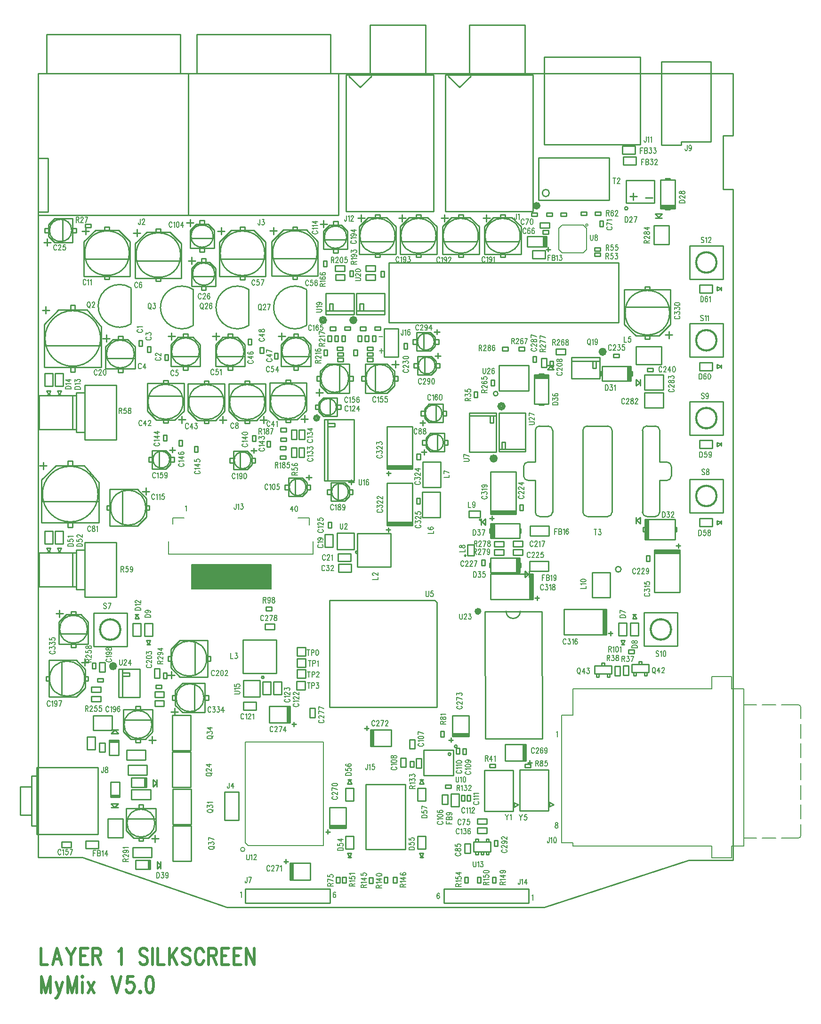
<source format=gbr>
*
*
G04 PADS Layout (Build Number 2006.45.1) generated Gerber (RS-274-X) file*
G04 PC Version=2.1*
*
%IN "MyMix V5.0_01.pcb"*%
*
%MOIN*%
*
%FSLAX35Y35*%
*
*
*
*
G04 PC Standard Apertures*
*
*
G04 Thermal Relief Aperture macro.*
%AMTER*
1,1,$1,0,0*
1,0,$1-$2,0,0*
21,0,$3,$4,0,0,45*
21,0,$3,$4,0,0,135*
%
*
*
G04 Annular Aperture macro.*
%AMANN*
1,1,$1,0,0*
1,0,$2,0,0*
%
*
*
G04 Odd Aperture macro.*
%AMODD*
1,1,$1,0,0*
1,0,$1-0.005,0,0*
%
*
*
G04 PC Custom Aperture Macros*
*
*
*
*
*
*
G04 PC Aperture Table*
*
%ADD010C,0.01*%
%ADD013C,0.005*%
%ADD015C,0.008*%
%ADD016C,0.006*%
%ADD030C,0.02*%
%ADD041C,0.025*%
*
*
*
*
G04 PC Copper Outlines (0)*
G04 Layer Name MyMix V5.0_01.pcb - dark (0)*
%LPD*%
*
*
G04 PC Area=DRW70225865*
G75*
G36*
G01*
X308679Y442920D02*
X365091D01*
Y425533D01*
X308679D01*
Y442920D01*
G37*
G74*
*
*
G04 PC Copper Outlines (1)*
G04 Layer Name MyMix V5.0_01.pcb - dark (1)*
%LPD*%
*
*
G04 PC Area=Custom_Thermal*
*
G04 PC Custom Flashes*
G04 Layer Name MyMix V5.0_01.pcb - flashes*
%LPD*%
*
*
G04 PC Circuitry*
G04 Layer Name MyMix V5.0_01.pcb - circuitry*
%LPD*%
*
G54D10*
G01X247259Y366868D02*
Y373468D01*
X243459*
Y366868*
X247259*
X286194Y362541D02*
Y369141D01*
X282394*
Y362541*
X286194*
X396208Y334566D02*
Y341166D01*
X392408*
Y334566*
X396208*
X360637Y396976D02*
X367237D01*
Y400776*
X360637*
Y396976*
X408611Y455159D02*
Y464159D01*
X403011*
Y455159*
X408611*
X412500Y445059D02*
X421500D01*
Y450659*
X412500*
Y445059*
X412700Y437459D02*
X421700D01*
Y443059*
X412700*
Y437459*
X276375Y492134D02*
Y497134D01*
X278875Y494634D02*
X273875D01*
X276202Y483059D02*
G75*
G03X276202I-12402J0D01*
G01X259863Y494870D02*
Y471248D01*
X270296Y496051D02*
X276792Y489555D01*
Y476563*
X270296Y470067*
X250808*
Y496051*
X270296*
X276792Y481459D02*
X278761D01*
Y484659*
X276792*
X250808D02*
X248839D01*
Y481459*
X250808*
X519904Y688134D02*
X514904D01*
X517404Y690634D02*
Y685634D01*
X541381Y675559D02*
G03X541381I-12402J0D01*
G01X517168Y671622D02*
X540790D01*
X515987Y682055D02*
X522483Y688551D01*
X535475*
X541971Y682055*
Y662567*
X515987*
Y682055*
X530579Y688551D02*
Y690520D01*
X527379*
Y688551*
Y662567D02*
Y660598D01*
X530579*
Y662567*
X490233Y688134D02*
X485233D01*
X487733Y690634D02*
Y685634D01*
X511710Y675559D02*
G03X511710I-12402J0D01*
G01X487497Y671622D02*
X511119D01*
X486316Y682055D02*
X492812Y688551D01*
X505804*
X512300Y682055*
Y662567*
X486316*
Y682055*
X500908Y688551D02*
Y690520D01*
X497708*
Y688551*
Y662567D02*
Y660598D01*
X500908*
Y662567*
X460302Y688134D02*
X455302D01*
X457802Y690634D02*
Y685634D01*
X481779Y675559D02*
G03X481779I-12402J0D01*
G01X457566Y671622D02*
X481188D01*
X456385Y682055D02*
X462881Y688551D01*
X475873*
X482369Y682055*
Y662567*
X456385*
Y682055*
X470977Y688551D02*
Y690520D01*
X467777*
Y688551*
Y662567D02*
Y660598D01*
X470977*
Y662567*
X431282Y688134D02*
X426282D01*
X428782Y690634D02*
Y685634D01*
X452759Y675559D02*
G03X452759I-12402J0D01*
G01X428546Y671622D02*
X452168D01*
X427365Y682055D02*
X433861Y688551D01*
X446853*
X453349Y682055*
Y662567*
X427365*
Y682055*
X441957Y688551D02*
Y690520D01*
X438757*
Y688551*
Y662567D02*
Y660598D01*
X441957*
Y662567*
X233126Y371086D02*
Y376086D01*
X235626Y373586D02*
X230626D01*
X232953Y362011D02*
G03X232953I-12402J0D01*
G01X216614Y373822D02*
Y350200D01*
X227047Y375003D02*
X233543Y368507D01*
Y355515*
X227047Y349019*
X207559*
Y375003*
X227047*
X233543Y360411D02*
X235512D01*
Y363611*
X233543*
X207559D02*
X205590D01*
Y360411*
X207559*
X294386Y367158D02*
Y362158D01*
X291886Y364658D02*
X296886D01*
X319363Y376233D02*
G03X319363I-12402J0D01*
G01X310898Y364422D02*
Y388044D01*
X300465Y363241D02*
X293969Y369737D01*
Y382729*
X300465Y389225*
X319953*
Y363241*
X300465*
X293969Y377833D02*
X292000D01*
Y374633*
X293969*
X319953D02*
X321922D01*
Y377833*
X319953*
X386121Y545868D02*
X391121D01*
X388621Y543368D02*
Y548368D01*
X389448Y558443D02*
G03X389448I-12402J0D01*
G01X388857Y562380D02*
X365235D01*
X390038Y551947D02*
X383542Y545451D01*
X370550*
X364054Y551947*
Y571435*
X390038*
Y551947*
X375446Y545451D02*
Y543482D01*
X378646*
Y545451*
Y571435D02*
Y573404D01*
X375446*
Y571435*
X299375Y545484D02*
X304375D01*
X301875Y542984D02*
Y547984D01*
X302702Y558059D02*
G03X302702I-12402J0D01*
G01X302111Y561996D02*
X278489D01*
X303292Y551563D02*
X296796Y545067D01*
X283804*
X277308Y551563*
Y571051*
X303292*
Y551563*
X288700Y545067D02*
Y543098D01*
X291900*
Y545067*
Y571051D02*
Y573020D01*
X288700*
Y571051*
X328275Y545284D02*
X333275D01*
X330775Y542784D02*
Y547784D01*
X331602Y557859D02*
G03X331602I-12402J0D01*
G01X331011Y561796D02*
X307389D01*
X332192Y551363D02*
X325696Y544867D01*
X312704*
X306208Y551363*
Y570851*
X332192*
Y551363*
X317600Y544867D02*
Y542898D01*
X320800*
Y544867*
Y570851D02*
Y572820D01*
X317600*
Y570851*
X357175Y545284D02*
X362175D01*
X359675Y542784D02*
Y547784D01*
X360502Y557859D02*
G03X360502I-12402J0D01*
G01X359911Y561796D02*
X336289D01*
X361092Y551363D02*
X354596Y544867D01*
X341604*
X335108Y551363*
Y570851*
X361092*
Y551363*
X346500Y544867D02*
Y542898D01*
X349700*
Y544867*
Y570851D02*
Y572820D01*
X346500*
Y570851*
X236205Y678983D02*
X231205D01*
X233705Y681483D02*
Y676483D01*
X264571Y663259D02*
G03X264571I-15748J0D01*
G01X232484Y659322D02*
X265162D01*
X232484Y671409D02*
X240673Y679598D01*
X256973*
X265162Y671409*
Y646920*
X232484*
Y671409*
X250423Y679598D02*
Y681763D01*
X247223*
Y679598*
Y646920D02*
Y644755D01*
X250423*
Y646920*
X369218Y679083D02*
X364218D01*
X366718Y681583D02*
Y676583D01*
X397584Y663359D02*
G03X397584I-15748J0D01*
G01X365497Y659422D02*
X398175D01*
X365497Y671509D02*
X373686Y679698D01*
X389986*
X398175Y671509*
Y647020*
X365497*
Y671509*
X383436Y679698D02*
Y681863D01*
X380236*
Y679698*
Y647020D02*
Y644855D01*
X383436*
Y647020*
X332120Y678883D02*
X327120D01*
X329620Y681383D02*
Y676383D01*
X360486Y663159D02*
G03X360486I-15748J0D01*
G01X328399Y659222D02*
X361077D01*
X328399Y671309D02*
X336588Y679498D01*
X352888*
X361077Y671309*
Y646820*
X328399*
Y671309*
X346338Y679498D02*
Y681663D01*
X343138*
Y679498*
Y646820D02*
Y644655D01*
X346338*
Y646820*
X272533Y677616D02*
X267533D01*
X270033Y680116D02*
Y675116D01*
X300899Y661892D02*
G03X300899I-15748J0D01*
G01X268812Y657955D02*
X301490D01*
X268812Y670042D02*
X277001Y678231D01*
X293301*
X301490Y670042*
Y645553*
X268812*
Y670042*
X286751Y678231D02*
Y680396D01*
X283551*
Y678231*
Y645553D02*
Y643388D01*
X286751*
Y645553*
X559900Y675059D02*
X546500D01*
Y667859*
X559900*
Y675059*
X559200Y674959D02*
Y667959D01*
X558200*
Y674959*
X557700*
Y667959*
X562700Y665959D02*
X559700D01*
X561200Y664459D02*
Y667459D01*
X545400Y315559D02*
X530800D01*
Y303759*
X545400*
Y315559*
X543400Y315459D02*
Y303859D01*
X544100*
Y315459*
X544700*
Y303859*
X549600Y302659D02*
X546600D01*
X548100Y301159D02*
Y304159D01*
X418048Y256208D02*
Y270808D01*
X406248*
Y256208*
X418048*
X417948Y258208D02*
X406348D01*
Y257508*
X417948*
Y256908*
X406348*
X405148Y252008D02*
Y255008D01*
X403648Y253508D02*
X406648D01*
X378246Y219608D02*
X392846D01*
Y231408*
X378246*
Y219608*
X380246Y219708D02*
Y231308D01*
X379546*
Y219708*
X378946*
Y231308*
X374046Y232508D02*
X377046D01*
X375546Y234008D02*
Y231008D01*
X435400Y314059D02*
X450000D01*
Y325859*
X435400*
Y314059*
X437400Y314159D02*
Y325759D01*
X436700*
Y314159*
X436100*
Y325759*
X431200Y326959D02*
X434200D01*
X432700Y328459D02*
Y325459D01*
X505188Y321288D02*
Y335888D01*
X493388*
Y321288*
X505188*
X505088Y323288D02*
X493488D01*
Y322588*
X505088*
Y321988*
X493488*
X492288Y317088D02*
Y320088D01*
X490788Y318588D02*
X493788D01*
X378386Y342648D02*
X363786D01*
Y330848*
X378386*
Y342648*
X376386Y342548D02*
Y330948D01*
X377086*
Y342548*
X377686*
Y330948*
X382586Y329748D02*
X379586D01*
X381086Y328248D02*
Y331248D01*
X621496Y700933D02*
Y705933D01*
Y703433D02*
X623996D01*
X621496D02*
X618996D01*
X632496Y702433D02*
X629996D01*
X632496D02*
X634996D01*
X617614Y694933D02*
G03X617614I-1118J0D01*
G01X636496Y714933D02*
X616496D01*
Y698933*
X636496*
Y714933*
X647363Y715718D02*
Y716112D01*
X644213*
Y694458D02*
Y694064D01*
X647363*
Y694458*
X650906Y694852D02*
Y715324D01*
X640670*
Y694852*
X650906*
Y697214D02*
X640670D01*
Y695639*
X650906*
Y696427*
X640670*
X639119Y688663D02*
X637119Y691163D01*
X641619*
X639244Y688538*
X637119Y688163D02*
X641619D01*
X405100Y545359D02*
Y502059D01*
Y542859D02*
X410100D01*
Y540359*
X405100*
X423600Y502059D02*
Y545359D01*
X402600*
Y502059*
X423600*
X264714Y368782D02*
X272214D01*
Y348782*
X257214*
Y368782*
X264714*
X259714D02*
Y348782D01*
Y366282D02*
X264714D01*
Y363782*
X259714*
X531400Y409659D02*
G03X541400I5000J0D01*
G01X557200Y319659D02*
X556700Y409659D01*
X516300*
X516800Y319659*
X557200*
X496743Y314059D02*
G03X496743I-943J0D01*
G01X494000Y311559D02*
Y293559D01*
X473200*
Y311559*
X494000*
X492243Y308559D02*
G03X492243I-943J0D01*
G01X306510Y790551D02*
Y690157D01*
X200210*
Y790551*
X306510*
X206116D02*
X300604D01*
Y818110*
X206116*
Y790551*
X412810D02*
Y690157D01*
X306510*
Y790551*
X412810*
X312416D02*
X406904D01*
Y818110*
X312416*
Y790551*
X332100Y261859D02*
X342100D01*
Y281859*
X332100*
Y261859*
X487500Y203000D02*
X547500D01*
Y213000*
X487500*
Y203000*
X406712Y213000D02*
X346712D01*
Y203000*
X406712*
Y213000*
X550100Y659659D02*
X559100D01*
Y665259*
X550100*
Y659659*
X614400Y725859D02*
X623400D01*
Y731459*
X614400*
Y725859*
X613700Y733459D02*
X622700D01*
Y739059*
X613700*
Y733459*
X237733Y352330D02*
X244333D01*
Y356130*
X237733*
Y352330*
Y345726D02*
X244333D01*
Y349526*
X237733*
Y345726*
X289214Y352714D02*
X282614D01*
Y348914*
X289214*
Y352714*
Y346338D02*
X282614D01*
Y342538*
X289214*
Y346338*
X618217Y364500D02*
Y371100D01*
X614417*
Y364500*
X618217*
X612217Y364300D02*
Y370900D01*
X608417*
Y364300*
X612217*
X555300Y681159D02*
X561900D01*
Y684959*
X555300*
Y681159*
X467600Y305559D02*
Y298959D01*
X471400*
Y305559*
X467600*
X263800Y293859D02*
X277200D01*
Y300859*
X263800*
Y293859*
X276100Y311559D02*
X262700D01*
Y304559*
X276100*
Y311559*
X267000Y235659D02*
X280400D01*
Y242659*
X267000*
Y235659*
X279600Y283559D02*
X266200D01*
Y276559*
X279600*
Y283559*
X252512Y335959D02*
X239112D01*
Y325359*
X252512*
Y335959*
X249450Y262773D02*
Y249373D01*
X260050*
Y262773*
X249450*
X554526Y730840D02*
X604526D01*
Y700840*
X554526*
Y730840*
X562026Y705840D02*
G03X562026I-2500J0D01*
G01X541000Y297359D02*
Y268359D01*
X561400*
Y297359*
X541000*
X565200Y272859D02*
X562200Y274359D01*
Y271359*
X565200Y272859*
X515929Y297288D02*
Y268288D01*
X536329*
Y297288*
X515929*
X540129Y272788D02*
X537129Y274288D01*
Y271288*
X540129Y272788*
X250550Y318459D02*
Y307859D01*
X257050*
Y318459*
X250550*
Y317883D02*
X257050D01*
Y317159*
X250550*
X254320Y325766D02*
X256820Y323266D01*
X251820*
X254320Y325766*
X256820D02*
X251820D01*
X276600Y291809D02*
X266000D01*
Y285309*
X276600*
Y291809*
X276024D02*
Y285309D01*
X275300*
Y291809*
X283907Y288039D02*
X281407Y285539D01*
Y290539*
X283907Y288039*
Y285539D02*
Y290539D01*
X279500Y233609D02*
X268900D01*
Y227109*
X279500*
Y233609*
X278924D02*
Y227109D01*
X278200*
Y233609*
X286807Y229839D02*
X284307Y227339D01*
Y232339*
X286807Y229839*
Y227339D02*
Y232339D01*
X257850Y278159D02*
Y288759D01*
X251350*
Y278159*
X257850*
Y278735D02*
X251350D01*
Y279459*
X257850*
X254080Y270852D02*
X251580Y273352D01*
X256580*
X254080Y270852*
X251580D02*
X256580D01*
X310218Y684736D02*
X305218D01*
X307718Y687236D02*
Y682236D01*
X324017Y675311D02*
G03X324017I-7874J0D01*
G01X307678Y673736D02*
X324608D01*
X307678Y679524D02*
X311930Y683776D01*
X320356*
X324608Y679524*
Y666846*
X307678*
Y679524*
X317743Y683972D02*
Y686511D01*
X314543*
Y683972*
Y666650D02*
Y664111D01*
X317743*
Y666650*
X404710Y683984D02*
X399710D01*
X402210Y686484D02*
Y681484D01*
X418509Y674559D02*
G03X418509I-7874J0D01*
G01X402170Y672984D02*
X419100D01*
X402170Y678772D02*
X406422Y683024D01*
X414848*
X419100Y678772*
Y666094*
X402170*
Y678772*
X412235Y683220D02*
Y685759D01*
X409035*
Y683220*
Y665898D02*
Y663359D01*
X412235*
Y665898*
X206544Y673421D02*
Y668421D01*
X204044Y670921D02*
X209044D01*
X223843Y679346D02*
G03X223843I-7874J0D01*
G01X217544Y670881D02*
Y687811D01*
X211756Y670881D02*
X207504Y675133D01*
Y683559*
X211756Y687811*
X224434*
Y670881*
X211756*
X207308Y680946D02*
X204769D01*
Y677746*
X207308*
X224630D02*
X227169D01*
Y680946*
X224630*
X311355Y657848D02*
X306355D01*
X308855Y660348D02*
Y655348D01*
X325154Y648423D02*
G03X325154I-7874J0D01*
G01X308815Y646848D02*
X325745D01*
X308815Y652636D02*
X313067Y656888D01*
X321493*
X325745Y652636*
Y639958*
X308815*
Y652636*
X318880Y657084D02*
Y659623D01*
X315680*
Y657084*
Y639762D02*
Y637223D01*
X318880*
Y639762*
X513500Y217659D02*
X511100D01*
Y221659*
X513500*
Y217659*
X504500D02*
X502100D01*
Y221659*
X504500*
Y217659*
X442800Y650659D02*
X445200D01*
Y646659*
X442800*
Y650659*
X420800Y650959D02*
X423200D01*
Y646959*
X420800*
Y650959*
X238297Y373124D02*
X240697D01*
Y369124*
X238297*
Y373124*
X245926Y362279D02*
Y359879D01*
X241926*
Y362279*
X245926*
X288781Y366163D02*
X291181D01*
Y362163*
X288781*
Y366163*
X283459Y355078D02*
Y357478D01*
X287459*
Y355078*
X283459*
X621900Y382359D02*
Y379959D01*
X617900*
Y382359*
X621900*
X444900Y221359D02*
X447300D01*
Y217359*
X444900*
Y221359*
X411200Y221659D02*
X413600D01*
Y217659*
X411200*
Y221659*
X361498Y410270D02*
Y412670D01*
X365498*
Y410270*
X361498*
X465900Y299659D02*
X463500D01*
Y303659*
X465900*
Y299659*
X492300Y286859D02*
Y284459D01*
X488300*
Y286859*
X492300*
X434500Y221059D02*
X436900D01*
Y217059*
X434500*
Y221059*
X451500Y221359D02*
X453900D01*
Y217359*
X451500*
Y221359*
X415500Y221659D02*
X417900D01*
Y217659*
X415500*
Y221659*
X519629Y299088D02*
Y301488D01*
X523629*
Y299088*
X519629*
X593988Y661088D02*
Y663488D01*
X597988*
Y661088*
X593988*
Y664888D02*
Y667288D01*
X597988*
Y664888*
X593988*
X484900Y324859D02*
X487300D01*
Y320859*
X484900*
Y324859*
X544629Y299088D02*
Y301488D01*
X548629*
Y299088*
X544629*
X563986Y691992D02*
Y689592D01*
X559986*
Y691992*
X563986*
X569986Y689592D02*
Y691992D01*
X573986*
Y689592*
X569986*
X598235Y692525D02*
Y690125D01*
X594235*
Y692525*
X598235*
X584235Y690125D02*
Y692525D01*
X588235*
Y690125*
X584235*
X524000Y217659D02*
X521600D01*
Y221659*
X524000*
Y217659*
X620417Y366400D02*
X632417D01*
Y372000*
X620417*
Y366400*
X625517Y372000D02*
Y374100D01*
X627317*
Y372000*
X621717Y366400D02*
Y364300D01*
X623517*
Y366400*
X629317D02*
Y364300D01*
X631117*
Y366400*
X594117Y365400D02*
X606117D01*
Y371000*
X594117*
Y365400*
X599217Y371000D02*
Y373100D01*
X601017*
Y371000*
X595417Y365400D02*
Y363300D01*
X597217*
Y365400*
X603017D02*
Y363300D01*
X604817*
Y365400*
X278257Y318564D02*
X283257D01*
X280757Y316064D02*
Y321064D01*
X280600Y329564D02*
G03X280600I-9843J0D01*
G01X281190Y332714D02*
X260324D01*
X281190Y324367D02*
X275954Y319131D01*
X265560*
X260324Y324367*
Y339997*
X281190*
Y324367*
X269157Y319164D02*
Y316966D01*
X272357*
Y319164*
Y339964D02*
Y342556D01*
X269157*
Y339964*
X280343Y248745D02*
X285343D01*
X282843Y246245D02*
Y251245D01*
X282686Y259745D02*
G03X282686I-9843J0D01*
G01X283276Y262894D02*
X262410D01*
X283276Y254548D02*
X278040Y249312D01*
X267646*
X262410Y254548*
Y270178*
X283276*
Y254548*
X271243Y249345D02*
Y247146D01*
X274443*
Y249345*
Y270145D02*
Y272737D01*
X271243*
Y270145*
X295153Y310264D02*
X308153D01*
Y285264*
X295153*
Y310264*
X295300Y257804D02*
X308300D01*
Y232804*
X295300*
Y257804*
X295225Y283964D02*
X308225D01*
Y258964*
X295225*
Y283964*
X294981Y336141D02*
X307981D01*
Y311141*
X294981*
Y336141*
X482272Y341746D02*
Y416072D01*
X480772Y417572*
X406446*
Y341746*
X482272*
X271300Y601659D02*
X273700D01*
Y597659*
X271300*
Y601659*
X495900Y312759D02*
X498300D01*
Y308759*
X495900*
Y312759*
X499750Y279355D02*
X502150D01*
Y275355*
X499750*
Y279355*
X407722Y468830D02*
X405322D01*
Y472830*
X407722*
Y468830*
X351800Y534159D02*
X354200D01*
Y530159*
X351800*
Y534159*
X362100Y530059D02*
X364500D01*
Y526059*
X362100*
Y530059*
X288600Y534659D02*
X291000D01*
Y530659*
X288600*
Y534659*
X310800Y526359D02*
X313200D01*
Y522359*
X310800*
Y526359*
X299800Y530859D02*
X302200D01*
Y526859*
X299800*
Y530859*
X289700Y591659D02*
X292100D01*
Y587659*
X289700*
Y591659*
X277300Y597159D02*
X279700D01*
Y593159*
X277300*
Y597159*
X468182Y521231D02*
X470582D01*
Y517231*
X468182*
Y521231*
X468079Y489687D02*
X470479D01*
Y485687*
X468079*
Y489687*
X348700Y602559D02*
X351100D01*
Y598559*
X348700*
Y602559*
X367400Y592659D02*
X369800D01*
Y588659*
X367400*
Y592659*
X357200Y596459D02*
X359600D01*
Y592459*
X357200*
Y596459*
X553391Y691959D02*
Y689559D01*
X549391*
Y691959*
X553391*
X597719Y686323D02*
X600119D01*
Y682323*
X597719*
Y686323*
X561400Y679359D02*
Y676959D01*
X557400*
Y679359*
X561400*
X503650Y279355D02*
X506050D01*
Y275355*
X503650*
Y279355*
X500800Y312559D02*
X503200D01*
Y308559*
X500800*
Y312559*
X383229Y376288D02*
X389229D01*
Y370288*
X383229*
Y376288*
X383300Y362359D02*
Y368359D01*
X389300*
Y362359*
X383300*
X383100Y354259D02*
Y360259D01*
X389100*
Y354259*
X383100*
X492400Y280659D02*
Y271659D01*
X498000*
Y280659*
X492400*
X383300Y378059D02*
Y384059D01*
X389300*
Y378059*
X383300*
X489900Y273259D02*
Y279859D01*
X486100*
Y273259*
X489900*
X462900Y318959D02*
Y312359D01*
X466700*
Y318959*
X462900*
X456600Y305959D02*
Y299359D01*
X460400*
Y305959*
X456600*
X428200Y608659D02*
Y611059D01*
X432200*
Y608659*
X428200*
X438400Y608759D02*
Y611159D01*
X442400*
Y608759*
X438400*
X432900Y594459D02*
Y596859D01*
X436900*
Y594459*
X432900*
X406800Y608659D02*
Y611059D01*
X410800*
Y608659*
X406800*
X416900Y608759D02*
Y611159D01*
X420900*
Y608759*
X416900*
X411700Y594459D02*
Y596859D01*
X415700*
Y594459*
X411700*
X372266Y350988D02*
Y359988D01*
X366666*
Y350988*
X372266*
X388518Y518745D02*
Y525345D01*
X384718*
Y518745*
X388518*
X388660Y531492D02*
Y538092D01*
X384860*
Y531492*
X388660*
X364566Y350788D02*
Y359788D01*
X358966*
Y350788*
X364566*
X397450Y549241D02*
Y545698D01*
X395457Y547509D02*
X399394D01*
X411206Y554359D02*
G03X411206I-5906J0D01*
G01X406875Y547863D02*
Y560855D01*
X402072Y547863D02*
X398804Y551131D01*
Y557587*
X402072Y560855*
X411796*
Y547863*
X402072*
X398607Y555959D02*
X396245D01*
Y552759*
X398607*
X411993D02*
X414355D01*
Y555959*
X411993*
X391638Y502706D02*
Y506249D01*
X393631Y504438D02*
X389694D01*
Y497588D02*
G03X389694I-5906J0D01*
G01X382213Y504084D02*
Y491092D01*
X387016Y504084D02*
X390284Y500816D01*
Y494360*
X387016Y491092*
X377292*
Y504084*
X387016*
X390481Y495988D02*
X392843D01*
Y499188*
X390481*
X377095D02*
X374733D01*
Y495988*
X377095*
X421650Y499377D02*
Y502920D01*
X423643Y501109D02*
X419706D01*
Y494259D02*
G03X419706I-5906J0D01*
G01X412225Y500755D02*
Y487763D01*
X417028Y500755D02*
X420296Y497487D01*
Y491031*
X417028Y487763*
X407304*
Y500755*
X417028*
X420493Y492659D02*
X422855D01*
Y495859*
X420493*
X407107D02*
X404745D01*
Y492659*
X407107*
X438700Y648059D02*
X432100D01*
Y644259*
X438700*
Y648059*
X417200D02*
X410600D01*
Y644259*
X417200*
Y648059*
X354477Y345394D02*
X345477D01*
Y339794*
X354477*
Y345394*
X465021Y470389D02*
Y500389D01*
X447021*
Y470389*
X465021*
X464821Y472689D02*
X447121D01*
Y471989*
X464721*
Y471189*
X447121*
X446521Y467389D02*
X449521D01*
X448021Y465889D02*
Y468889D01*
X465107Y510389D02*
Y540389D01*
X447107*
Y510389*
X465107*
X464907Y512689D02*
X447207D01*
Y511989*
X464807*
Y511189*
X447207*
X446607Y507389D02*
X449607D01*
X448107Y505889D02*
Y508889D01*
X453000Y582059D02*
Y587059D01*
X455500Y584559D02*
X450500D01*
X451843Y574559D02*
G03X451843I-9843J0D01*
G01X438850Y584992D02*
Y564126D01*
X447197Y584992D02*
X452433Y579756D01*
Y569362*
X447197Y564126*
X431567*
Y584992*
X447197*
X452400Y572959D02*
X454598D01*
Y576159*
X452400*
X431600D02*
X429008D01*
Y572959*
X431600*
X399100Y567059D02*
Y562059D01*
X396600Y564559D02*
X401600D01*
X419943Y574559D02*
G03X419943I-9843J0D01*
G01X413250Y564126D02*
Y584992D01*
X404903Y564126D02*
X399667Y569362D01*
Y579756*
X404903Y584992*
X420533*
Y564126*
X404903*
X399700Y576159D02*
X397502D01*
Y572959*
X399700*
X420500D02*
X423092D01*
Y576159*
X420500*
X296603Y341019D02*
Y336019D01*
X294103Y338519D02*
X299103D01*
X317446Y348519D02*
G03X317446I-9843J0D01*
G01X310753Y338086D02*
Y358952D01*
X302406Y338086D02*
X297170Y343322D01*
Y353716*
X302406Y358952*
X318036*
Y338086*
X302406*
X297203Y350119D02*
X295005D01*
Y346919*
X297203*
X318003D02*
X320595D01*
Y350119*
X318003*
X217619Y408004D02*
X212619D01*
X215119Y410504D02*
Y405504D01*
X234962Y397004D02*
G03X234962I-9843J0D01*
G01X214686Y393854D02*
X235552D01*
X214686Y402201D02*
X219922Y407437D01*
X230316*
X235552Y402201*
Y386571*
X214686*
Y402201*
X226719Y407404D02*
Y409602D01*
X223519*
Y407404*
Y386604D02*
Y384012D01*
X226719*
Y386604*
X250800Y602859D02*
X245800D01*
X248300Y605359D02*
Y600359D01*
X268143Y591859D02*
G03X268143I-9843J0D01*
G01X247867Y588709D02*
X268733D01*
X247867Y597056D02*
X253103Y602292D01*
X263497*
X268733Y597056*
Y581426*
X247867*
Y597056*
X259900Y602259D02*
Y604457D01*
X256700*
Y602259*
Y581459D02*
Y578867D01*
X259900*
Y581459*
X296900Y604459D02*
X291900D01*
X294400Y606959D02*
Y601959D01*
X314243Y593459D02*
G03X314243I-9843J0D01*
G01X293967Y590309D02*
X314833D01*
X293967Y598656D02*
X299203Y603892D01*
X309597*
X314833Y598656*
Y583026*
X293967*
Y598656*
X306000Y603859D02*
Y606057D01*
X302800*
Y603859*
Y583059D02*
Y580467D01*
X306000*
Y583059*
X328500Y604459D02*
X323500D01*
X326000Y606959D02*
Y601959D01*
X345843Y593459D02*
G03X345843I-9843J0D01*
G01X325567Y590309D02*
X346433D01*
X325567Y598656D02*
X330803Y603892D01*
X341197*
X346433Y598656*
Y583026*
X325567*
Y598656*
X337600Y603859D02*
Y606057D01*
X334400*
Y603859*
Y583059D02*
Y580467D01*
X337600*
Y583059*
X375000Y604459D02*
X370000D01*
X372500Y606959D02*
Y601959D01*
X392343Y593459D02*
G03X392343I-9843J0D01*
G01X372067Y590309D02*
X392933D01*
X372067Y598656D02*
X377303Y603892D01*
X387697*
X392933Y598656*
Y583026*
X372067*
Y598656*
X384100Y603859D02*
Y606057D01*
X380900*
Y603859*
Y583059D02*
Y580467D01*
X384100*
Y583059*
X473256Y524063D02*
Y520520D01*
X471264Y522331D02*
X475201D01*
X487012Y529181D02*
G03X487012I-5906J0D01*
G01X482681Y522685D02*
Y535677D01*
X477878Y522685D02*
X474610Y525953D01*
Y532409*
X477878Y535677*
X487602*
Y522685*
X477878*
X474413Y530781D02*
X472051D01*
Y527581*
X474413*
X487799D02*
X490161D01*
Y530781*
X487799*
X403800Y627459D02*
Y634959D01*
X423800*
Y619959*
X403800*
Y627459*
Y622459D02*
X423800D01*
X406300D02*
Y627459D01*
X408800*
Y622459*
X425300Y627459D02*
Y634959D01*
X445300*
Y619959*
X425300*
Y627459*
Y622459D02*
X445300D01*
X427800D02*
Y627459D01*
X430300*
Y622459*
X357172Y360994D02*
Y349182D01*
X345360*
Y360994*
X357172*
X360020Y362962D02*
G03X360020I-880J0D01*
G01X423606Y453453D02*
X411794D01*
Y465265*
X423606*
Y453453*
X426454Y451485D02*
G03X426454I-880J0D01*
G01X265700Y613759D02*
Y638259D01*
X265800Y638659D02*
G03Y613159I-8123J-12750D01*
G01X349100Y612659D02*
Y637159D01*
X349200Y637559D02*
G03Y612059I-8123J-12750D01*
G01X389900Y612659D02*
Y637159D01*
X390000Y637559D02*
G03Y612059I-8123J-12750D01*
G01X309800Y612659D02*
Y637159D01*
X309900Y637559D02*
G03Y612059I-8123J-12750D01*
G01X232906Y531188D02*
Y569968D01*
X255346*
Y531188*
X232906*
Y536641D02*
X227000D01*
Y564515*
X232906*
Y536641*
X227000Y538609D02*
X224244D01*
Y562547*
X227000*
Y538609*
X224244D02*
X200622D01*
Y562547*
X224244*
Y538609*
X232906Y419693D02*
Y458473D01*
X255346*
Y419693*
X232906*
Y425146D02*
X227000D01*
Y453020*
X232906*
Y425146*
X227000Y427114D02*
X224244D01*
Y451052*
X227000*
Y427114*
X224244D02*
X200622D01*
Y451052*
X224244*
Y427114*
X431500Y604859D02*
X433900D01*
Y600859*
X431500*
Y604859*
X436600D02*
X439000D01*
Y600859*
X436600*
Y604859*
X410100D02*
X412500D01*
Y600859*
X410100*
Y604859*
X415100D02*
X417500D01*
Y600859*
X415100*
Y604859*
X423516Y594759D02*
X425916D01*
Y590759*
X423516*
Y594759*
X436900Y589059D02*
Y586659D01*
X432900*
Y589059*
X436900*
X402348Y594759D02*
X404748D01*
Y590759*
X402348*
Y594759*
X415900Y589059D02*
Y586659D01*
X411900*
Y589059*
X415900*
X375263Y526631D02*
Y524231D01*
X371263*
Y526631*
X375263*
X375452Y519859D02*
Y517459D01*
X371452*
Y519859*
X375452*
X375688Y532606D02*
Y530206D01*
X371688*
Y532606*
X375688*
X375594Y539377D02*
Y536977D01*
X371594*
Y539377*
X375594*
X426500Y604859D02*
X428900D01*
Y600859*
X426500*
Y604859*
X436900Y592959D02*
Y590559D01*
X432900*
Y592959*
X436900*
X405200Y604859D02*
X407600D01*
Y600859*
X405200*
Y604859*
X415900Y592959D02*
Y590559D01*
X411900*
Y592959*
X415900*
X404300Y653759D02*
X401900D01*
Y657759*
X404300*
Y653759*
X237384Y683866D02*
Y681466D01*
X233384*
Y683866*
X237384*
X438700Y654359D02*
X432100D01*
Y650559*
X438700*
Y654359*
X417000D02*
X410400D01*
Y650559*
X417000*
Y654359*
X432060Y241000D02*
X460060D01*
Y287000*
X432060*
Y241000*
X648000Y396859D02*
G03X648000I-7000J0D01*
G01X648500D02*
G03X648500I-7500J0D01*
G01X652811Y385048D02*
Y408670D01*
X629189*
Y385048*
X652811*
X680200Y601579D02*
G03X680200I-7000J0D01*
G01X680700D02*
G03X680700I-7500J0D01*
G01X685011Y589768D02*
Y613390D01*
X661389*
Y589768*
X685011*
X680200Y656689D02*
G03X680200I-7000J0D01*
G01X680700D02*
G03X680700I-7500J0D01*
G01X685011Y644878D02*
Y668500D01*
X661389*
Y644878*
X685011*
X258100Y396759D02*
G03X258100I-7000J0D01*
G01X258600D02*
G03X258600I-7500J0D01*
G01X262911Y384948D02*
Y408570D01*
X239289*
Y384948*
X262911*
X680200Y491339D02*
G03X680200I-7000J0D01*
G01X680700D02*
G03X680700I-7500J0D01*
G01X685011Y479528D02*
Y503150D01*
X661389*
Y479528*
X685011*
X680200Y546459D02*
G03X680200I-7000J0D01*
G01X680700D02*
G03X680700I-7500J0D01*
G01X685011Y534648D02*
Y558270D01*
X661389*
Y534648*
X685011*
X267080Y401259D02*
Y392259D01*
X272680*
Y401259*
X267080*
X270974Y407389D02*
X268674D01*
X269774Y407489D02*
X271274Y404389D01*
X268574*
X269674Y407389*
X217800Y569078D02*
Y578078D01*
X212200*
Y569078*
X217800*
X213906Y562948D02*
X216206D01*
X215106Y562848D02*
X213606Y565948D01*
X216306*
X215206Y562948*
X210300Y569078D02*
Y578078D01*
X204700*
Y569078*
X210300*
X206406Y562948D02*
X208706D01*
X207606Y562848D02*
X206106Y565948D01*
X208806*
X207706Y562948*
X210300Y457583D02*
Y466583D01*
X204700*
Y457583*
X210300*
X206406Y451453D02*
X208706D01*
X207606Y451353D02*
X206106Y454453D01*
X208806*
X207706Y451453*
X217800Y457583D02*
Y466583D01*
X212200*
Y457583*
X217800*
X213906Y451453D02*
X216206D01*
X215106Y451353D02*
X213606Y454453D01*
X216306*
X215206Y451453*
X423300Y241500D02*
Y250500D01*
X417700*
Y241500*
X423300*
X419406Y235370D02*
X421706D01*
X420606Y235270D02*
X419106Y238370D01*
X421806*
X420706Y235370*
X474300Y241500D02*
Y250500D01*
X468700*
Y241500*
X474300*
X470406Y235370D02*
X472706D01*
X471606Y235270D02*
X470106Y238370D01*
X472806*
X471706Y235370*
X417700Y284500D02*
Y275500D01*
X423300*
Y284500*
X417700*
X421594Y290630D02*
X419294D01*
X420394Y290730D02*
X421894Y287630D01*
X419194*
X420294Y290630*
X468700Y284500D02*
Y275500D01*
X474300*
Y284500*
X468700*
X472594Y290630D02*
X470294D01*
X471394Y290730D02*
X472894Y287630D01*
X470194*
X471294Y290630*
X677500Y475359D02*
X668500D01*
Y469759*
X677500*
Y475359*
X683630Y471465D02*
Y473765D01*
X683730Y472665D02*
X680630Y471165D01*
Y473865*
X683630Y472765*
X677500Y530759D02*
X668500D01*
Y525159*
X677500*
Y530759*
X683630Y526865D02*
Y529165D01*
X683730Y528065D02*
X680630Y526565D01*
Y529265*
X683630Y528165*
X677500Y585859D02*
X668500D01*
Y580259*
X677500*
Y585859*
X683630Y581965D02*
Y584265D01*
X683730Y583165D02*
X680630Y581665D01*
Y584365*
X683630Y583265*
X677500Y640859D02*
X668500D01*
Y635259*
X677500*
Y640859*
X683630Y636965D02*
Y639265D01*
X683730Y638165D02*
X680630Y636665D01*
Y639365*
X683630Y638265*
X616800Y392359D02*
Y401359D01*
X611200*
Y392359*
X616800*
X612906Y386229D02*
X615206D01*
X614106Y386129D02*
X612606Y389229D01*
X615306*
X614206Y386229*
X619420Y401359D02*
Y392359D01*
X625020*
Y401359*
X619420*
X623314Y407489D02*
X621014D01*
X622114Y407589D02*
X623614Y404489D01*
X620914*
X622014Y407489*
X280900Y392259D02*
Y401259D01*
X275300*
Y392259*
X280900*
X277006Y386129D02*
X279306D01*
X278206Y386029D02*
X276706Y389129D01*
X279406*
X278306Y386129*
X223467Y246424D02*
X216867D01*
Y242624*
X223467*
Y246424*
X247300Y310032D02*
Y316632D01*
X243500*
Y310032*
X247300*
X295138Y522206D02*
Y525749D01*
X297131Y523938D02*
X293194D01*
Y517088D02*
G03X293194I-5906J0D01*
G01X285713Y523584D02*
Y510592D01*
X290516Y523584D02*
X293784Y520316D01*
Y513860*
X290516Y510592*
X280792*
Y523584*
X290516*
X293981Y515488D02*
X296343D01*
Y518688*
X293981*
X280595D02*
X278233D01*
Y515488*
X280595*
X472251Y544749D02*
Y541206D01*
X470258Y543017D02*
X474195D01*
X486007Y549867D02*
G03X486007I-5906J0D01*
G01X481676Y543371D02*
Y556363D01*
X476873Y543371D02*
X473605Y546639D01*
Y553095*
X476873Y556363*
X486597*
Y543371*
X476873*
X473408Y551467D02*
X471046D01*
Y548267*
X473408*
X486794D02*
X489156D01*
Y551467*
X486794*
X352638Y521706D02*
Y525249D01*
X354631Y523438D02*
X350694D01*
Y516588D02*
G03X350694I-5906J0D01*
G01X343213Y523084D02*
Y510092D01*
X348016Y523084D02*
X351284Y519816D01*
Y513360*
X348016Y510092*
X338292*
Y523084*
X348016*
X351481Y514988D02*
X353843D01*
Y518188*
X351481*
X338095D02*
X335733D01*
Y514988*
X338095*
X240400Y311759D02*
Y320759D01*
X234800*
Y311759*
X240400*
X242642Y247318D02*
X233642D01*
Y241718*
X242642*
Y247318*
X379357Y525345D02*
Y518745D01*
X383157*
Y525345*
X379357*
X379405Y538092D02*
Y531492D01*
X383205*
Y538092*
X379405*
X543109Y459413D02*
X536509D01*
Y455613*
X543109*
Y459413*
X543024Y453425D02*
X536424D01*
Y449625*
X543024*
Y453425*
X598947Y579650D02*
X598553D01*
Y576500*
X620207D02*
X620601D01*
Y579650*
X620207*
X619813Y583193D02*
X599341D01*
Y572957*
X619813*
Y583193*
X617451D02*
Y572957D01*
X619026*
Y583193*
X618238*
Y572957*
X626002Y571406D02*
X623502Y569406D01*
Y573906*
X626127Y571531*
X626502Y569406D02*
Y573906D01*
X520158Y443963D02*
X519764D01*
Y440813*
X541418D02*
X541812D01*
Y443963*
X541418*
X541024Y447506D02*
X520552D01*
Y437270*
X541024*
Y447506*
X538662D02*
Y437270D01*
X540237*
Y447506*
X539449*
Y437270*
X547213Y435719D02*
X544713Y433719D01*
Y438219*
X547338Y435844*
X547713Y433719D02*
Y438219D01*
X554825Y556229D02*
Y555835D01*
X557975*
Y577489D02*
Y577883D01*
X554825*
Y577489*
X551282Y577095D02*
Y556623D01*
X561518*
Y577095*
X551282*
Y574733D02*
X561518D01*
Y576308*
X551282*
Y575520*
X561518*
X563069Y583284D02*
X565069Y580784D01*
X560569*
X562944Y583409*
X565069Y583784D02*
X560569D01*
X541418Y465013D02*
X541812D01*
Y468163*
X520158D02*
X519764D01*
Y465013*
X520158*
X520552Y461470D02*
X541024D01*
Y471706*
X520552*
Y461470*
X522914D02*
Y471706D01*
X521339*
Y461470*
X522127*
Y471706*
X514363Y473257D02*
X516863Y475257D01*
Y470757*
X514238Y473132*
X513863Y475257D02*
Y470757D01*
X650918Y466013D02*
X652099D01*
Y469163*
X651312*
X629658D02*
X628477D01*
Y466013*
X629658*
Y460501D02*
X650918D01*
Y474675*
X629658*
Y460501*
X630438D02*
Y474675D01*
X631233*
Y460501*
X631938*
Y474675*
X623863Y474257D02*
X626363Y476257D01*
Y471757*
X623738Y474132*
X623363Y476257D02*
Y471757D01*
X524424Y522469D02*
X505526D01*
Y550029*
X524424*
Y522469*
Y548149D02*
X505526D01*
X522475Y548155D02*
Y543155D01*
X519975*
Y548155*
X526297Y550277D02*
X545194D01*
Y522718*
X526297*
Y550277*
Y524597D02*
X545194D01*
X528245Y524592D02*
Y529592D01*
X530745*
Y524592*
X525610Y563778D02*
G03X525610I-1581J0D01*
G01X526529Y565778D02*
Y583778D01*
X547529*
Y565778*
X526529*
X597700Y581859D02*
Y574359D01*
X577700*
Y589359*
X597700*
Y581859*
Y586859D02*
X577700D01*
X595200D02*
Y581859D01*
X592700*
Y586859*
X566800Y591659D02*
X573400D01*
Y595459*
X566800*
Y591659*
X636113Y682920D02*
Y669520D01*
X646713*
Y682920*
X636113*
X642840Y564412D02*
X629440D01*
Y553812*
X642840*
Y564412*
Y577022D02*
X629440D01*
Y566422*
X642840*
Y577022*
X644074Y605388D02*
X649074D01*
X646574Y602888D02*
Y607888D01*
X647204Y621112D02*
G03X647204I-15748J0D01*
G01X647795Y625049D02*
X615117D01*
X647795Y612962D02*
X639606Y604773D01*
X623306*
X615117Y612962*
Y637451*
X647795*
Y612962*
X629856Y604773D02*
Y602608D01*
X633056*
Y604773*
Y637451D02*
Y639616D01*
X629856*
Y637451*
X532830Y596695D02*
Y594295D01*
X528830*
Y596695*
X532830*
X544338Y596709D02*
Y594309D01*
X540338*
Y596709*
X544338*
X523200Y569659D02*
X520800D01*
Y573659*
X523200*
Y569659*
X529588Y459243D02*
X522988D01*
Y455443*
X529588*
Y459243*
Y453339D02*
X522988D01*
Y449539*
X529588*
Y453339*
X564834Y582831D02*
X562434D01*
Y586831*
X564834*
Y582831*
X541104Y485273D02*
X543504D01*
Y481273*
X541104*
Y485273*
X607453Y589511D02*
Y591911D01*
X611453*
Y589511*
X607453*
X516321Y442074D02*
X513921D01*
Y446074*
X516321*
Y442074*
X635230Y581818D02*
Y579418D01*
X631230*
Y581818*
X635230*
X633075Y445222D02*
X630675D01*
Y449222*
X633075*
Y445222*
X552804Y586304D02*
X550404D01*
Y590304*
X552804*
Y586304*
X550288Y436088D02*
X520288D01*
Y418088*
X550288*
Y436088*
X547988Y435888D02*
Y418188D01*
X548688*
Y435788*
X549488*
Y418188*
X553288Y417588D02*
Y420588D01*
X554788Y419088D02*
X551788D01*
X538288Y478588D02*
Y508588D01*
X520288*
Y478588*
X538288*
X538088Y480888D02*
X520388D01*
Y480188*
X537988*
Y479388*
X520388*
X519788Y475588D02*
X522788D01*
X521288Y474088D02*
Y477088D01*
X508803Y565211D02*
X511203D01*
Y561211*
X508803*
Y565211*
X508830Y449106D02*
Y456980D01*
X504105*
Y449106*
X508830*
X503087D02*
G03X503087I-556J0D01*
G01X512954Y480843D02*
X505080D01*
Y476119*
X512954*
Y480843*
X513511Y474544D02*
G03X513511I-557J0D01*
G01X561474Y445088D02*
X548074D01*
Y438088*
X561474*
Y445088*
X548442Y463088D02*
X561842D01*
Y470088*
X548442*
Y463088*
X636288Y453088D02*
Y423088D01*
X654288*
Y453088*
X636288*
X636488Y450788D02*
X654188D01*
Y451488*
X636588*
Y452288*
X654188*
X654788Y456088D02*
X651788D01*
X653288Y457588D02*
Y454588D01*
X556230Y588950D02*
Y582350D01*
X560030*
Y588950*
X556230*
X208045Y622914D02*
X203045D01*
X205545Y625414D02*
Y620414D01*
X244285Y602859D02*
G03X244285I-19685J0D01*
G01X204324Y597741D02*
X244876D01*
X204324Y612977D02*
X214482Y623135D01*
X234718*
X244876Y611009*
Y582583*
X204324*
Y612977*
X226200Y623135D02*
Y626481D01*
X223000*
Y623135*
Y582583D02*
Y579237D01*
X226200*
Y582583*
X206213Y512753D02*
X201213D01*
X203713Y515253D02*
Y510253D01*
X242453Y492698D02*
G03X242453I-19685J0D01*
G01X202492Y487580D02*
X243044D01*
X202492Y502816D02*
X212650Y512974D01*
X232886*
X243044Y500848*
Y472422*
X202492*
Y502816*
X224368Y512974D02*
Y516320D01*
X221168*
Y512974*
Y472422D02*
Y469076D01*
X224368*
Y472422*
X592346Y437276D02*
Y419559D01*
X604944*
Y437276*
X592346*
X612818Y439441D02*
G03X612818I-1968J0D01*
G01X550397Y789351D02*
Y692894D01*
X488389*
Y789351*
X550397*
X490551Y788557D02*
X498425Y780683D01*
X506299Y788557*
X505397Y789351D02*
X544767D01*
Y824784*
X505397*
Y789351*
X480051D02*
Y692894D01*
X418043*
Y789351*
X480051*
X420205Y788557D02*
X428079Y780683D01*
X435953Y788557*
X435051Y789351D02*
X474421D01*
Y824784*
X435051*
Y789351*
X602288Y411088D02*
X572288D01*
Y393088*
X602288*
Y411088*
X599988Y410888D02*
Y393188D01*
X600688*
Y410788*
X601488*
Y393188*
X605288Y392588D02*
Y395588D01*
X606788Y394088D02*
X603788D01*
X517800Y256459D02*
X511200D01*
Y252659*
X517800*
Y256459*
Y262859D02*
X511200D01*
Y259059*
X517800*
Y262859*
X502200Y245159D02*
Y238559D01*
X506000*
Y245159*
X502200*
X523100Y247559D02*
X525500D01*
Y243559*
X523100*
Y247559*
X520500Y246459D02*
X508500D01*
Y239459*
X520500*
Y246459*
X515400Y239459D02*
Y237459D01*
X513600*
Y239459*
X511600D02*
Y237459D01*
X509800*
Y239459*
X519200D02*
Y237459D01*
X517400*
Y239459*
X519200Y246459D02*
Y248459D01*
X517400*
Y246459*
X511600D02*
Y248459D01*
X509800*
Y246459*
X459000Y599459D02*
X461400D01*
Y595459*
X459000*
Y599459*
X483038Y588806D02*
Y592349D01*
X485031Y590538D02*
X481094D01*
Y583688D02*
G03X481094I-5906J0D01*
G01X473613Y590184D02*
Y577192D01*
X478416Y590184D02*
X481684Y586916D01*
Y580460*
X478416Y577192*
X468692*
Y590184*
X478416*
X481881Y582088D02*
X484243D01*
Y585288*
X481881*
X468495D02*
X466133D01*
Y582088*
X468495*
X482450Y605677D02*
Y609220D01*
X484443Y607409D02*
X480506D01*
Y600559D02*
G03X480506I-5906J0D01*
G01X473025Y607055D02*
Y594063D01*
X477828Y607055D02*
X481096Y603787D01*
Y597331*
X477828Y594063*
X468104*
Y607055*
X477828*
X481293Y598959D02*
X483655D01*
Y602159*
X481293*
X467907D02*
X465545D01*
Y598959*
X467907*
X368639Y365853D02*
X345017D01*
Y389475*
X368639*
Y365853*
X425989Y441248D02*
Y464870D01*
X449611*
Y441248*
X425989*
X455200Y609859D02*
X445200D01*
Y589859*
X455200*
Y609859*
X199213Y251878D02*
Y299122D01*
X242520*
Y251878*
X199213*
X195276Y265657D02*
Y285343D01*
X187402*
Y265657*
X195276*
X199213Y293217D02*
X195276D01*
Y257783*
X199213*
Y293217*
X623445Y584612D02*
X641445D01*
Y597212*
X623445*
Y584612*
X484593Y476065D02*
Y494065D01*
X471993*
Y476065*
X484593*
X472481Y515341D02*
Y497341D01*
X485081*
Y515341*
X472481*
X626500Y740055D02*
Y802055D01*
X558500*
Y740055*
X626500*
X676370Y742245D02*
X655370D01*
Y739745*
X641370*
Y798745*
X676370*
Y742245*
X200000Y790551D02*
X692126D01*
Y746600*
X685126*
Y708600*
X692126*
Y233465*
X684094*
X660630*
X558268Y200000*
X333860*
X231500Y235430*
X200000*
Y692600*
X207000*
Y730600*
X200000*
Y790551*
X448300Y614173D02*
X611200D01*
Y656500*
X448300*
Y614173*
X588891Y540912D02*
G03X585801Y537822I0J-3090D01*
G01X588891Y540912D02*
X603310D01*
X606423Y537799D02*
G03X603310Y540912I-3113J0D01*
G01X606423Y537799D02*
Y479945D01*
X603288Y476810D02*
G03X606423Y479945I0J3135D01*
G01X603288Y476810D02*
X588894D01*
X585801Y479903D02*
G03X588894Y476810I3093J0D01*
G01X585801Y479903D02*
Y537822D01*
X631050Y540912D02*
G03X627950Y537812I-0J-3100D01*
G01Y479901*
G03X631041Y476810I3091J0*
G01X637059*
G03X640159Y479910I-0J3100*
G01Y502360*
X645273*
G03X648373Y505460I-0J3100*
G01Y512262*
G03X645273Y515362I-3100J-0*
G01X640159*
Y537812*
G03X637059Y540912I-3100J0*
G01X631050*
X552065Y479910D02*
G03X555165Y476810I3100J-0D01*
G01X561174*
G03X564274Y479910I-0J3100*
G01Y537812*
G03X561174Y540912I-3100J-0*
G01X555165*
G03X552065Y537812I-0J-3100*
G01Y515362*
X546951*
G03X543851Y512262I-0J-3100*
G01Y505460*
G03X546951Y502360I3100J-0*
G01X552065*
Y479910*
G54D13*
X308679Y442920D02*
X365091D01*
Y425533*
X308679*
Y442920*
G54D15*
X348870Y243874D02*
X346870Y245874D01*
Y317102*
X401988*
Y243874*
X348870*
X346401Y241118D02*
G03X346401I-1500J0D01*
G01X384054Y475866D02*
X391928D01*
Y470945*
X303346Y475866D02*
X295472D01*
Y471437*
X292519Y459134D02*
Y450079D01*
X394881*
Y459134*
X578622Y243526D02*
Y245715D01*
X570850*
Y336219*
X578622*
Y354786*
X677150*
Y363542*
X690961*
Y354786*
X699724*
Y243526*
X690961*
Y235164*
X677150*
Y243526*
X578622*
X699724Y249077D02*
X708661D01*
X712598D02*
X722441D01*
X699724Y343566D02*
X708661D01*
X712598D02*
X722441D01*
X726378Y249077D02*
X738189D01*
X738188D02*
G03X740157Y251046I-0J1969D01*
G01Y258920*
X726378Y343566D02*
X738189D01*
X740157Y341597D02*
G03X738188Y343566I-1969J-0D01*
G01X740157Y341597D02*
Y333723D01*
Y262857D02*
Y272699D01*
Y276636D02*
Y286479D01*
Y290416D02*
Y302227D01*
Y306164D02*
Y316007D01*
Y319944D02*
Y329786D01*
X568857Y680839D02*
X571220Y683202D01*
X586180*
X588543Y680839*
Y665879*
X586180Y663516*
X571220*
X568857Y665879*
Y680839*
X589330Y683202D02*
G03X589330I-787J0D01*
G54D16*
G01X249105Y376029D02*
X248730Y375892D01*
X248355Y375619*
X248168Y375347*
Y374801*
X248355Y374529*
X248730Y374256*
X249105Y374119*
X249668Y373983*
X250605*
X251168Y374119*
X251543Y374256*
X251918Y374529*
X252105Y374801*
Y375347*
X251918Y375619*
X251543Y375892*
X251168Y376029*
X248918Y377256D02*
X248730Y377529D01*
X248168Y377938*
X252105*
X249480Y380938D02*
X250043Y380801D01*
X250418Y380529*
X250605Y380119*
Y379983*
X250418Y379574*
X250043Y379301*
X249480Y379165*
X249293*
X248730Y379301*
X248355Y379574*
X248168Y379983*
Y380119*
X248355Y380529*
X248730Y380801*
X249480Y380938*
X250418*
X251355Y380801*
X251918Y380529*
X252105Y380119*
Y379847*
X251918Y379438*
X251543Y379301*
X248168Y382847D02*
X248355Y382438D01*
X248730Y382301*
X249105*
X249480Y382438*
X249668Y382710*
X249855Y383256*
X250043Y383665*
X250418Y383938*
X250793Y384074*
X251355*
X251730Y383938*
X251918Y383801*
X252105Y383392*
Y382847*
X251918Y382438*
X251730Y382301*
X251355Y382165*
X250793*
X250418Y382301*
X250043Y382574*
X249855Y382983*
X249668Y383529*
X249480Y383801*
X249105Y383938*
X248730*
X248355Y383801*
X248168Y383392*
Y382847*
X277558Y371858D02*
X277183Y371722D01*
X276808Y371449*
X276621Y371177*
Y370631*
X276808Y370358*
X277183Y370086*
X277558Y369949*
X278121Y369813*
X279058*
X279621Y369949*
X279996Y370086*
X280371Y370358*
X280558Y370631*
Y371177*
X280371Y371449*
X279996Y371722*
X279621Y371858*
X277558Y373222D02*
X277371D01*
X276996Y373358*
X276808Y373495*
X276621Y373768*
Y374313*
X276808Y374586*
X276996Y374722*
X277371Y374858*
X277746*
X278121Y374722*
X278683Y374449*
X280558Y373086*
Y374995*
X276621Y377040D02*
X276808Y376631D01*
X277371Y376358*
X278308Y376222*
X278871*
X279808Y376358*
X280371Y376631*
X280558Y377040*
Y377313*
X280371Y377722*
X279808Y377995*
X278871Y378131*
X278308*
X277371Y377995*
X276808Y377722*
X276621Y377313*
Y377040*
Y379631D02*
Y381131D01*
X278121Y380313*
Y380722*
X278308Y380995*
X278496Y381131*
X279058Y381268*
X279433*
X279996Y381131*
X280371Y380858*
X280558Y380449*
Y380040*
X280371Y379631*
X280183Y379495*
X279808Y379358*
X399521Y332773D02*
X399146Y332637D01*
X398771Y332364*
X398584Y332092*
Y331546*
X398771Y331273*
X399146Y331001*
X399521Y330864*
X400084Y330728*
X401021*
X401584Y330864*
X401959Y331001*
X402334Y331273*
X402521Y331546*
Y332092*
X402334Y332364*
X401959Y332637*
X401584Y332773*
X399521Y334137D02*
X399334D01*
X398959Y334273*
X398771Y334410*
X398584Y334683*
Y335228*
X398771Y335501*
X398959Y335637*
X399334Y335773*
X399709*
X400084Y335637*
X400646Y335364*
X402521Y334001*
Y335910*
X398584Y339046D02*
X402521Y337683D01*
X398584Y337137D02*
Y339046D01*
Y342183D02*
X402521Y340819D01*
X398584Y340273D02*
Y342183D01*
X359683Y406030D02*
X359546Y406405D01*
X359274Y406780*
X359001Y406968*
X358455*
X358183Y406780*
X357910Y406405*
X357774Y406030*
X357637Y405468*
Y404530*
X357774Y403968*
X357910Y403593*
X358183Y403218*
X358455Y403030*
X359001*
X359274Y403218*
X359546Y403593*
X359683Y403968*
X361046Y406030D02*
Y406218D01*
X361183Y406593*
X361319Y406780*
X361592Y406968*
X362137*
X362410Y406780*
X362546Y406593*
X362683Y406218*
Y405843*
X362546Y405468*
X362274Y404905*
X360910Y403030*
X362819*
X365955Y406968D02*
X364592Y403030D01*
X364046Y406968D02*
X365955D01*
X367865D02*
X367455Y406780D01*
X367319Y406405*
Y406030*
X367455Y405655*
X367728Y405468*
X368274Y405280*
X368683Y405093*
X368955Y404718*
X369092Y404343*
Y403780*
X368955Y403405*
X368819Y403218*
X368410Y403030*
X367865*
X367455Y403218*
X367319Y403405*
X367183Y403780*
Y404343*
X367319Y404718*
X367592Y405093*
X368001Y405280*
X368546Y405468*
X368819Y405655*
X368955Y406030*
Y406405*
X368819Y406780*
X368410Y406968*
X367865*
X398866Y456816D02*
X398491Y456680D01*
X398116Y456407*
X397929Y456134*
Y455589*
X398116Y455316*
X398491Y455043*
X398866Y454907*
X399429Y454770*
X400366*
X400929Y454907*
X401304Y455043*
X401679Y455316*
X401866Y455589*
Y456134*
X401679Y456407*
X401304Y456680*
X400929Y456816*
X398679Y458043D02*
X398491Y458316D01*
X397929Y458725*
X401866*
X399241Y461725D02*
X399804Y461589D01*
X400179Y461316*
X400366Y460907*
Y460770*
X400179Y460361*
X399804Y460089*
X399241Y459952*
X399054*
X398491Y460089*
X398116Y460361*
X397929Y460770*
Y460907*
X398116Y461316*
X398491Y461589*
X399241Y461725*
X400179*
X401116Y461589*
X401679Y461316*
X401866Y460907*
Y460634*
X401679Y460225*
X401304Y460089*
X403398Y448934D02*
X403262Y449309D01*
X402989Y449684*
X402717Y449872*
X402171*
X401898Y449684*
X401626Y449309*
X401489Y448934*
X401353Y448372*
Y447434*
X401489Y446872*
X401626Y446497*
X401898Y446122*
X402171Y445934*
X402717*
X402989Y446122*
X403262Y446497*
X403398Y446872*
X404762Y448934D02*
Y449122D01*
X404898Y449497*
X405035Y449684*
X405307Y449872*
X405853*
X406126Y449684*
X406262Y449497*
X406398Y449122*
Y448747*
X406262Y448372*
X405989Y447809*
X404626Y445934*
X406535*
X407762Y449122D02*
X408035Y449309D01*
X408444Y449872*
Y445934*
X402984Y441335D02*
X402848Y441710D01*
X402575Y442085*
X402302Y442272*
X401757*
X401484Y442085*
X401211Y441710*
X401075Y441335*
X400939Y440772*
Y439835*
X401075Y439272*
X401211Y438897*
X401484Y438522*
X401757Y438335*
X402302*
X402575Y438522*
X402848Y438897*
X402984Y439272*
X404484Y442272D02*
X405984D01*
X405166Y440772*
X405575*
X405848Y440585*
X405984Y440397*
X406121Y439835*
Y439460*
X405984Y438897*
X405711Y438522*
X405302Y438335*
X404893*
X404484Y438522*
X404348Y438710*
X404211Y439085*
X407484Y441335D02*
Y441522D01*
X407621Y441897*
X407757Y442085*
X408030Y442272*
X408575*
X408848Y442085*
X408984Y441897*
X409121Y441522*
Y441147*
X408984Y440772*
X408711Y440210*
X407348Y438335*
X409257*
X282505Y491891D02*
X282369Y492266D01*
X282096Y492641*
X281823Y492828*
X281278*
X281005Y492641*
X280732Y492266*
X280596Y491891*
X280460Y491328*
Y490391*
X280596Y489828*
X280732Y489453*
X281005Y489078*
X281278Y488891*
X281823*
X282096Y489078*
X282369Y489453*
X282505Y489828*
X283732Y492078D02*
X284005Y492266D01*
X284414Y492828*
Y488891*
X285642Y492078D02*
X285914Y492266D01*
X286323Y492828*
Y488891*
X289323Y492828D02*
X287960D01*
X287823Y491141*
X287960Y491328*
X288369Y491516*
X288778*
X289187Y491328*
X289460Y490953*
X289596Y490391*
X289460Y490016*
X289323Y489453*
X289051Y489078*
X288642Y488891*
X288642D02*
X288232D01*
X287823Y489078*
X287687Y489266*
X287551Y489641*
X516377Y659865D02*
X516241Y660240D01*
X515968Y660615*
X515695Y660802*
X515150*
X514877Y660615*
X514605Y660240*
X514468Y659865*
X514332Y659302*
Y658365*
X514468Y657802*
X514605Y657427*
X514877Y657052*
X515150Y656865*
X515695*
X515968Y657052*
X516241Y657427*
X516377Y657802*
X517605Y660052D02*
X517877Y660240D01*
X518286Y660802*
Y656865*
X521286Y659490D02*
X521150Y658927D01*
X520877Y658552*
X520468Y658365*
X520332*
X519923Y658552*
X519650Y658927*
X519514Y659490*
Y659677*
X519650Y660240*
X519923Y660615*
X520332Y660802*
X520468*
X520877Y660615*
X521150Y660240*
X521286Y659490*
Y658552*
X521150Y657615*
X520877Y657052*
X520468Y656865*
X520195*
X519786Y657052*
X519650Y657427*
X522514Y660052D02*
X522786Y660240D01*
X523195Y660802*
Y656865*
X484416Y659655D02*
X484279Y660030D01*
X484007Y660405*
X483734Y660592*
X483189*
X482916Y660405*
X482643Y660030*
X482507Y659655*
X482370Y659092*
Y658155*
X482507Y657592*
X482643Y657217*
X482916Y656842*
X483189Y656655*
X483734*
X484007Y656842*
X484279Y657217*
X484416Y657592*
X485643Y659842D02*
X485916Y660030D01*
X486325Y660592*
Y656655*
X489325Y659280D02*
X489189Y658717D01*
X488916Y658342*
X488507Y658155*
X488370*
X487961Y658342*
X487689Y658717*
X487552Y659280*
Y659467*
X487689Y660030*
X487961Y660405*
X488370Y660592*
X488507*
X488916Y660405*
X489189Y660030*
X489325Y659280*
Y658342*
X489189Y657405*
X488916Y656842*
X488507Y656655*
X488234*
X487825Y656842*
X487689Y657217*
X490689Y659655D02*
Y659842D01*
X490825Y660217*
X490961Y660405*
X491234Y660592*
X491779*
X492052Y660405*
X492189Y660217*
X492325Y659842*
Y659467*
X492189Y659092*
X491916Y658530*
X490552Y656655*
X492461*
X455533Y659864D02*
X455396Y660239D01*
X455124Y660614*
X454851Y660802*
X454305*
X454033Y660614*
X453760Y660239*
X453624Y659864*
X453487Y659302*
Y658364*
X453624Y657802*
X453760Y657427*
X454033Y657052*
X454305Y656864*
X454851*
X455124Y657052*
X455396Y657427*
X455533Y657802*
X456760Y660052D02*
X457033Y660239D01*
X457442Y660802*
Y656864*
X460442Y659489D02*
X460305Y658927D01*
X460033Y658552*
X459624Y658364*
X459487*
X459078Y658552*
X458805Y658927*
X458669Y659489*
Y659677*
X458805Y660239*
X459078Y660614*
X459487Y660802*
X459624*
X460033Y660614*
X460305Y660239*
X460442Y659489*
Y658552*
X460305Y657614*
X460033Y657052*
X459624Y656864*
X459351*
X458942Y657052*
X458805Y657427*
X461942Y660802D02*
X463442D01*
X462624Y659302*
X463033*
X463305Y659114*
X463442Y658927*
X463578Y658364*
Y657989*
X463442Y657427*
X463169Y657052*
X462760Y656864*
X462351*
X461942Y657052*
X461805Y657239*
X461669Y657614*
X422302Y672128D02*
X421927Y671992D01*
X421552Y671719*
X421364Y671446*
Y670901*
X421552Y670628*
X421927Y670355*
X422302Y670219*
X422864Y670082*
X423802*
X424364Y670219*
X424739Y670355*
X425114Y670628*
X425302Y670901*
Y671446*
X425114Y671719*
X424739Y671992*
X424364Y672128*
X422114Y673355D02*
X421927Y673628D01*
X421364Y674037*
X425302*
X422677Y677037D02*
X423239Y676901D01*
X423614Y676628*
X423802Y676219*
Y676082*
X423614Y675673*
X423239Y675401*
X422677Y675264*
X422489*
X421927Y675401*
X421552Y675673*
X421364Y676082*
Y676219*
X421552Y676628*
X421927Y676901*
X422677Y677037*
X423614*
X424552Y676901*
X425114Y676628*
X425302Y676219*
Y675946*
X425114Y675537*
X424739Y675401*
X421364Y679628D02*
X423989Y678264D01*
Y680310*
X421364Y679628D02*
X425302D01*
X208570Y345402D02*
X208434Y345777D01*
X208161Y346152*
X207888Y346340*
X207343*
X207070Y346152*
X206798Y345777*
X206661Y345402*
X206525Y344840*
Y343902*
X206661Y343340*
X206798Y342965*
X207070Y342590*
X207343Y342402*
X207888*
X208161Y342590*
X208434Y342965*
X208570Y343340*
X209798Y345590D02*
X210070Y345777D01*
X210479Y346340*
Y342402*
X213479Y345027D02*
X213343Y344465D01*
X213070Y344090*
X212661Y343902*
X212525*
X212116Y344090*
X211843Y344465*
X211707Y345027*
Y345215*
X211843Y345777*
X212116Y346152*
X212525Y346340*
X212661*
X213070Y346152*
X213343Y345777*
X213479Y345027*
Y344090*
X213343Y343152*
X213070Y342590*
X212661Y342402*
X212388*
X211979Y342590*
X211843Y342965*
X216616Y346340D02*
X215252Y342402D01*
X214707Y346340D02*
X216616D01*
X324927Y367037D02*
X324791Y367412D01*
X324518Y367787*
X324245Y367975*
X323700*
X323427Y367787*
X323154Y367412*
X323018Y367037*
X322882Y366475*
Y365537*
X323018Y364975*
X323154Y364600*
X323427Y364225*
X323700Y364037*
X324245*
X324518Y364225*
X324791Y364600*
X324927Y364975*
X326291Y367037D02*
Y367225D01*
X326427Y367600*
X326563Y367787*
X326836Y367975*
X327382*
X327654Y367787*
X327791Y367600*
X327927Y367225*
Y366850*
X327791Y366475*
X327518Y365912*
X326154Y364037*
X328063*
X330109Y367975D02*
X329700Y367787D01*
X329427Y367225*
X329291Y366287*
Y365725*
X329427Y364787*
X329700Y364225*
X330109Y364037*
X330382*
X330791Y364225*
X331063Y364787*
X331200Y365725*
Y366287*
X331063Y367225*
X330791Y367787*
X330382Y367975*
X330109*
X332563Y367037D02*
Y367225D01*
X332700Y367600*
X332836Y367787*
X333109Y367975*
X333654*
X333927Y367787*
X334063Y367600*
X334200Y367225*
Y366850*
X334063Y366475*
X333791Y365912*
X332427Y364037*
X334336*
X364214Y543588D02*
X364078Y543963D01*
X363805Y544338*
X363532Y544525*
X362987*
X362714Y544338*
X362442Y543963*
X362305Y543588*
X362169Y543025*
Y542088*
X362305Y541525*
X362442Y541150*
X362714Y540775*
X362987Y540588*
X363532*
X363805Y540775*
X364078Y541150*
X364214Y541525*
X366805Y544525D02*
X365442Y541900D01*
X367487*
X366805Y544525D02*
Y540588D01*
X368714Y543775D02*
X368987Y543963D01*
X369396Y544525*
Y540588*
X273500Y544041D02*
X273364Y544416D01*
X273091Y544791*
X272819Y544979*
X272273*
X272000Y544791*
X271728Y544416*
X271591Y544041*
X271455Y543479*
Y542541*
X271591Y541979*
X271728Y541604*
X272000Y541229*
X272273Y541041*
X272819*
X273091Y541229*
X273364Y541604*
X273500Y541979*
X276091Y544979D02*
X274728Y542354D01*
X276773*
X276091Y544979D02*
Y541041D01*
X278137Y544041D02*
Y544229D01*
X278273Y544604*
X278410Y544791*
X278682Y544979*
X279228*
X279500Y544791*
X279637Y544604*
X279773Y544229*
Y543854*
X279637Y543479*
X279364Y542916*
X278000Y541041*
X279910*
X306384Y541955D02*
X306247Y542330D01*
X305975Y542705*
X305702Y542893*
X305156*
X305156D02*
X304884Y542705D01*
X304611Y542330*
X304475Y541955*
X304338Y541393*
Y540455*
X304475Y539893*
X304611Y539518*
X304884Y539143*
X305156Y538955*
X305156D02*
X305702D01*
X305975Y539143*
X306247Y539518*
X306384Y539893*
X308975Y542893D02*
X307611Y540268D01*
X309656*
X308975Y542893D02*
Y538955D01*
X311156Y542893D02*
X312656D01*
X312656D02*
X311838Y541393D01*
X312247*
X312520Y541205*
X312656Y541018*
X312656D02*
X312793Y540455D01*
Y540080*
X312656Y539518*
X312656D02*
X312384Y539143D01*
X311975Y538955*
X311566*
X311156Y539143*
X311156D02*
X311020Y539330D01*
X310884Y539705*
X338597Y542165D02*
X338461Y542540D01*
X338188Y542915*
X337915Y543103*
X337370*
X337097Y542915*
X336824Y542540*
X336688Y542165*
X336552Y541603*
Y540665*
X336688Y540103*
X336824Y539728*
X337097Y539353*
X337370Y539165*
X337915*
X338188Y539353*
X338461Y539728*
X338597Y540103*
X340506Y543103D02*
X340097Y542915D01*
X339961Y542540*
Y542165*
X340097Y541790*
X340370Y541603*
X340915Y541415*
X341324Y541228*
X341597Y540853*
X341733Y540478*
Y539915*
X341597Y539540*
X341461Y539353*
X341052Y539165*
X340506*
X340097Y539353*
X339961Y539540*
X339824Y539915*
Y540478*
X339961Y540853*
X340233Y541228*
X340642Y541415*
X341188Y541603*
X341461Y541790*
X341597Y542165*
Y542540*
X341461Y542915*
X341052Y543103*
X340506*
X233948Y643792D02*
X233812Y644167D01*
X233539Y644542*
X233266Y644729*
X232721*
X232448Y644542*
X232176Y644167*
X232039Y643792*
X231903Y643229*
Y642292*
X232039Y641729*
X232176Y641354*
X232448Y640979*
X232721Y640792*
X233266*
X233539Y640979*
X233812Y641354*
X233948Y641729*
X235176Y643979D02*
X235448Y644167D01*
X235857Y644729*
Y640792*
X237085Y643979D02*
X237357Y644167D01*
X237766Y644729*
Y640792*
X391517Y643262D02*
X391381Y643637D01*
X391108Y644012*
X390835Y644200*
X390290*
X390017Y644012*
X389744Y643637*
X389608Y643262*
X389472Y642700*
Y641762*
X389608Y641200*
X389744Y640825*
X390017Y640450*
X390290Y640262*
X390835*
X391108Y640450*
X391381Y640825*
X391517Y641200*
X394517Y644200D02*
X393154D01*
X393017Y642512*
X393154Y642700*
X393563Y642887*
X393972*
X394381Y642700*
X394654Y642325*
X394790Y641762*
X394654Y641387*
X394517Y640825*
X394244Y640450*
X393835Y640262*
X393426*
X393017Y640450*
X392881Y640637*
X392744Y641012*
X397654Y643637D02*
X397517Y644012D01*
X397108Y644200*
X396835*
X396426Y644012*
X396154Y643450*
X396017Y642512*
Y641575*
X396154Y640825*
X396426Y640450*
X396835Y640262*
X396972*
X397381Y640450*
X397654Y640825*
X397790Y641387*
Y641575*
X397654Y642137*
X397381Y642512*
X396972Y642700*
X396835*
X396426Y642512*
X396154Y642137*
X396017Y641575*
X353513Y643482D02*
X353376Y643857D01*
X353104Y644232*
X352831Y644419*
X352285*
X352013Y644232*
X351740Y643857*
X351604Y643482*
X351467Y642919*
Y641982*
X351604Y641419*
X351740Y641044*
X352013Y640669*
X352285Y640482*
X352831*
X353104Y640669*
X353376Y641044*
X353513Y641419*
X356513Y644419D02*
X355149D01*
X355013Y642732*
X355149Y642919*
X355558Y643107*
X355967*
X356376Y642919*
X356649Y642544*
X356785Y641982*
X356649Y641607*
X356513Y641044*
X356240Y640669*
X355831Y640482*
X355422*
X355013Y640669*
X354876Y640857*
X354740Y641232*
X359922Y644419D02*
X358558Y640482D01*
X358013Y644419D02*
X359922D01*
X270475Y641796D02*
X270339Y642171D01*
X270066Y642546*
X269793Y642733*
X269248*
X268975Y642546*
X268702Y642171*
X268566Y641796*
X268430Y641233*
Y640296*
X268566Y639733*
X268702Y639358*
X268975Y638983*
X269248Y638796*
X269793*
X270066Y638983*
X270339Y639358*
X270475Y639733*
X273339Y642171D02*
X273202Y642546D01*
X272793Y642733*
X272521*
X272112Y642546*
X271839Y641983*
X271702Y641046*
Y640108*
X271839Y639358*
X272112Y638983*
X272521Y638796*
X272657*
X273066Y638983*
X273339Y639358*
X273475Y639921*
Y640108*
X273339Y640671*
X273066Y641046*
X272657Y641233*
X272521*
X272112Y641046*
X271839Y640671*
X271702Y640108*
X545410Y680081D02*
X545274Y680456D01*
X545001Y680831*
X544728Y681019*
X544183*
X543910Y680831*
X543637Y680456*
X543501Y680081*
X543364Y679519*
Y678581*
X543501Y678019*
X543637Y677644*
X543910Y677269*
X544183Y677081*
X544728*
X545001Y677269*
X545274Y677644*
X545410Y678019*
X548274Y680456D02*
X548137Y680831D01*
X547728Y681019*
X547455*
X547046Y680831*
X546774Y680269*
X546637Y679331*
Y678394*
X546774Y677644*
X547046Y677269*
X547455Y677081*
X547592*
X548001Y677269*
X548274Y677644*
X548410Y678206*
Y678394*
X548274Y678956*
X548001Y679331*
X547592Y679519*
X547455*
X547046Y679331*
X546774Y678956*
X546637Y678394*
X551274Y680456D02*
X551137Y680831D01*
X550728Y681019*
X550455*
X550046Y680831*
X549774Y680269*
X549637Y679331*
Y678394*
X549774Y677644*
X550046Y677269*
X550455Y677081*
X550592*
X551001Y677269*
X551274Y677644*
X551410Y678206*
Y678394*
X551274Y678956*
X551001Y679331*
X550592Y679519*
X550455*
X550046Y679331*
X549774Y678956*
X549637Y678394*
X551381Y312202D02*
X551244Y312577D01*
X550971Y312952*
X550699Y313140*
X550153*
X549881Y312952*
X549608Y312577*
X549471Y312202*
X549335Y311640*
Y310702*
X549471Y310140*
X549608Y309765*
X549881Y309390*
X550153Y309202*
X550699*
X550971Y309390*
X551244Y309765*
X551381Y310140*
X552744Y312202D02*
Y312390D01*
X552881Y312765*
X553017Y312952*
X553290Y313140*
X553835*
X554108Y312952*
X554244Y312765*
X554381Y312390*
Y312015*
X554244Y311640*
X553971Y311077*
X552608Y309202*
X554517*
X557381Y312577D02*
X557244Y312952D01*
X556835Y313140*
X556562*
X556153Y312952*
X555881Y312390*
X555744Y311452*
Y310515*
X555881Y309765*
X556153Y309390*
X556562Y309202*
X556699*
X557108Y309390*
X557381Y309765*
X557517Y310327*
Y310515*
X557381Y311077*
X557108Y311452*
X556699Y311640*
X556562*
X556153Y311452*
X555881Y311077*
X555744Y310515*
X560517Y311827D02*
X560381Y311265D01*
X560108Y310890*
X559699Y310702*
X559562*
X559153Y310890*
X558881Y311265*
X558744Y311827*
Y312015*
X558881Y312577*
X559153Y312952*
X559562Y313140*
X559699*
X560108Y312952*
X560381Y312577*
X560517Y311827*
Y310890*
X560381Y309952*
X560108Y309390*
X559699Y309202*
X559426*
X559017Y309390*
X558881Y309765*
X408976Y278538D02*
X408601Y278402D01*
X408226Y278129*
X408039Y277856*
Y277311*
X408226Y277038*
X408601Y276766*
X408976Y276629*
X409539Y276493*
X410476*
X411039Y276629*
X411414Y276766*
X411789Y277038*
X411976Y277311*
Y277856*
X411789Y278129*
X411414Y278402*
X411039Y278538*
X408976Y279902D02*
X408789D01*
X408414Y280038*
X408226Y280175*
X408039Y280447*
Y280993*
X408226Y281266*
X408414Y281402*
X408789Y281538*
X409164*
X409539Y281402*
X410101Y281129*
X411976Y279766*
Y281675*
X408039Y284811D02*
X411976Y283447D01*
X408039Y282902D02*
Y284811D01*
Y286856D02*
X408226Y286447D01*
X408789Y286175*
X409726Y286038*
X410289*
X411226Y286175*
X411789Y286447*
X411976Y286856*
Y287129*
X411789Y287538*
X411226Y287811*
X410289Y287947*
X409726*
X408789Y287811*
X408226Y287538*
X408039Y287129*
Y286856*
X364052Y228786D02*
X363916Y229161D01*
X363643Y229536*
X363370Y229724*
X362825*
X362552Y229536*
X362279Y229161*
X362143Y228786*
X362007Y228224*
Y227286*
X362143Y226724*
X362279Y226349*
X362552Y225974*
X362825Y225786*
X363370*
X363643Y225974*
X363916Y226349*
X364052Y226724*
X365416Y228786D02*
Y228974D01*
X365552Y229349*
X365688Y229536*
X365961Y229724*
X366507*
X366779Y229536*
X366916Y229349*
X367052Y228974*
Y228599*
X366916Y228224*
X366643Y227661*
X365279Y225786*
X367188*
X370325Y229724D02*
X368961Y225786D01*
X368416Y229724D02*
X370325D01*
X371552Y228974D02*
X371825Y229161D01*
X372234Y229724*
Y225786*
X438446Y331516D02*
X438309Y331891D01*
X438037Y332266*
X437764Y332453*
X437218*
X436946Y332266*
X436673Y331891*
X436537Y331516*
X436400Y330953*
Y330016*
X436537Y329453*
X436673Y329078*
X436946Y328703*
X437218Y328516*
X437764*
X438037Y328703*
X438309Y329078*
X438446Y329453*
X439809Y331516D02*
Y331703D01*
X439946Y332078*
X440082Y332266*
X440355Y332453*
X440900*
X441173Y332266*
X441309Y332078*
X441446Y331703*
Y331328*
X441309Y330953*
X441037Y330391*
X439673Y328516*
X441582*
X444718Y332453D02*
X443355Y328516D01*
X442809Y332453D02*
X444718D01*
X446082Y331516D02*
Y331703D01*
X446218Y332078*
X446355Y332266*
X446628Y332453*
X447173*
X447446Y332266*
X447582Y332078*
X447718Y331703*
Y331328*
X447582Y330953*
X447309Y330391*
X445946Y328516*
X447855*
X497374Y342571D02*
X496999Y342435D01*
X496624Y342162*
X496437Y341889*
Y341344*
X496624Y341071*
X496999Y340798*
X497374Y340662*
X497937Y340526*
X498874*
X499437Y340662*
X499812Y340798*
X500187Y341071*
X500374Y341344*
Y341889*
X500187Y342162*
X499812Y342435*
X499437Y342571*
X497374Y343935D02*
X497187D01*
X496812Y344071*
X496624Y344207*
X496437Y344480*
Y345026*
X496624Y345298*
X496812Y345435*
X497187Y345571*
X497562*
X497937Y345435*
X498499Y345162*
X500374Y343798*
Y345707*
X496437Y348844D02*
X500374Y347480D01*
X496437Y346935D02*
Y348844D01*
Y350344D02*
Y351844D01*
X497937Y351026*
Y351435*
X498124Y351707*
X498312Y351844*
X498874Y351980*
X499249*
X499812Y351844*
X500187Y351571*
X500374Y351162*
Y350753*
X500187Y350344*
X499999Y350207*
X499624Y350071*
X366344Y327342D02*
X366207Y327717D01*
X365935Y328092*
X365662Y328280*
X365116*
X364844Y328092*
X364571Y327717*
X364435Y327342*
X364298Y326780*
Y325842*
X364435Y325280*
X364571Y324905*
X364844Y324530*
X365116Y324342*
X365662*
X365935Y324530*
X366207Y324905*
X366344Y325280*
X367707Y327342D02*
Y327530D01*
X367844Y327905*
X367980Y328092*
X368253Y328280*
X368798*
X369071Y328092*
X369207Y327905*
X369344Y327530*
Y327155*
X369207Y326780*
X368935Y326217*
X367571Y324342*
X369480*
X372616Y328280D02*
X371253Y324342D01*
X370707Y328280D02*
X372616D01*
X375207D02*
X373844Y325655D01*
X375889*
X375207Y328280D02*
Y324342D01*
X615754Y689031D02*
Y685094D01*
Y689031D02*
X616708D01*
X617117Y688844*
X617390Y688469*
X617526Y688094*
X617663Y687531*
Y686594*
X617526Y686031*
X617390Y685656*
X617117Y685281*
X616708Y685094*
X615754*
X619026Y688094D02*
Y688281D01*
X619163Y688656*
X619299Y688844*
X619572Y689031*
X620117*
X620390Y688844*
X620526Y688656*
X620663Y688281*
Y687906*
X620526Y687531*
X620254Y686969*
X618890Y685094*
X620799*
X623936Y689031D02*
X622572Y685094D01*
X622026Y689031D02*
X623936D01*
X654047Y698957D02*
X657984D01*
X654047D02*
Y699911D01*
X654234Y700320*
X654609Y700593*
X654984Y700730*
X655547Y700866*
X656484*
X657047Y700730*
X657422Y700593*
X657797Y700320*
X657984Y699911*
Y698957*
X654984Y702230D02*
X654797D01*
X654422Y702366*
X654234Y702502*
X654047Y702775*
Y703320*
X654234Y703593*
X654422Y703730*
X654797Y703866*
X655172*
X655547Y703730*
X656109Y703457*
X657984Y702093*
Y704002*
X654047Y705911D02*
X654234Y705502D01*
X654609Y705366*
X654984*
X655359Y705502*
X655547Y705775*
X655734Y706320*
X655922Y706730*
X656297Y707002*
X656672Y707139*
X657234*
X657609Y707002*
X657797Y706866*
X657984Y706457*
Y705911*
X657797Y705502*
X657609Y705366*
X657234Y705230*
X656672*
X656297Y705366*
X655922Y705639*
X655734Y706048*
X655547Y706593*
X655359Y706866*
X654984Y707002*
X654609*
X654234Y706866*
X654047Y706457*
Y705911*
X427285Y503018D02*
Y500205D01*
X427422Y499643*
X427694Y499268*
X428103Y499080*
X428376*
X428785Y499268*
X429058Y499643*
X429194Y500205*
Y503018*
X430422Y502268D02*
X430694Y502455D01*
X431103Y503018*
Y499080*
X433967Y502455D02*
X433831Y502830D01*
X433422Y503018*
X433149*
X432740Y502830*
X432467Y502268*
X432331Y501330*
Y500393*
X432467Y499643*
X432740Y499268*
X433149Y499080*
X433285*
X433694Y499268*
X433967Y499643*
X434103Y500205*
Y500393*
X433967Y500955*
X433694Y501330*
X433285Y501518*
X433149*
X432740Y501330*
X432467Y500955*
X432331Y500393*
X257676Y375469D02*
Y372657D01*
X257812Y372094*
X258085Y371719*
X258494Y371532*
X258767*
X259176Y371719*
X259448Y372094*
X259585Y372657*
Y375469*
X260948Y374532D02*
Y374719D01*
X261085Y375094*
X261221Y375282*
X261494Y375469*
X262039*
X262312Y375282*
X262448Y375094*
X262585Y374719*
Y374344*
X262448Y373969*
X262176Y373407*
X260812Y371532*
X262721*
X265312Y375469D02*
X263948Y372844D01*
X265994*
X265312Y375469D02*
Y371532D01*
X347740Y237641D02*
Y234829D01*
X347876Y234266*
X348149Y233891*
X348558Y233704*
X348831*
X349240Y233891*
X349513Y234266*
X349649Y234829*
Y237641*
X350876Y236891D02*
X351149Y237079D01*
X351558Y237641*
Y233704*
X352922Y236704D02*
Y236891D01*
X353058Y237266*
X353194Y237454*
X353467Y237641*
X354013*
X354285Y237454*
X354422Y237266*
X354558Y236891*
Y236516*
X354422Y236141*
X354149Y235579*
X352785Y233704*
X354694*
X498507Y407968D02*
Y405155D01*
X498643Y404593*
X498916Y404218*
X499325Y404030*
X499597*
X500007Y404218*
X500279Y404593*
X500416Y405155*
Y407968*
X501779Y407030D02*
Y407218D01*
X501916Y407593*
X502052Y407780*
X502325Y407968*
X502870*
X503143Y407780*
X503279Y407593*
X503416Y407218*
Y406843*
X503279Y406468*
X503007Y405905*
X501643Y404030*
X503552*
X505052Y407968D02*
X506552D01*
X505734Y406468*
X506143*
X506416Y406280*
X506552Y406093*
X506688Y405530*
Y405155*
X506552Y404593*
X506279Y404218*
X505870Y404030*
X505461*
X505052Y404218*
X504916Y404405*
X504779Y404780*
X495901Y292624D02*
Y289811D01*
X496037Y289249*
X496310Y288874*
X496719Y288686*
X496992*
X497401Y288874*
X497674Y289249*
X497810Y289811*
Y292624*
X499037Y291874D02*
X499310Y292061D01*
X499719Y292624*
Y288686*
X501765Y292624D02*
X501356Y292436D01*
X501083Y291874*
X500946Y290936*
Y290374*
X501083Y289436*
X501356Y288874*
X501765Y288686*
X502037*
X502446Y288874*
X502719Y289436*
X502856Y290374*
Y290936*
X502719Y291874*
X502446Y292436*
X502037Y292624*
X501765*
X272444Y687543D02*
Y684543D01*
X272308Y683981*
X272172Y683793*
X271899Y683606*
X271626*
X271353Y683793*
X271217Y683981*
X271081Y684543*
Y684918*
X273808Y686606D02*
Y686793D01*
X273944Y687168*
X274081Y687356*
X274353Y687543*
X274899*
X275172Y687356*
X275308Y687168*
X275444Y686793*
Y686418*
X275308Y686043*
X275035Y685481*
X273672Y683606*
X275581*
X357153Y687124D02*
Y684124D01*
X357017Y683561*
X356880Y683374*
X356608Y683186*
X356335*
X356062Y683374*
X355926Y683561*
X355790Y684124*
Y684499*
X358653Y687124D02*
X360153D01*
X359335Y685624*
X359744*
X360017Y685436*
X360153Y685249*
X360290Y684686*
Y684311*
X360153Y683749*
X359880Y683374*
X359471Y683186*
X359062*
X358653Y683374*
X358517Y683561*
X358380Y683936*
X340238Y485846D02*
Y482846D01*
X340102Y482283*
X339965Y482096*
X339692Y481908*
X339420*
X339147Y482096*
X339011Y482283*
X338874Y482846*
Y483221*
X341465Y485096D02*
X341738Y485283D01*
X342147Y485846*
Y481908*
X343647Y485846D02*
X345147D01*
X344329Y484346*
X344738*
X345011Y484158*
X345147Y483971*
X345283Y483408*
Y483033*
X345147Y482471*
X344874Y482096*
X344465Y481908*
X344056*
X343647Y482096*
X343511Y482283*
X343374Y482658*
X335364Y288306D02*
Y285306D01*
X335227Y284743*
X335091Y284556*
X334818Y284368*
X334545*
X334273Y284556*
X334136Y284743*
X334000Y285306*
Y285681*
X337955Y288306D02*
X336591Y285681D01*
X338636*
X337955Y288306D02*
Y284368D01*
X541276Y220285D02*
Y217285D01*
X541139Y216722*
X541003Y216535*
X540730Y216347*
X540458*
X540185Y216535*
X540049Y216722*
X539912Y217285*
Y217660*
X542503Y219535D02*
X542776Y219722D01*
X543185Y220285*
Y216347*
X545776Y220285D02*
X544412Y217660D01*
X546458*
X545776Y220285D02*
Y216347D01*
X347947Y221332D02*
Y218332D01*
X347811Y217770*
X347675Y217582*
X347402Y217395*
X347129*
X346856Y217582*
X346720Y217770*
X346584Y218332*
Y218707*
X351084Y221332D02*
X349720Y217395D01*
X349175Y221332D02*
X351084D01*
X561960Y249711D02*
Y246711D01*
X561823Y246148*
X561687Y245961*
X561414Y245773*
X561141*
X560869Y245961*
X560732Y246148*
X560596Y246711*
Y247086*
X563187Y248961D02*
X563460Y249148D01*
X563869Y249711*
Y245773*
X565914Y249711D02*
X565505Y249523D01*
X565232Y248961*
X565096Y248023*
Y247461*
X565232Y246523*
X565505Y245961*
X565914Y245773*
X566187*
X566596Y245961*
X566869Y246523*
X567005Y247461*
Y248023*
X566869Y248961*
X566596Y249523*
X566187Y249711*
X565914*
X560998Y661956D02*
Y658019D01*
Y661956D02*
X562771D01*
X560998Y660081D02*
X562089D01*
X563998Y661956D02*
Y658019D01*
Y661956D02*
X565225D01*
X565635Y661769*
X565771Y661581*
X565907Y661206*
Y660831*
X565771Y660456*
X565635Y660269*
X565225Y660081*
X563998D02*
X565225D01*
X565635Y659894*
X565771Y659706*
X565907Y659331*
Y658769*
X565771Y658394*
X565635Y658206*
X565225Y658019*
X563998*
X567135Y661206D02*
X567407Y661394D01*
X567816Y661956*
Y658019*
X569316Y661956D02*
X570816D01*
X569998Y660456*
X570407*
X570680Y660269*
X570816Y660081*
X570953Y659519*
Y659144*
X570816Y658581*
X570544Y658206*
X570135Y658019*
X569725*
X569316Y658206*
X569180Y658394*
X569044Y658769*
X627410Y729834D02*
Y725896D01*
Y729834D02*
X629183D01*
X627410Y727959D02*
X628501D01*
X630410Y729834D02*
Y725896D01*
Y729834D02*
X631637D01*
X632046Y729646*
X632183Y729459*
X632319Y729084*
Y728709*
X632183Y728334*
X632046Y728146*
X631637Y727959*
X630410D02*
X631637D01*
X632046Y727771*
X632183Y727584*
X632319Y727209*
Y726646*
X632183Y726271*
X632046Y726084*
X631637Y725896*
X630410*
X633819Y729834D02*
X635319D01*
X634501Y728334*
X634910*
X635183Y728146*
X635319Y727959*
X635455Y727396*
Y727021*
X635319Y726459*
X635046Y726084*
X634637Y725896*
X634228*
X633819Y726084*
X633683Y726271*
X633546Y726646*
X636819Y728896D02*
Y729084D01*
X636955Y729459*
X637092Y729646*
X637364Y729834*
X637910*
X638183Y729646*
X638319Y729459*
X638455Y729084*
Y728709*
X638319Y728334*
X638046Y727771*
X636683Y725896*
X638592*
X626500Y737853D02*
Y733916D01*
Y737853D02*
X628273D01*
X626500Y735978D02*
X627591D01*
X629500Y737853D02*
Y733916D01*
Y737853D02*
X630727D01*
X631136Y737666*
X631273Y737478*
X631409Y737103*
Y736728*
X631273Y736353*
X631136Y736166*
X630727Y735978*
X629500D02*
X630727D01*
X631136Y735791*
X631273Y735603*
X631409Y735228*
Y734666*
X631273Y734291*
X631136Y734103*
X630727Y733916*
X629500*
X632909Y737853D02*
X634409D01*
X633591Y736353*
X634000*
X634273Y736166*
X634409Y735978*
X634545Y735416*
Y735041*
X634409Y734478*
X634136Y734103*
X633727Y733916*
X633318*
X632909Y734103*
X632773Y734291*
X632636Y734666*
X636045Y737853D02*
X637545D01*
X636727Y736353*
X637136*
X637409Y736166*
X637545Y735978*
X637682Y735416*
Y735041*
X637545Y734478*
X637273Y734103*
X636864Y733916*
X636455*
X636455D02*
X636045Y734103D01*
X635909Y734291*
X635773Y734666*
X613540Y377988D02*
Y374050D01*
Y377988D02*
X614767D01*
X615177Y377800*
X615177D02*
X615313Y377613D01*
X615449Y377238*
Y376863*
X615313Y376488*
X615177Y376300*
X615177D02*
X614767Y376113D01*
X613540*
X614495D02*
X615449Y374050D01*
X616949Y377988D02*
X618449D01*
X617631Y376488*
X618040*
X618313Y376300*
X618313D02*
X618449Y376113D01*
X618586Y375550*
X618586D02*
Y375175D01*
X618586D02*
X618449Y374613D01*
X618177Y374238*
X617767Y374050*
X617767D02*
X617358D01*
X617358D02*
X616949Y374238D01*
X616813Y374425*
X616813D02*
X616677Y374800D01*
X621722Y377988D02*
X620358Y374050D01*
X619813Y377988D02*
X621722D01*
X602929Y378627D02*
Y374689D01*
Y378627D02*
X604156D01*
X604565Y378439*
X604701Y378252*
X604838Y377877*
Y377502*
X604701Y377127*
X604565Y376939*
X604156Y376752*
X602929*
X603883D02*
X604838Y374689D01*
X606338Y378627D02*
X607838D01*
X607020Y377127*
X607429*
X607701Y376939*
X607838Y376752*
X607974Y376189*
Y375814*
X607838Y375252*
X607565Y374877*
X607156Y374689*
X606747*
X606338Y374877*
X606201Y375064*
X606065Y375439*
X609883Y378627D02*
X609474Y378439D01*
X609338Y378064*
Y377689*
X609474Y377314*
X609747Y377127*
X610292Y376939*
X610701Y376752*
X610974Y376377*
X611110Y376002*
Y375439*
X610974Y375064*
X610838Y374877*
X610429Y374689*
X609883*
X609474Y374877*
X609338Y375064*
X609201Y375439*
Y376002*
X609338Y376377*
X609610Y376752*
X610020Y376939*
X610565Y377127*
X610838Y377314*
X610974Y377689*
Y378064*
X610838Y378439*
X610429Y378627*
X609883*
X233574Y342734D02*
Y338797D01*
Y342734D02*
X234801D01*
X235210Y342547*
X235347Y342359*
X235483Y341984*
Y341609*
X235347Y341234*
X235210Y341047*
X234801Y340859*
X233574*
X234528D02*
X235483Y338797D01*
X236847Y341797D02*
Y341984D01*
X236983Y342359*
X237119Y342547*
X237392Y342734*
X237938*
X238210Y342547*
X238347Y342359*
X238483Y341984*
Y341609*
X238347Y341234*
X238074Y340672*
X236710Y338797*
X238619*
X241619Y342734D02*
X240256D01*
X240119Y341047*
X240256Y341234*
X240665Y341422*
X241074*
X241483Y341234*
X241756Y340859*
X241892Y340297*
X241756Y339922*
X241619Y339359*
X241347Y338984*
X240938Y338797*
X240528*
X240119Y338984*
X239983Y339172*
X239847Y339547*
X244892Y342734D02*
X243528D01*
X243392Y341047*
X243528Y341234*
X243938Y341422*
X244347*
X244756Y341234*
X245028Y340859*
X245165Y340297*
X245028Y339922*
X244892Y339359*
X244619Y338984*
X244210Y338797*
X243801*
X243392Y338984*
X243256Y339172*
X243119Y339547*
X260177Y232549D02*
X264114D01*
X260177D02*
Y233776D01*
X260364Y234185*
X260552Y234322*
X260927Y234458*
X261302*
X261677Y234322*
X261864Y234185*
X262052Y233776*
Y232549*
Y233504D02*
X264114Y234458D01*
X261114Y235822D02*
X260927D01*
X260552Y235958*
X260364Y236094*
X260177Y236367*
Y236913*
X260364Y237185*
X260552Y237322*
X260927Y237458*
X261302*
X261677Y237322*
X262239Y237049*
X264114Y235685*
Y237594*
X261489Y240594D02*
X262052Y240458D01*
X262427Y240185*
X262614Y239776*
Y239640*
X262427Y239231*
X262052Y238958*
X261489Y238822*
X261302*
X260739Y238958*
X260364Y239231*
X260177Y239640*
Y239776*
X260364Y240185*
X260739Y240458*
X261489Y240594*
X262427*
X263364Y240458*
X263927Y240185*
X264114Y239776*
Y239504*
X263927Y239094*
X263552Y238958*
X260927Y241822D02*
X260739Y242094D01*
X260177Y242504*
X264114*
X607991Y716595D02*
Y712658D01*
X607036Y716595D02*
X608945D01*
X610309Y715658D02*
Y715845D01*
X610445Y716220*
X610582Y716408*
X610854Y716595*
X611400*
X611673Y716408*
X611809Y716220*
X611945Y715845*
Y715470*
X611809Y715095*
X611536Y714533*
X610173Y712658*
X612082*
X540773Y265796D02*
X541864Y263921D01*
Y261858*
X542955Y265796D02*
X541864Y263921D01*
X545955Y265796D02*
X544591D01*
X544455Y264108*
X544591Y264296*
X545000Y264483*
X545409*
X545818Y264296*
X546091Y263921*
X546227Y263358*
X546091Y262983*
X545955Y262421*
X545682Y262046*
X545273Y261858*
X544864*
X544455Y262046*
X544318Y262233*
X544182Y262608*
X530848Y265935D02*
X531939Y264060D01*
Y261997*
X533029Y265935D02*
X531939Y264060D01*
X534257Y265185D02*
X534529Y265372D01*
X534939Y265935*
Y261997*
X284069Y224826D02*
Y220889D01*
Y224826D02*
X285023D01*
X285432Y224639*
X285705Y224264*
X285841Y223889*
X285978Y223326*
Y222389*
X285841Y221826*
X285705Y221451*
X285432Y221076*
X285023Y220889*
X284069*
X287478Y224826D02*
X288978D01*
X288159Y223326*
X288569*
X288841Y223139*
X288978Y222951*
X289114Y222389*
Y222014*
X288978Y221451*
X288705Y221076*
X288296Y220889*
X287887*
X287478Y221076*
X287341Y221264*
X287205Y221639*
X292114Y223514D02*
X291978Y222951D01*
X291705Y222576*
X291296Y222389*
X291159*
X290750Y222576*
X290478Y222951*
X290341Y223514*
Y223701*
X290478Y224264*
X290750Y224639*
X291159Y224826*
X291296*
X291705Y224639*
X291978Y224264*
X292114Y223514*
Y222576*
X291978Y221639*
X291705Y221076*
X291296Y220889*
X291023*
X290614Y221076*
X290478Y221451*
X294826Y684562D02*
X294689Y684937D01*
X294417Y685312*
X294144Y685499*
X293598*
X293326Y685312*
X293053Y684937*
X292917Y684562*
X292780Y683999*
Y683062*
X292917Y682499*
X293053Y682124*
X293326Y681749*
X293598Y681562*
X294144*
X294417Y681749*
X294689Y682124*
X294826Y682499*
X296053Y684749D02*
X296326Y684937D01*
X296735Y685499*
Y681562*
X298780Y685499D02*
X298371Y685312D01*
X298098Y684749*
X297962Y683812*
Y683249*
X298098Y682312*
X298371Y681749*
X298780Y681562*
X299053*
X299462Y681749*
X299735Y682312*
X299871Y683249*
Y683812*
X299735Y684749*
X299462Y685312*
X299053Y685499*
X298780*
X302462D02*
X301098Y682874D01*
X303144*
X302462Y685499D02*
Y681562D01*
X395095Y679010D02*
X394720Y678873D01*
X394345Y678600*
X394158Y678328*
Y677782*
X394345Y677510*
X394720Y677237*
X395095Y677100*
X395658Y676964*
X396595*
X397158Y677100*
X397533Y677237*
X397908Y677510*
X398095Y677782*
Y678328*
X397908Y678600*
X397533Y678873*
X397158Y679010*
X394908Y680237D02*
X394720Y680510D01*
X394158Y680919*
X398095*
X394908Y682146D02*
X394720Y682419D01*
X394158Y682828*
X398095*
X394158Y685419D02*
X396783Y684055D01*
Y686100*
X394158Y685419D02*
X398095D01*
X213150Y668351D02*
X213014Y668726D01*
X212741Y669101*
X212469Y669289*
X211923*
X211650Y669101*
X211378Y668726*
X211241Y668351*
X211105Y667789*
Y666851*
X211241Y666289*
X211378Y665914*
X211650Y665539*
X211923Y665351*
X212469*
X212741Y665539*
X213014Y665914*
X213150Y666289*
X214514Y668351D02*
Y668539D01*
X214650Y668914*
X214787Y669101*
X215060Y669289*
X215605*
X215878Y669101*
X216014Y668914*
X216150Y668539*
Y668164*
X216014Y667789*
X215741Y667226*
X214378Y665351*
X216287*
X219287Y669289D02*
X217923D01*
X217787Y667601*
X217923Y667789*
X218332Y667976*
X218741*
X219150Y667789*
X219423Y667414*
X219560Y666851*
X219423Y666476*
X219287Y665914*
X219014Y665539*
X218605Y665351*
X218196*
X217787Y665539*
X217650Y665726*
X217514Y666101*
X315500Y633777D02*
X315364Y634152D01*
X315091Y634527*
X314818Y634714*
X314273*
X314000Y634527*
X313728Y634152*
X313591Y633777*
X313455Y633214*
Y632277*
X313591Y631714*
X313728Y631339*
X314000Y630964*
X314273Y630777*
X314818*
X315091Y630964*
X315364Y631339*
X315500Y631714*
X316864Y633777D02*
Y633964D01*
X317000Y634339*
X317137Y634527*
X317409Y634714*
X317955*
X318228Y634527*
X318364Y634339*
X318500Y633964*
Y633589*
X318364Y633214*
X318091Y632652*
X316728Y630777*
X318637*
X321500Y634152D02*
X321364Y634527D01*
X320955Y634714*
X320682*
X320273Y634527*
X320000Y633964*
X319864Y633027*
Y632089*
X320000Y631339*
X320273Y630964*
X320682Y630777*
X320818*
X321228Y630964*
X321500Y631339*
X321637Y631902*
Y632089*
X321500Y632652*
X321228Y633027*
X320818Y633214*
X320682*
X320273Y633027*
X320000Y632652*
X319864Y632089*
X515318Y216068D02*
X519256D01*
X515318D02*
Y217296D01*
X515506Y217705*
X515693Y217841*
X516068Y217978*
X516443*
X516818Y217841*
X517006Y217705*
X517193Y217296*
Y216068*
Y217023D02*
X519256Y217978D01*
X516068Y219205D02*
X515881Y219478D01*
X515318Y219887*
X519256*
X515318Y222887D02*
Y221523D01*
X517006Y221387*
X516818Y221523*
X516631Y221932*
Y222341*
X516818Y222750*
X517193Y223023*
X517756Y223159*
X518131Y223023*
X518693Y222887*
X519068Y222614*
X519256Y222205*
Y221796*
X519068Y221387*
X518881Y221250*
X518506Y221114*
X515318Y225205D02*
X515506Y224796D01*
X516068Y224523*
X517006Y224387*
X517568*
X518506Y224523*
X519068Y224796*
X519256Y225205*
Y225478*
X519068Y225887*
X518506Y226159*
X517568Y226296*
X517006*
X516068Y226159*
X515506Y225887*
X515318Y225478*
Y225205*
X495837Y214952D02*
X499774D01*
X495837D02*
Y216180D01*
X496024Y216589*
X496212Y216725*
X496587Y216862*
X496962*
X497337Y216725*
X497524Y216589*
X497712Y216180*
Y214952*
Y215907D02*
X499774Y216862D01*
X496587Y218089D02*
X496399Y218362D01*
X495837Y218771*
X499774*
X495837Y221771D02*
Y220407D01*
X497524Y220271*
X497337Y220407*
X497149Y220816*
Y221225*
X497337Y221634*
X497712Y221907*
X498274Y222043*
X498649Y221907*
X499212Y221771*
X499587Y221498*
X499774Y221089*
Y220680*
X499587Y220271*
X499399Y220134*
X499024Y219998*
X495837Y224634D02*
X498462Y223271D01*
Y225316*
X495837Y224634D02*
X499774D01*
X421664Y655567D02*
X425601D01*
X421664D02*
Y656794D01*
X421851Y657204*
X422039Y657340*
X422414Y657476*
X422789*
X423164Y657340*
X423351Y657204*
X423539Y656794*
Y655567*
Y656522D02*
X425601Y657476D01*
X422414Y658704D02*
X422226Y658976D01*
X421664Y659385*
X425601*
X422976Y662385D02*
X423539Y662249D01*
X423914Y661976*
X424101Y661567*
Y661431*
X423914Y661022*
X423539Y660749*
X422976Y660613*
X422789*
X422226Y660749*
X421851Y661022*
X421664Y661431*
Y661567*
X421851Y661976*
X422226Y662249*
X422976Y662385*
X423914*
X424851Y662249*
X425414Y661976*
X425601Y661567*
Y661294*
X425414Y660885*
X425039Y660749*
X421664Y663885D02*
Y665385D01*
X423164Y664567*
Y664976*
X423351Y665249*
X423539Y665385*
X424101Y665522*
X424476*
X425039Y665385*
X425414Y665113*
X425601Y664704*
Y664294*
X425414Y663885*
X425226Y663749*
X424851Y663613*
X233872Y373806D02*
X237810D01*
X233872D02*
Y375033D01*
X234060Y375442*
X234247Y375579*
X234622Y375715*
X234997*
X235372Y375579*
X235560Y375442*
X235747Y375033*
Y373806*
Y374761D02*
X237810Y375715D01*
X234810Y377079D02*
X234622D01*
X234247Y377215*
X234060Y377351*
X233872Y377624*
Y378170*
X234060Y378442*
X234247Y378579*
X234622Y378715*
X234997*
X235372Y378579*
X235935Y378306*
X237810Y376942*
Y378851*
X233872Y381851D02*
Y380488D01*
X235560Y380351*
X235372Y380488*
X235185Y380897*
Y381306*
X235372Y381715*
X235747Y381988*
X236310Y382124*
X236685Y381988*
X237247Y381851*
X237622Y381579*
X237810Y381170*
Y380761*
X237622Y380351*
X237435Y380215*
X237060Y380079*
X233872Y384033D02*
X234060Y383624D01*
X234435Y383488*
X234810*
X235185Y383624*
X235372Y383897*
X235560Y384442*
X235747Y384851*
X236122Y385124*
X236497Y385261*
X237060*
X237435Y385124*
X237622Y384988*
X237810Y384579*
Y384033*
X237622Y383624*
X237435Y383488*
X237060Y383351*
X236497*
X236122Y383488*
X235747Y383761*
X235560Y384170*
X235372Y384715*
X235185Y384988*
X234810Y385124*
X234435*
X234060Y384988*
X233872Y384579*
Y384033*
X284614Y372605D02*
X288552D01*
X284614D02*
Y373832D01*
X284802Y374241*
X284989Y374378*
X285364Y374514*
X285739*
X286114Y374378*
X286302Y374241*
X286489Y373832*
Y372605*
Y373560D02*
X288552Y374514D01*
X285552Y375878D02*
X285364D01*
X284989Y376014*
X284802Y376151*
X284614Y376423*
Y376969*
X284802Y377241*
X284989Y377378*
X285364Y377514*
X285739*
X286114Y377378*
X286677Y377105*
X288552Y375741*
Y377651*
X285927Y380651D02*
X286489Y380514D01*
X286864Y380241*
X287052Y379832*
Y379696*
X286864Y379287*
X286489Y379014*
X285927Y378878*
X285739*
X285177Y379014*
X284802Y379287*
X284614Y379696*
Y379832*
X284802Y380241*
X285177Y380514*
X285927Y380651*
X286864*
X287802Y380514*
X288364Y380241*
X288552Y379832*
Y379560*
X288364Y379151*
X287989Y379014*
X284614Y383241D02*
X287239Y381878D01*
Y383923*
X284614Y383241D02*
X288552D01*
X603995Y384849D02*
Y380911D01*
Y384849D02*
X605222D01*
X605631Y384661*
X605767Y384474*
X605904Y384099*
Y383724*
X605767Y383349*
X605631Y383161*
X605222Y382974*
X603995*
X604949D02*
X605904Y380911D01*
X607131Y384099D02*
X607404Y384286D01*
X607813Y384849*
Y380911*
X609858Y384849D02*
X609449Y384661D01*
X609177Y384099*
X609040Y383161*
Y382599*
X609177Y381661*
X609449Y381099*
X609858Y380911*
X610131*
X610540Y381099*
X610813Y381661*
X610949Y382599*
Y383161*
X610813Y384099*
X610540Y384661*
X610131Y384849*
X609858*
X612177Y384099D02*
X612449Y384286D01*
X612858Y384849*
Y380911*
X439475Y213883D02*
X443412D01*
X439475D02*
Y215110D01*
X439662Y215519*
X439850Y215655*
X440225Y215792*
X440600*
X440975Y215655*
X441162Y215519*
X441350Y215110*
Y213883*
Y214837D02*
X443412Y215792D01*
X440225Y217019D02*
X440037Y217292D01*
X439475Y217701*
X443412*
X439475Y220292D02*
X442100Y218928D01*
Y220973*
X439475Y220292D02*
X443412D01*
X439475Y223019D02*
X439662Y222610D01*
X440225Y222337*
X441162Y222201*
X441725*
X442662Y222337*
X443225Y222610*
X443412Y223019*
Y223292*
X443225Y223701*
X442662Y223973*
X441725Y224110*
X441162*
X440225Y223973*
X439662Y223701*
X439475Y223292*
Y223019*
X405147Y215137D02*
X409084D01*
X405147D02*
Y216364D01*
X405334Y216774*
X405522Y216910*
X405897Y217046*
X406272*
X406647Y216910*
X406834Y216774*
X407022Y216364*
Y215137*
Y216092D02*
X409084Y217046D01*
X405147Y220183D02*
X409084Y218819D01*
X405147Y218274D02*
Y220183D01*
Y223183D02*
Y221819D01*
X406834Y221683*
X406647Y221819*
X406459Y222228*
Y222637*
X406647Y223046*
X407022Y223319*
X407584Y223455*
X407959Y223319*
X408522Y223183*
X408897Y222910*
X409084Y222501*
Y222092*
X408897Y221683*
X408709Y221546*
X408334Y221410*
X359532Y419562D02*
Y415624D01*
Y419562D02*
X360759D01*
X361168Y419374*
X361305Y419187*
X361441Y418812*
Y418437*
X361305Y418062*
X361168Y417874*
X360759Y417687*
X359532*
X360486D02*
X361441Y415624D01*
X364441Y418249D02*
X364305Y417687D01*
X364032Y417312*
X363623Y417124*
X363486*
X363077Y417312*
X362805Y417687*
X362668Y418249*
Y418437*
X362805Y418999*
X363077Y419374*
X363486Y419562*
X363623*
X364032Y419374*
X364305Y418999*
X364441Y418249*
Y417312*
X364305Y416374*
X364032Y415812*
X363623Y415624*
X363350*
X362941Y415812*
X362805Y416187*
X366350Y419562D02*
X365941Y419374D01*
X365805Y418999*
Y418624*
X365941Y418249*
X366214Y418062*
X366759Y417874*
X367168Y417687*
X367441Y417312*
X367577Y416937*
Y416374*
X367441Y415999*
X367305Y415812*
X366895Y415624*
X366350*
X365941Y415812*
X365805Y415999*
X365668Y416374*
Y416937*
X365805Y417312*
X366077Y417687*
X366486Y417874*
X367032Y418062*
X367305Y418249*
X367441Y418624*
Y418999*
X367305Y419374*
X366895Y419562*
X366350*
X463106Y284302D02*
X467043D01*
X463106D02*
Y285529D01*
X463293Y285939*
X463481Y286075*
X463856Y286211*
X464231*
X464606Y286075*
X464793Y285939*
X464981Y285529*
Y284302*
Y285257D02*
X467043Y286211D01*
X463856Y287439D02*
X463668Y287711D01*
X463106Y288120*
X467043*
X463106Y289620D02*
Y291120D01*
X464606Y290302*
Y290711*
X464793Y290984*
X464981Y291120*
X465543Y291257*
X465918*
X466481Y291120*
X466856Y290848*
X467043Y290439*
Y290029*
X466856Y289620*
X466668Y289484*
X466293Y289348*
X463106Y292757D02*
Y294257D01*
X464606Y293439*
Y293848*
X464793Y294120*
X464981Y294257*
X465543Y294393*
X465918*
X466481Y294257*
X466856Y293984*
X467043Y293575*
Y293166*
X466856Y292757*
X466668Y292620*
X466293Y292484*
X496630Y286624D02*
Y282686D01*
Y286624D02*
X497858D01*
X498267Y286436*
X498403Y286249*
X498539Y285874*
Y285499*
X498403Y285124*
X498267Y284936*
X497858Y284749*
X496630*
X497585D02*
X498539Y282686D01*
X499767Y285874D02*
X500039Y286061D01*
X500448Y286624*
Y282686*
X501948Y286624D02*
X503448D01*
X502630Y285124*
X503039*
X503312Y284936*
X503448Y284749*
X503585Y284186*
Y283811*
X503448Y283249*
X503176Y282874*
X502767Y282686*
X502358*
X501948Y282874*
X501812Y283061*
X501676Y283436*
X504948Y285686D02*
Y285874D01*
X505085Y286249*
X505221Y286436*
X505494Y286624*
X506039*
X506312Y286436*
X506448Y286249*
X506585Y285874*
Y285499*
X506448Y285124*
X506176Y284561*
X504812Y282686*
X506721*
X428656Y214143D02*
X432593D01*
X428656D02*
Y215370D01*
X428843Y215779*
X429031Y215915*
X429406Y216052*
X429781*
X430156Y215915*
X430343Y215779*
X430531Y215370*
Y214143*
Y215097D02*
X432593Y216052D01*
X429406Y217279D02*
X429218Y217552D01*
X428656Y217961*
X432593*
X428656Y220552D02*
X431281Y219188D01*
Y221234*
X428656Y220552D02*
X432593D01*
X428656Y224234D02*
Y222870D01*
X430343Y222734*
X430156Y222870*
X429968Y223279*
Y223688*
X430156Y224097*
X430531Y224370*
X431093Y224506*
X431468Y224370*
X432031Y224234*
X432406Y223961*
X432593Y223552*
Y223143*
X432406Y222734*
X432218Y222597*
X431843Y222461*
X456556Y214579D02*
X460494D01*
X456556D02*
Y215806D01*
X456744Y216215*
X456931Y216352*
X457306Y216488*
X457681*
X458056Y216352*
X458244Y216215*
X458431Y215806*
Y214579*
Y215534D02*
X460494Y216488D01*
X457306Y217715D02*
X457119Y217988D01*
X456556Y218397*
X460494*
X456556Y220988D02*
X459181Y219625D01*
Y221670*
X456556Y220988D02*
X460494D01*
X457119Y224534D02*
X456744Y224397D01*
X456556Y223988*
Y223715*
X456744Y223306*
X457306Y223034*
X458244Y222897*
X459181*
X459931Y223034*
X460306Y223306*
X460494Y223715*
Y223852*
X460306Y224261*
X459931Y224534*
X459369Y224670*
X459181*
X458619Y224534*
X458244Y224261*
X458056Y223852*
Y223715*
X458244Y223306*
X458619Y223034*
X459181Y222897*
X420557Y215005D02*
X424494D01*
X420557D02*
Y216232D01*
X420744Y216641*
X420932Y216778*
X421307Y216914*
X421682*
X422057Y216778*
X422244Y216641*
X422432Y216232*
Y215005*
Y215960D02*
X424494Y216914D01*
X421307Y218141D02*
X421119Y218414D01*
X420557Y218823*
X424494*
X420557Y221823D02*
Y220460D01*
X422244Y220323*
X422057Y220460*
X421869Y220869*
Y221278*
X422057Y221687*
X422432Y221960*
X422994Y222096*
X423369Y221960*
X423932Y221823*
X424307Y221551*
X424494Y221141*
Y220732*
X424307Y220323*
X424119Y220187*
X423744Y220051*
X421307Y223323D02*
X421119Y223596D01*
X420557Y224005*
X424494*
X516672Y307542D02*
Y303604D01*
Y307542D02*
X517900D01*
X518309Y307354*
X518445Y307167*
X518581Y306792*
Y306417*
X518445Y306042*
X518309Y305854*
X517900Y305667*
X516672*
X517627D02*
X518581Y303604D01*
X521172Y307542D02*
X519809Y304917D01*
X521854*
X521172Y307542D02*
Y303604D01*
X523081Y306792D02*
X523354Y306979D01*
X523763Y307542*
Y303604*
X602157Y663043D02*
Y659105D01*
Y663043D02*
X603384D01*
X603793Y662855*
X603930Y662668*
X604066Y662293*
Y661918*
X603930Y661543*
X603793Y661355*
X603384Y661168*
X602157*
X603111D02*
X604066Y659105D01*
X607066Y663043D02*
X605702D01*
X605566Y661355*
X605702Y661543*
X606111Y661730*
X606521*
X606930Y661543*
X607202Y661168*
X607339Y660605*
X607202Y660230*
X607066Y659668*
X606793Y659293*
X606384Y659105*
X605975*
X605566Y659293*
X605430Y659480*
X605293Y659855*
X608839Y663043D02*
X610339D01*
X609521Y661543*
X609930*
X610202Y661355*
X610339Y661168*
X610475Y660605*
Y660230*
X610339Y659668*
X610066Y659293*
X609657Y659105*
X609248*
X608839Y659293*
X608702Y659480*
X608566Y659855*
X602298Y669149D02*
Y665212D01*
Y669149D02*
X603526D01*
X603935Y668962*
X604071Y668774*
X604207Y668399*
Y668024*
X604071Y667649*
X603935Y667462*
X603526Y667274*
X602298*
X603253D02*
X604207Y665212D01*
X607207Y669149D02*
X605844D01*
X605707Y667462*
X605844Y667649*
X606253Y667837*
X606662*
X607071Y667649*
X607344Y667274*
X607480Y666712*
X607344Y666337*
X607207Y665774*
X606935Y665399*
X606526Y665212*
X606116*
X605707Y665399*
X605571Y665587*
X605435Y665962*
X610480Y669149D02*
X609116D01*
X608980Y667462*
X609116Y667649*
X609526Y667837*
X609935*
X610344Y667649*
X610616Y667274*
X610753Y666712*
X610616Y666337*
X610480Y665774*
X610207Y665399*
X609798Y665212*
X609389*
X608980Y665399*
X608844Y665587*
X608707Y665962*
X484925Y329919D02*
X488863D01*
X484925D02*
Y331147D01*
X485113Y331556*
X485300Y331692*
X485675Y331828*
X486050*
X486425Y331692*
X486613Y331556*
X486800Y331147*
Y329919*
Y330874D02*
X488863Y331828D01*
X484925Y333737D02*
X485113Y333328D01*
X485488Y333192*
X485863*
X486238Y333328*
X486425Y333601*
X486613Y334147*
X486800Y334556*
X487175Y334828*
X487550Y334965*
X488113*
X488488Y334828*
X488675Y334692*
X488863Y334283*
Y333737*
X488675Y333328*
X488488Y333192*
X488113Y333056*
X487550*
X487175Y333192*
X486800Y333465*
X486613Y333874*
X486425Y334419*
X486238Y334692*
X485863Y334828*
X485488*
X485113Y334692*
X484925Y334283*
Y333737*
X485675Y336192D02*
X485488Y336465D01*
X484925Y336874*
X488863*
X552378Y303978D02*
Y300041D01*
Y303978D02*
X553605D01*
X554014Y303791*
X554151Y303603*
X554287Y303228*
Y302853*
X554151Y302478*
X554014Y302291*
X553605Y302103*
X552378*
X553332D02*
X554287Y300041D01*
X556196Y303978D02*
X555787Y303791D01*
X555651Y303416*
Y303041*
X555787Y302666*
X556060Y302478*
X556605Y302291*
X557014Y302103*
X557287Y301728*
X557423Y301353*
Y300791*
X557287Y300416*
X557151Y300228*
X556742Y300041*
X556196*
X555787Y300228*
X555651Y300416*
X555514Y300791*
Y301353*
X555651Y301728*
X555923Y302103*
X556332Y302291*
X556878Y302478*
X557151Y302666*
X557287Y303041*
Y303416*
X557151Y303791*
X556742Y303978*
X556196*
X560423D02*
X559060D01*
X558923Y302291*
X559060Y302478*
X559469Y302666*
X559878*
X560287Y302478*
X560560Y302103*
X560696Y301541*
X560560Y301166*
X560423Y300603*
X560151Y300228*
X559742Y300041*
X559332*
X558923Y300228*
X558787Y300416*
X558651Y300791*
X602540Y693547D02*
Y689610D01*
Y693547D02*
X603767D01*
X604176Y693360*
X604313Y693172*
X604449Y692797*
Y692422*
X604313Y692047*
X604176Y691860*
X603767Y691672*
X602540*
X603494D02*
X604449Y689610D01*
X607313Y692985D02*
X607176Y693360D01*
X606767Y693547*
X606494*
X606085Y693360*
X605813Y692797*
X605676Y691860*
Y690922*
X605813Y690172*
X606085Y689797*
X606494Y689610*
X606631*
X607040Y689797*
X607313Y690172*
X607449Y690735*
Y690922*
X607313Y691485*
X607040Y691860*
X606631Y692047*
X606494*
X606085Y691860*
X605813Y691485*
X605676Y690922*
X608813Y692610D02*
Y692797D01*
X608949Y693172*
X609085Y693360*
X609358Y693547*
X609904*
X610176Y693360*
X610313Y693172*
X610449Y692797*
Y692422*
X610313Y692047*
X610040Y691485*
X608676Y689610*
X610585*
X527076Y216137D02*
X531013D01*
X527076D02*
Y217364D01*
X527263Y217773*
X527451Y217910*
X527826Y218046*
X528201*
X528576Y217910*
X528763Y217773*
X528951Y217364*
Y216137*
Y217092D02*
X531013Y218046D01*
X527826Y219273D02*
X527638Y219546D01*
X527076Y219955*
X531013*
X527076Y222546D02*
X529701Y221183D01*
Y223228*
X527076Y222546D02*
X531013D01*
X528388Y226228D02*
X528951Y226092D01*
X529326Y225819*
X529513Y225410*
Y225273*
X529326Y224864*
X528951Y224592*
X528388Y224455*
X528201*
X527638Y224592*
X527263Y224864*
X527076Y225273*
Y225410*
X527263Y225819*
X527638Y226092*
X528388Y226228*
X529326*
X530263Y226092*
X530826Y225819*
X531013Y225410*
Y225137*
X530826Y224728*
X530451Y224592*
X635783Y369955D02*
X635511Y369767D01*
X635238Y369392*
X635101Y369017*
X634965Y368455*
Y367517*
X635101Y366955*
X635238Y366580*
X635511Y366205*
X635783Y366017*
X636329*
X636601Y366205*
X636874Y366580*
X637011Y366955*
X637147Y367517*
Y368455*
X637011Y369017*
X636874Y369392*
X636601Y369767*
X636329Y369955*
X635783*
X636192Y366767D02*
X637011Y365642D01*
X639738Y369955D02*
X638374Y367330D01*
X640420*
X639738Y369955D02*
Y366017D01*
X641783Y369017D02*
Y369205D01*
X641920Y369580*
X642056Y369767*
X642329Y369955*
X642874*
X643147Y369767*
X643283Y369580*
X643420Y369205*
Y368830*
X643283Y368455*
X643011Y367892*
X641647Y366017*
X643556*
X582651Y369584D02*
X582378Y369397D01*
X582106Y369022*
X581969Y368647*
X581833Y368084*
Y367147*
X581969Y366584*
X582106Y366209*
X582378Y365834*
X582651Y365647*
X583197*
X583469Y365834*
X583742Y366209*
X583878Y366584*
X584015Y367147*
Y368084*
X583878Y368647*
X583742Y369022*
X583469Y369397*
X583197Y369584*
X582651*
X583060Y366397D02*
X583878Y365272D01*
X586606Y369584D02*
X585242Y366959D01*
X587288*
X586606Y369584D02*
Y365647D01*
X588788Y369584D02*
X590288D01*
X589469Y368084*
X589878*
X590151Y367897*
X590288Y367709*
X590424Y367147*
Y366772*
X590288Y366209*
X590015Y365834*
X589606Y365647*
X589197*
X588788Y365834*
X588651Y366022*
X588515Y366397*
X250063Y341540D02*
X249927Y341915D01*
X249654Y342290*
X249382Y342477*
X248836*
X248563Y342290*
X248291Y341915*
X248154Y341540*
X248018Y340977*
Y340040*
X248154Y339477*
X248291Y339102*
X248563Y338727*
X248836Y338540*
X249382*
X249654Y338727*
X249927Y339102*
X250063Y339477*
X251291Y341727D02*
X251563Y341915D01*
X251973Y342477*
Y338540*
X254973Y341165D02*
X254836Y340602D01*
X254563Y340227*
X254154Y340040*
X254018*
X253609Y340227*
X253336Y340602*
X253200Y341165*
Y341352*
X253336Y341915*
X253609Y342290*
X254018Y342477*
X254154*
X254563Y342290*
X254836Y341915*
X254973Y341165*
Y340227*
X254836Y339290*
X254563Y338727*
X254154Y338540*
X253882*
X253473Y338727*
X253336Y339102*
X257836Y341915D02*
X257700Y342290D01*
X257291Y342477*
X257018*
X256609Y342290*
X256336Y341727*
X256200Y340790*
Y339852*
X256336Y339102*
X256609Y338727*
X257018Y338540*
X257154*
X257563Y338727*
X257836Y339102*
X257973Y339665*
Y339852*
X257836Y340415*
X257563Y340790*
X257154Y340977*
X257018*
X256609Y340790*
X256336Y340415*
X256200Y339852*
X318926Y293923D02*
X319113Y293651D01*
X319488Y293378*
X319863Y293241*
X320426Y293105*
X321363*
X321926Y293241*
X322301Y293378*
X322676Y293651*
X322863Y293923*
Y294469*
X322676Y294741*
X322301Y295014*
X321926Y295151*
X321363Y295287*
X320426*
X319863Y295151*
X319488Y295014*
X319113Y294741*
X318926Y294469*
Y293923*
X322113Y294332D02*
X323238Y295151D01*
X319863Y296651D02*
X319676D01*
X319301Y296787*
X319113Y296923*
X318926Y297196*
Y297741*
X319113Y298014*
X319301Y298151*
X319676Y298287*
X320051*
X320426Y298151*
X320988Y297878*
X322863Y296514*
Y298423*
X318926Y301014D02*
X321551Y299651D01*
Y301696*
X318926Y301014D02*
X322863D01*
X320750Y241951D02*
X320937Y241678D01*
X321312Y241406*
X321687Y241269*
X322250Y241133*
X323187*
X323750Y241269*
X324125Y241406*
X324500Y241678*
X324687Y241951*
Y242497*
X324500Y242769*
X324125Y243042*
X323750Y243178*
X323187Y243315*
X322250*
X321687Y243178*
X321312Y243042*
X320937Y242769*
X320750Y242497*
Y241951*
X323937Y242360D02*
X325062Y243178D01*
X320750Y244815D02*
Y246315D01*
X322250Y245497*
Y245906*
X322437Y246178*
X322625Y246315*
X323187Y246451*
X323562*
X324125Y246315*
X324500Y246042*
X324687Y245633*
Y245224*
X324500Y244815*
X324312Y244678*
X323937Y244542*
X320750Y249588D02*
X324687Y248224D01*
X320750Y247678D02*
Y249588D01*
X319836Y268096D02*
X320023Y267824D01*
X320398Y267551*
X320773Y267414*
X321336Y267278*
X322273*
X322836Y267414*
X323211Y267551*
X323586Y267824*
X323773Y268096*
Y268642*
X323586Y268914*
X323211Y269187*
X322836Y269324*
X322273Y269460*
X321336*
X320773Y269324*
X320398Y269187*
X320023Y268914*
X319836Y268642*
Y268096*
X323023Y268505D02*
X324148Y269324D01*
X319836Y270960D02*
Y272460D01*
X321336Y271642*
Y272051*
X321523Y272324*
X321711Y272460*
X322273Y272596*
X322648*
X323211Y272460*
X323586Y272187*
X323773Y271778*
Y271369*
X323586Y270960*
X323398Y270824*
X323023Y270687*
X320586Y273824D02*
X320398Y274096D01*
X319836Y274505*
X323773*
X319591Y320219D02*
X319779Y319947D01*
X320154Y319674*
X320529Y319538*
X321091Y319401*
X322029*
X322591Y319538*
X322966Y319674*
X323341Y319947*
X323529Y320219*
Y320765*
X323341Y321038*
X322966Y321310*
X322591Y321447*
X322029Y321583*
X321091*
X320529Y321447*
X320154Y321310*
X319779Y321038*
X319591Y320765*
Y320219*
X322779Y320629D02*
X323904Y321447D01*
X319591Y323083D02*
Y324583D01*
X321091Y323765*
Y324174*
X321279Y324447*
X321466Y324583*
X322029Y324719*
X322404*
X322966Y324583*
X323341Y324310*
X323529Y323901*
Y323492*
X323341Y323083*
X323154Y322947*
X322779Y322810*
X319591Y327310D02*
X322216Y325947D01*
Y327992*
X319591Y327310D02*
X323529D01*
X474735Y424016D02*
Y421203D01*
X474872Y420641*
X475144Y420266*
X475553Y420078*
X475826*
X476235Y420266*
X476508Y420641*
X476644Y421203*
Y424016*
X479644D02*
X478281D01*
X478144Y422328*
X478281Y422516*
X478690Y422703*
X479099*
X479508Y422516*
X479781Y422141*
X479917Y421578*
X479781Y421203*
X479644Y420641*
X479372Y420266*
X478963Y420078*
X478553*
X478144Y420266*
X478008Y420453*
X477872Y420828*
X271005Y609216D02*
X270630Y609080D01*
X270255Y608807*
X270068Y608535*
Y607989*
X270255Y607716*
X270630Y607444*
X271005Y607307*
X271568Y607171*
X272505*
X273068Y607307*
X273443Y607444*
X273818Y607716*
X274005Y607989*
Y608535*
X273818Y608807*
X273443Y609080*
X273068Y609216*
X270818Y610444D02*
X270630Y610716D01*
X270068Y611125*
X274005*
X497072Y297041D02*
X496697Y296904D01*
X496322Y296632*
X496135Y296359*
Y295813*
X496322Y295541*
X496697Y295268*
X497072Y295132*
X497635Y294995*
X498572*
X499135Y295132*
X499510Y295268*
X499885Y295541*
X500072Y295813*
Y296359*
X499885Y296632*
X499510Y296904*
X499135Y297041*
X496885Y298268D02*
X496697Y298541D01*
X496135Y298950*
X500072*
X496885Y300177D02*
X496697Y300450D01*
X496135Y300859*
X500072*
X496135Y302904D02*
X496322Y302495D01*
X496885Y302223*
X497822Y302086*
X498385*
X499322Y302223*
X499885Y302495*
X500072Y302904*
Y303177*
X499885Y303586*
X499322Y303859*
X498385Y303995*
X497822*
X496885Y303859*
X496322Y303586*
X496135Y303177*
Y302904*
X502115Y269836D02*
X501979Y270211D01*
X501706Y270586*
X501434Y270774*
X500888*
X500615Y270586*
X500343Y270211*
X500206Y269836*
X500070Y269274*
Y268336*
X500206Y267774*
X500343Y267399*
X500615Y267024*
X500888Y266836*
X501434*
X501706Y267024*
X501979Y267399*
X502115Y267774*
X503343Y270024D02*
X503615Y270211D01*
X504024Y270774*
Y266836*
X505252Y270024D02*
X505524Y270211D01*
X505934Y270774*
Y266836*
X507297Y269836D02*
Y270024D01*
X507434Y270399*
X507570Y270586*
X507843Y270774*
X508388*
X508661Y270586*
X508797Y270399*
X508934Y270024*
Y269649*
X508797Y269274*
X508524Y268711*
X507161Y266836*
X509070*
X398948Y467541D02*
X398573Y467404D01*
X398198Y467132*
X398011Y466859*
Y466313*
X398198Y466041*
X398573Y465768*
X398948Y465632*
X399511Y465495*
X400448*
X401011Y465632*
X401386Y465768*
X401761Y466041*
X401948Y466313*
Y466859*
X401761Y467132*
X401386Y467404*
X401011Y467541*
X398761Y468768D02*
X398573Y469041D01*
X398011Y469450*
X401948*
X398948Y470813D02*
X398761D01*
X398386Y470950*
X398198Y471086*
X398011Y471359*
Y471904*
X398198Y472177*
X398386Y472313*
X398761Y472450*
X399136*
X399511Y472313*
X400073Y472041*
X401948Y470677*
Y472586*
X398011Y475586D02*
Y474222D01*
X399698Y474086*
X399511Y474222*
X399323Y474632*
Y475041*
X399511Y475450*
X399886Y475722*
X400448Y475859*
X400823Y475722*
X401386Y475586*
X401761Y475313*
X401948Y474904*
Y474495*
X401761Y474086*
X401573Y473950*
X401198Y473813*
X345426Y528241D02*
X345051Y528104D01*
X344676Y527832*
X344489Y527559*
Y527014*
X344489D02*
X344676Y526741D01*
X345051Y526468*
X345426Y526332*
X345989Y526195*
X346926*
X347489Y526332*
X347864Y526468*
X348239Y526741*
X348426Y527014*
X348426D02*
Y527559D01*
X348239Y527832*
X347864Y528104*
X347489Y528241*
X345239Y529468D02*
X345051Y529741D01*
X344489Y530150*
X348426*
X344489Y532741D02*
X347114Y531377D01*
Y533423*
X344489Y532741D02*
X348426D01*
X344489Y535468D02*
X344676Y535059D01*
X345239Y534786*
X346176Y534650*
X346739*
X347676Y534786*
X348239Y535059*
X348426Y535468*
Y535741*
X348239Y536150*
X347676Y536423*
X346739Y536559*
X346176*
X345239Y536423*
X344676Y536150*
X344489Y535741*
Y535468*
X357403Y525189D02*
X357028Y525052D01*
X356653Y524780*
X356466Y524507*
Y523962*
X356653Y523689*
X357028Y523416*
X357403Y523280*
X357966Y523143*
X358903*
X359466Y523280*
X359841Y523416*
X360216Y523689*
X360403Y523962*
Y524507*
X360216Y524780*
X359841Y525052*
X359466Y525189*
X357216Y526416D02*
X357028Y526689D01*
X356466Y527098*
X360403*
X356466Y529689D02*
X359091Y528325D01*
Y530371*
X356466Y529689D02*
X360403D01*
X356466Y531871D02*
Y533371D01*
X357966Y532552*
Y532962*
X358153Y533234*
X358341Y533371*
X358903Y533507*
X359278*
X359841Y533371*
X360216Y533098*
X360403Y532689*
Y532280*
X360216Y531871*
X360028Y531734*
X359653Y531598*
X283065Y528882D02*
X282690Y528745D01*
X282315Y528473*
X282127Y528200*
Y527654*
X282315Y527382*
X282690Y527109*
X283065Y526973*
X283627Y526836*
X284565*
X285127Y526973*
X285502Y527109*
X285877Y527382*
X286065Y527654*
Y528200*
X285877Y528473*
X285502Y528745*
X285127Y528882*
X282877Y530109D02*
X282690Y530382D01*
X282127Y530791*
X286065*
X282127Y533382D02*
X284752Y532018D01*
Y534064*
X282127Y533382D02*
X286065D01*
X282127Y536654D02*
X284752Y535291D01*
Y537336*
X282127Y536654D02*
X286065D01*
X311763Y509052D02*
X311388Y508916D01*
X311013Y508643*
X310825Y508370*
Y507825*
X311013Y507552*
X311388Y507280*
X311388D02*
X311763Y507143D01*
X312325Y507007*
X313263*
X313825Y507143*
X314200Y507280*
X314200D02*
X314575Y507552D01*
X314763Y507825*
Y508370*
X314575Y508643*
X314200Y508916*
X313825Y509052*
X311575Y510280D02*
X311388Y510552D01*
X310825Y510961*
X314763*
X310825Y513552D02*
X313450Y512189D01*
Y514234*
X310825Y513552D02*
X314763D01*
X310825Y517234D02*
Y515870D01*
X312513Y515734*
X312325Y515870*
X312138Y516280*
X312138D02*
Y516689D01*
X312325Y517098*
X312700Y517370*
X313263Y517507*
X313638Y517370*
X314200Y517234*
X314575Y516961*
X314763Y516552*
Y516143*
X314575Y515734*
X314388Y515598*
X314013Y515461*
X300344Y514318D02*
X299969Y514181D01*
X299594Y513909*
X299406Y513636*
Y513090*
X299594Y512818*
X299969Y512545*
X300344Y512409*
X300906Y512272*
X301844*
X302406Y512409*
X302781Y512545*
X303156Y512818*
X303344Y513090*
Y513636*
X303156Y513909*
X302781Y514181*
X302406Y514318*
X300156Y515545D02*
X299969Y515818D01*
X299406Y516227*
X303344*
X299406Y518818D02*
X302031Y517454D01*
Y519499*
X299406Y518818D02*
X303344D01*
X299969Y522363D02*
X299594Y522227D01*
X299406Y521818*
Y521545*
X299594Y521136*
X300156Y520863*
X301094Y520727*
X302031*
X302781Y520863*
X303156Y521136*
X303344Y521545*
Y521681*
X303156Y522090*
X302781Y522363*
X302219Y522499*
X302031*
X301469Y522363*
X301094Y522090*
X300906Y521681*
Y521545*
X301094Y521136*
X301469Y520863*
X302031Y520727*
X283955Y589379D02*
X283580Y589243D01*
X283205Y588970*
X283018Y588697*
Y588152*
X283205Y587879*
X283580Y587606*
X283955Y587470*
X284518Y587334*
X285455*
X286018Y587470*
X286393Y587606*
X286768Y587879*
X286955Y588152*
Y588697*
X286768Y588970*
X286393Y589243*
X286018Y589379*
X283955Y590743D02*
X283768D01*
X283393Y590879*
X283205Y591015*
X283018Y591288*
Y591834*
X283205Y592106*
X283393Y592243*
X283768Y592379*
X284143*
X284518Y592243*
X285080Y591970*
X286955Y590606*
Y592515*
X277215Y603893D02*
X276840Y603757D01*
X276465Y603484*
X276278Y603211*
Y602666*
X276465Y602393*
X276840Y602121*
X277215Y601984*
X277778Y601848*
X278715*
X279278Y601984*
X279653Y602121*
X280028Y602393*
X280215Y602666*
Y603211*
X280028Y603484*
X279653Y603757*
X279278Y603893*
X276278Y605393D02*
Y606893D01*
X277778Y606075*
Y606484*
X277965Y606757*
X278153Y606893*
X278715Y607030*
X279090*
X279653Y606893*
X280028Y606621*
X280215Y606211*
Y605802*
X280028Y605393*
X279840Y605257*
X279465Y605121*
X467677Y501493D02*
X467302Y501356D01*
X466927Y501084*
X466740Y500811*
Y500265*
X466927Y499993*
X467302Y499720*
X467677Y499584*
X468240Y499447*
X469177*
X469740Y499584*
X470115Y499720*
X470490Y499993*
X470677Y500265*
Y500811*
X470490Y501084*
X470115Y501356*
X469740Y501493*
X466740Y502993D02*
Y504493D01*
X468240Y503675*
Y504084*
X468427Y504356*
X468615Y504493*
X469177Y504629*
X469552*
X470115Y504493*
X470490Y504220*
X470677Y503811*
Y503402*
X470490Y502993*
X470302Y502856*
X469927Y502720*
X467677Y505993D02*
X467490D01*
X467115Y506129*
X466927Y506265*
X466740Y506538*
Y507084*
X466927Y507356*
X467115Y507493*
X467490Y507629*
X467865*
X468240Y507493*
X468802Y507220*
X470677Y505856*
Y507765*
X466740Y510356D02*
X469365Y508993D01*
Y511038*
X466740Y510356D02*
X470677D01*
X467994Y470786D02*
X467619Y470650D01*
X467244Y470377*
X467057Y470105*
Y469559*
X467244Y469286*
X467619Y469014*
X467994Y468877*
X468557Y468741*
X469494*
X470057Y468877*
X470432Y469014*
X470807Y469286*
X470994Y469559*
Y470105*
X470807Y470377*
X470432Y470650*
X470057Y470786*
X467057Y472286D02*
Y473786D01*
X468557Y472968*
Y473377*
X468744Y473650*
X468932Y473786*
X469494Y473923*
X469869*
X470432Y473786*
X470807Y473514*
X470994Y473105*
Y472695*
X470807Y472286*
X470619Y472150*
X470244Y472014*
X467994Y475286D02*
X467807D01*
X467432Y475423*
X467244Y475559*
X467057Y475832*
Y476377*
X467244Y476650*
X467432Y476786*
X467807Y476923*
X468182*
X468557Y476786*
X469119Y476514*
X470994Y475150*
Y477059*
X467057Y480059D02*
Y478695D01*
X468744Y478559*
X468557Y478695*
X468369Y479105*
Y479514*
X468557Y479923*
X468932Y480195*
X469494Y480332*
X469869Y480195*
X470432Y480059*
X470807Y479786*
X470994Y479377*
Y478968*
X470807Y478559*
X470619Y478423*
X470244Y478286*
X349453Y587182D02*
X349078Y587046D01*
X348703Y586773*
X348516Y586500*
Y585955*
X348703Y585682*
X349078Y585409*
X349453Y585273*
X350016Y585136*
X350953*
X351516Y585273*
X351891Y585409*
X352266Y585682*
X352453Y585955*
Y586500*
X352266Y586773*
X351891Y587046*
X351516Y587182*
X348516Y589773D02*
X351141Y588409D01*
Y590455*
X348516Y589773D02*
X352453D01*
X349078Y593318D02*
X348703Y593182D01*
X348516Y592773*
Y592500*
X348703Y592091*
X349266Y591818*
X350203Y591682*
X351141*
X351891Y591818*
X352266Y592091*
X352453Y592500*
Y592636*
X352266Y593046*
X351891Y593318*
X351328Y593455*
X351141*
X350578Y593318*
X350203Y593046*
X350016Y592636*
Y592500*
X350203Y592091*
X350578Y591818*
X351141Y591682*
X362703Y588533D02*
X362328Y588397D01*
X361953Y588124*
X361765Y587851*
Y587306*
X361953Y587033*
X362328Y586760*
X362703Y586624*
X363265Y586488*
X364203*
X364765Y586624*
X365140Y586760*
X365515Y587033*
X365703Y587306*
Y587851*
X365515Y588124*
X365140Y588397*
X364765Y588533*
X361765Y591124D02*
X364390Y589760D01*
Y591806*
X361765Y591124D02*
X365703D01*
X361765Y594942D02*
X365703Y593578D01*
X361765Y593033D02*
Y594942D01*
X357324Y603025D02*
X356949Y602888D01*
X356574Y602615*
X356387Y602343*
Y601797*
X356574Y601525*
X356949Y601252*
X357324Y601115*
X357887Y600979*
X358824*
X359387Y601115*
X359762Y601252*
X360137Y601525*
X360324Y601797*
Y602343*
X360137Y602615*
X359762Y602888*
X359387Y603025*
X356387Y605615D02*
X359012Y604252D01*
Y606297*
X356387Y605615D02*
X360324D01*
X356387Y608206D02*
X356574Y607797D01*
X356949Y607661*
X357324*
X357699Y607797*
X357887Y608070*
X358074Y608615*
X358262Y609025*
X358637Y609297*
X359012Y609434*
X359574*
X359949Y609297*
X360137Y609161*
X360324Y608752*
Y608206*
X360137Y607797*
X359949Y607661*
X359574Y607525*
X359012*
X358637Y607661*
X358262Y607934*
X358074Y608343*
X357887Y608888*
X357699Y609161*
X357324Y609297*
X356949*
X356574Y609161*
X356387Y608752*
Y608206*
X544093Y686594D02*
X543956Y686969D01*
X543684Y687344*
X543411Y687532*
X542865*
X542593Y687344*
X542320Y686969*
X542184Y686594*
X542047Y686032*
Y685094*
X542184Y684532*
X542320Y684157*
X542593Y683782*
X542865Y683594*
X543411*
X543684Y683782*
X543956Y684157*
X544093Y684532*
X547229Y687532D02*
X545865Y683594D01*
X545320Y687532D02*
X547229D01*
X549274D02*
X548865Y687344D01*
X548593Y686782*
X548456Y685844*
Y685282*
X548593Y684344*
X548865Y683782*
X549274Y683594*
X549547*
X549956Y683782*
X550229Y684344*
X550365Y685282*
Y685844*
X550229Y686782*
X549956Y687344*
X549547Y687532*
X549274*
X603504Y681831D02*
X603129Y681694D01*
X602754Y681422*
X602754D02*
X602566Y681149D01*
Y680603*
X602754Y680331*
X603129Y680058*
X603504Y679922*
X603504D02*
X604066Y679785D01*
X605004*
X605566Y679922*
X605566D02*
X605941Y680058D01*
X606316Y680331*
X606504Y680603*
Y681149*
X606316Y681422*
X606316D02*
X605941Y681694D01*
X605566Y681831*
X602566Y684967D02*
X606504Y683603D01*
X602566Y683058D02*
Y684967D01*
X603316Y686194D02*
X603129Y686467D01*
X602566Y686876*
X606504*
X509224Y274941D02*
X508849Y274805D01*
X508474Y274532*
X508287Y274260*
Y273714*
X508474Y273441*
X508849Y273169*
X509224Y273032*
X509787Y272896*
X510724*
X511287Y273032*
X511662Y273169*
X512037Y273441*
X512224Y273714*
Y274260*
X512037Y274532*
X511662Y274805*
X511287Y274941*
X509037Y276169D02*
X508849Y276441D01*
X508287Y276850*
X512224*
X509037Y278078D02*
X508849Y278350D01*
X508287Y278760*
X512224*
X509037Y279987D02*
X508849Y280260D01*
X508287Y280669*
X512224*
X503440Y296295D02*
X503065Y296159D01*
X502690Y295886*
X502503Y295613*
Y295068*
X502690Y294795*
X503065Y294523*
X503440Y294386*
X504003Y294250*
X504940*
X505503Y294386*
X505878Y294523*
X506253Y294795*
X506440Y295068*
Y295613*
X506253Y295886*
X505878Y296159*
X505503Y296295*
X503253Y297523D02*
X503065Y297795D01*
X502503Y298204*
X506440*
X502503Y300250D02*
X502690Y299841D01*
X503253Y299568*
X504190Y299432*
X504753*
X505690Y299568*
X506253Y299841*
X506440Y300250*
Y300523*
X506253Y300932*
X505690Y301204*
X504753Y301341*
X504190*
X503253Y301204*
X502690Y300932*
X502503Y300523*
Y300250*
X503815Y304341D02*
X504378Y304204D01*
X504753Y303932*
X504940Y303523*
Y303386*
X504753Y302977*
X504378Y302704*
X503815Y302568*
X503628*
X503065Y302704*
X502690Y302977*
X502503Y303386*
Y303523*
X502690Y303932*
X503065Y304204*
X503815Y304341*
X504753*
X505690Y304204*
X506253Y303932*
X506440Y303523*
Y303250*
X506253Y302841*
X505878Y302704*
X392357Y374882D02*
Y370944D01*
X391403Y374882D02*
X393312D01*
X394539D02*
Y370944D01*
Y374882D02*
X395766D01*
X396175Y374694*
X396312Y374507*
X396448Y374132*
Y373569*
X396312Y373194*
X396175Y373007*
X395766Y372819*
X394539*
X397675Y374132D02*
X397948Y374319D01*
X398357Y374882*
Y370944*
X391815Y366953D02*
Y363016D01*
X390860Y366953D02*
X392769D01*
X393996D02*
Y363016D01*
Y366953D02*
X395224D01*
X395633Y366766*
X395769Y366578*
X395906Y366203*
Y365641*
X395769Y365266*
X395633Y365078*
X395224Y364891*
X393996*
X397269Y366016D02*
Y366203D01*
X397406Y366578*
X397542Y366766*
X397815Y366953*
X398360*
X398633Y366766*
X398769Y366578*
X398906Y366203*
Y365828*
X398769Y365453*
X398496Y364891*
X397133Y363016*
X399042*
X391614Y359062D02*
Y355125D01*
X390660Y359062D02*
X392569D01*
X393796D02*
Y355125D01*
Y359062D02*
X395023D01*
X395433Y358875*
X395569Y358687*
X395705Y358312*
Y357750*
X395569Y357375*
X395433Y357187*
X395023Y357000*
X393796*
X397205Y359062D02*
X398705D01*
X397887Y357562*
X398296*
X398569Y357375*
X398705Y357187*
X398842Y356625*
Y356250*
X398705Y355687*
X398433Y355312*
X398023Y355125*
X397614*
X397205Y355312*
X397069Y355500*
X396933Y355875*
X489204Y259264D02*
X493141D01*
X489204D02*
Y261037D01*
X491079Y259264D02*
Y260355D01*
X489204Y262264D02*
X493141D01*
X489204D02*
Y263491D01*
X489391Y263900*
X489579Y264037*
X489954Y264173*
X490329*
X490704Y264037*
X490891Y263900*
X491079Y263491*
Y262264D02*
Y263491D01*
X491266Y263900*
X491454Y264037*
X491829Y264173*
X492391*
X492766Y264037*
X492954Y263900*
X493141Y263491*
Y262264*
X490516Y267173D02*
X491079Y267037D01*
X491454Y266764*
X491641Y266355*
Y266219*
X491454Y265810*
X491079Y265537*
X490516Y265400*
X490329*
X489766Y265537*
X489391Y265810*
X489204Y266219*
Y266355*
X489391Y266764*
X489766Y267037*
X490516Y267173*
X491454*
X492391Y267037*
X492954Y266764*
X493141Y266355*
Y266082*
X492954Y265673*
X492579Y265537*
X391395Y382443D02*
Y378506D01*
X390440Y382443D02*
X392349D01*
X393577D02*
Y378506D01*
Y382443D02*
X394804D01*
X395213Y382256*
X395349Y382068*
X395486Y381693*
Y381131*
X395349Y380756*
X395213Y380568*
X394804Y380381*
X393577*
X397531Y382443D02*
X397122Y382256D01*
X396849Y381693*
X396713Y380756*
Y380193*
X396849Y379256*
X397122Y378693*
X397531Y378506*
X397804*
X398213Y378693*
X398486Y379256*
X398622Y380193*
Y380756*
X398486Y381693*
X398213Y382256*
X397804Y382443*
X397531*
X483571Y260828D02*
X483196Y260692D01*
X482821Y260419*
X482634Y260146*
Y259601*
X482821Y259328*
X483196Y259056*
X483571Y258919*
X484134Y258783*
X485071*
X485634Y258919*
X486009Y259056*
X486384Y259328*
X486571Y259601*
Y260146*
X486384Y260419*
X486009Y260692*
X485634Y260828*
X483384Y262056D02*
X483196Y262328D01*
X482634Y262737*
X486571*
X482634Y264783D02*
X482821Y264374D01*
X483384Y264101*
X484321Y263965*
X484884*
X485821Y264101*
X486384Y264374*
X486571Y264783*
Y265056*
X486384Y265465*
X485821Y265737*
X484884Y265874*
X484321*
X483384Y265737*
X482821Y265465*
X482634Y265056*
Y264783*
X483196Y268737D02*
X482821Y268601D01*
X482634Y268192*
Y267919*
X482821Y267510*
X483384Y267237*
X484321Y267101*
X485259*
X486009Y267237*
X486384Y267510*
X486571Y267919*
Y268056*
X486384Y268465*
X486009Y268737*
X485446Y268874*
X485259*
X484696Y268737*
X484321Y268465*
X484134Y268056*
Y267919*
X484321Y267510*
X484696Y267237*
X485259Y267101*
X470014Y316211D02*
X469639Y316075D01*
X469264Y315802*
X469076Y315529*
Y314984*
X469264Y314711*
X469639Y314438*
X470014Y314302*
X470576Y314166*
X471514*
X472076Y314302*
X472451Y314438*
X472826Y314711*
X473014Y314984*
Y315529*
X472826Y315802*
X472451Y316075*
X472076Y316211*
X469826Y317438D02*
X469639Y317711D01*
X469076Y318120*
X473014*
X469076Y320166D02*
X469264Y319756D01*
X469826Y319484*
X470764Y319347*
X471326*
X472264Y319484*
X472826Y319756*
X473014Y320166*
Y320438*
X472826Y320847*
X472264Y321120*
X471326Y321256*
X470764*
X469826Y321120*
X469264Y320847*
X469076Y320438*
Y320166*
Y324393D02*
X473014Y323029D01*
X469076Y322484D02*
Y324393D01*
X450926Y299438D02*
X450551Y299301D01*
X450176Y299028*
X449989Y298756*
Y298210*
X450176Y297938*
X450551Y297665*
X450926Y297528*
X451489Y297392*
X452426*
X452989Y297528*
X453364Y297665*
X453739Y297938*
X453926Y298210*
Y298756*
X453739Y299028*
X453364Y299301*
X452989Y299438*
X450739Y300665D02*
X450551Y300938D01*
X449989Y301347*
X453926*
X449989Y303392D02*
X450176Y302983D01*
X450739Y302710*
X451676Y302574*
X452239*
X453176Y302710*
X453739Y302983*
X453926Y303392*
Y303665*
X453739Y304074*
X453176Y304347*
X452239Y304483*
X451676*
X450739Y304347*
X450176Y304074*
X449989Y303665*
Y303392*
Y306392D02*
X450176Y305983D01*
X450551Y305847*
X450926*
X451301Y305983*
X451489Y306256*
X451676Y306801*
X451864Y307210*
X452239Y307483*
X452614Y307619*
X453176*
X453551Y307483*
X453739Y307347*
X453926Y306938*
Y306392*
X453739Y305983*
X453551Y305847*
X453176Y305710*
X452614*
X452239Y305847*
X451864Y306119*
X451676Y306528*
X451489Y307074*
X451301Y307347*
X450926Y307483*
X450551*
X450176Y307347*
X449989Y306938*
Y306392*
X393630Y611563D02*
X393494Y611938D01*
X393221Y612313*
X392948Y612501*
X392403*
X392130Y612313*
X391857Y611938*
X391721Y611563*
X391585Y611001*
Y610063*
X391721Y609501*
X391857Y609126*
X392130Y608751*
X392403Y608563*
X392948*
X393221Y608751*
X393494Y609126*
X393630Y609501*
X394857Y611751D02*
X395130Y611938D01*
X395539Y612501*
Y608563*
X398403Y611938D02*
X398266Y612313D01*
X397857Y612501*
X397585*
X397176Y612313*
X396903Y611751*
X396766Y610813*
Y609876*
X396903Y609126*
X397176Y608751*
X397585Y608563*
X397721*
X398130Y608751*
X398403Y609126*
X398539Y609688*
Y609876*
X398403Y610438*
X398130Y610813*
X397721Y611001*
X397585*
X397176Y610813*
X396903Y610438*
X396766Y609876*
X401539Y612501D02*
X400176D01*
X400039Y610813*
X400176Y611001*
X400585Y611188*
X400994*
X401403Y611001*
X401676Y610626*
X401812Y610063*
X401676Y609688*
X401539Y609126*
X401266Y608751*
X400857Y608563*
X400448*
X400039Y608751*
X399903Y608938*
X399766Y609313*
X381596Y344301D02*
X381221Y344165D01*
X380846Y343892*
X380659Y343619*
Y343074*
X380846Y342801*
X381221Y342528*
X381596Y342392*
X382159Y342256*
X383096*
X383659Y342392*
X384034Y342528*
X384409Y342801*
X384596Y343074*
Y343619*
X384409Y343892*
X384034Y344165*
X383659Y344301*
X381409Y345528D02*
X381221Y345801D01*
X380659Y346210*
X384596*
X381596Y347574D02*
X381409D01*
X381034Y347710*
X380846Y347846*
X380659Y348119*
Y348665*
X380846Y348937*
X381034Y349074*
X381409Y349210*
X381784*
X382159Y349074*
X382721Y348801*
X384596Y347437*
Y349346*
X381596Y350710D02*
X381409D01*
X381034Y350846*
X380846Y350983*
X380659Y351256*
Y351801*
X380846Y352074*
X381034Y352210*
X381409Y352346*
X381784*
X382159Y352210*
X382721Y351937*
X384596Y350574*
Y352483*
X391621Y517985D02*
X391246Y517849D01*
X390871Y517576*
X390684Y517303*
Y516758*
X390871Y516485*
X391246Y516212*
X391621Y516076*
X392184Y515940*
X393121*
X393684Y516076*
X394059Y516212*
X394434Y516485*
X394621Y516758*
Y517303*
X394434Y517576*
X394059Y517849*
X393684Y517985*
X391434Y519212D02*
X391246Y519485D01*
X390684Y519894*
X394621*
X390684Y521394D02*
Y522894D01*
X392184Y522076*
Y522485*
X392371Y522758*
X392559Y522894*
X393121Y523030*
X393496*
X394059Y522894*
X394434Y522621*
X394621Y522212*
Y521803*
X394434Y521394*
X394246Y521258*
X393871Y521121*
X390684Y524530D02*
Y526030D01*
X392184Y525212*
Y525621*
X392371Y525894*
X392559Y526030*
X393121Y526167*
X393496*
X394059Y526030*
X394434Y525758*
X394621Y525349*
Y524940*
X394434Y524530*
X394246Y524394*
X393871Y524258*
X391554Y531292D02*
X391179Y531155D01*
X390804Y530883*
X390616Y530610*
Y530064*
X390804Y529792*
X391179Y529519*
X391554Y529383*
X392116Y529246*
X393054*
X393616Y529383*
X393991Y529519*
X394366Y529792*
X394554Y530064*
Y530610*
X394366Y530883*
X393991Y531155*
X393616Y531292*
X391366Y532519D02*
X391179Y532792D01*
X390616Y533201*
X394554*
X390616Y534701D02*
Y536201D01*
X392116Y535383*
Y535792*
X392304Y536064*
X392491Y536201*
X393054Y536337*
X393429*
X393991Y536201*
X394366Y535928*
X394554Y535519*
Y535110*
X394366Y534701*
X394179Y534564*
X393804Y534428*
X390616Y538928D02*
X393241Y537564D01*
Y539610*
X390616Y538928D02*
X394554D01*
X375364Y347455D02*
X374989Y347319D01*
X374614Y347046*
X374427Y346773*
Y346228*
X374614Y345955*
X374989Y345682*
X375364Y345546*
X375927Y345410*
X376864*
X377427Y345546*
X377802Y345682*
X378177Y345955*
X378364Y346228*
Y346773*
X378177Y347046*
X377802Y347319*
X377427Y347455*
X375177Y348682D02*
X374989Y348955D01*
X374427Y349364*
X378364*
X375364Y350728D02*
X375177D01*
X374802Y350864*
X374614Y351000*
X374427Y351273*
Y351819*
X374614Y352091*
X374802Y352228*
X375177Y352364*
X375552*
X375927Y352228*
X376489Y351955*
X378364Y350591*
Y352500*
X374427Y354000D02*
Y355500D01*
X375927Y354682*
Y355091*
X376114Y355364*
X376302Y355500*
X376864Y355637*
X377239*
X377802Y355500*
X378177Y355228*
X378364Y354819*
Y354410*
X378177Y354000*
X377989Y353864*
X377614Y353728*
X419409Y554386D02*
X419273Y554761D01*
X419000Y555136*
X418728Y555324*
X418182*
X417909Y555136*
X417637Y554761*
X417500Y554386*
X417364Y553824*
Y552886*
X417500Y552324*
X417637Y551949*
X417909Y551574*
X418182Y551386*
X418728*
X419000Y551574*
X419273Y551949*
X419409Y552324*
X420637Y554574D02*
X420909Y554761D01*
X421318Y555324*
Y551386*
X422682Y554386D02*
Y554574D01*
X422818Y554949*
X422955Y555136*
X423228Y555324*
X423773*
X424046Y555136*
X424182Y554949*
X424318Y554574*
Y554199*
X424182Y553824*
X423909Y553261*
X422546Y551386*
X424455*
X427046Y555324D02*
X425682Y552699D01*
X427728*
X427046Y555324D02*
Y551386D01*
X362680Y498874D02*
X362544Y499249D01*
X362271Y499624*
X361998Y499811*
X361453*
X361180Y499624*
X360907Y499249*
X360771Y498874*
X360635Y498311*
Y497374*
X360771Y496811*
X360907Y496436*
X361180Y496061*
X361453Y495874*
X361998*
X362271Y496061*
X362544Y496436*
X362680Y496811*
X363907Y499061D02*
X364180Y499249D01*
X364589Y499811*
Y495874*
X366635Y499811D02*
X366226Y499624D01*
X365953Y499061*
X365816Y498124*
Y497561*
X365953Y496624*
X366226Y496061*
X366635Y495874*
X366907*
X367316Y496061*
X367589Y496624*
X367726Y497561*
Y498124*
X367589Y499061*
X367316Y499624*
X366907Y499811*
X366635*
X370726D02*
X369362D01*
X369226Y498124*
X369362Y498311*
X369771Y498499*
X370180*
X370589Y498311*
X370862Y497936*
X370998Y497374*
X370862Y496999*
X370726Y496436*
X370453Y496061*
X370044Y495874*
X369635*
X369226Y496061*
X369089Y496249*
X368953Y496624*
X409261Y484400D02*
X409125Y484775D01*
X408852Y485150*
X408579Y485338*
X408034*
X407761Y485150*
X407489Y484775*
X407352Y484400*
X407216Y483838*
Y482900*
X407352Y482338*
X407489Y481963*
X407761Y481588*
X408034Y481400*
X408579*
X408852Y481588*
X409125Y481963*
X409261Y482338*
X410489Y484588D02*
X410761Y484775D01*
X411170Y485338*
Y481400*
X413079Y485338D02*
X412670Y485150D01*
X412534Y484775*
Y484400*
X412670Y484025*
X412943Y483838*
X413489Y483650*
X413898Y483463*
X414170Y483088*
X414307Y482713*
Y482150*
X414170Y481775*
X414034Y481588*
X413625Y481400*
X413079*
X412670Y481588*
X412534Y481775*
X412398Y482150*
Y482713*
X412534Y483088*
X412807Y483463*
X413216Y483650*
X413761Y483838*
X414034Y484025*
X414170Y484400*
Y484775*
X414034Y485150*
X413625Y485338*
X413079*
X417307Y484025D02*
X417170Y483463D01*
X416898Y483088*
X416489Y482900*
X416352*
X415943Y483088*
X415670Y483463*
X415534Y484025*
Y484213*
X415670Y484775*
X415943Y485150*
X416352Y485338*
X416489*
X416898Y485150*
X417170Y484775*
X417307Y484025*
Y483088*
X417170Y482150*
X416898Y481588*
X416489Y481400*
X416216*
X415807Y481588*
X415670Y481963*
X345692Y336333D02*
X345555Y336708D01*
X345555D02*
X345283Y337083D01*
X345010Y337270*
X344465*
X344192Y337083*
X343919Y336708*
X343783Y336333*
X343646Y335770*
Y334833*
X343783Y334270*
X343919Y333895*
X344192Y333520*
X344465Y333333*
X345010*
X345283Y333520*
X345555Y333895*
X345555D02*
X345692Y334270D01*
X346919Y336520D02*
X347192Y336708D01*
X347601Y337270*
Y333333*
X348965Y336333D02*
Y336520D01*
X349101Y336895*
X349237Y337083*
X349510Y337270*
X350055*
X350055D02*
X350328Y337083D01*
X350465Y336895*
X350601Y336520*
Y336145*
X350465Y335770*
X350192Y335208*
X348828Y333333*
X350737*
X351965Y336520D02*
X352237Y336708D01*
X352646Y337270*
Y333333*
X440901Y481764D02*
X440526Y481627D01*
X440151Y481355*
X439963Y481082*
Y480537*
X439963D02*
X440151Y480264D01*
X440526Y479991*
X440901Y479855*
X441463Y479718*
X442401*
X442963Y479855*
X443338Y479991*
X443713Y480264*
X443901Y480537*
X443901D02*
Y481082D01*
X443713Y481355*
X443338Y481627*
X442963Y481764*
X439963Y483264D02*
Y484764D01*
X441463Y483946*
Y484355*
X441651Y484627*
X441838Y484764*
X442401Y484900*
X442776*
X443338Y484764*
X443713Y484491*
X443901Y484082*
Y483673*
X443713Y483264*
X443526Y483127*
X443151Y482991*
X440901Y486264D02*
X440713D01*
X440338Y486400*
X440151Y486537*
X440151D02*
X439963Y486809D01*
Y487355*
X440151Y487627*
X440338Y487764*
X440713Y487900*
X441088*
X441463Y487764*
X442026Y487491*
X443901Y486127*
Y488037*
X440901Y489400D02*
X440713D01*
X440338Y489537*
X440338D02*
X440151Y489673D01*
X439963Y489946*
Y490491*
X440151Y490764*
X440338Y490900*
X440713Y491037*
X440713D02*
X441088D01*
X441088D02*
X441463Y490900D01*
X442026Y490627*
X443901Y489264*
Y491173*
X440776Y520296D02*
X440401Y520160D01*
X440026Y519887*
X439839Y519615*
Y519069*
X440026Y518796*
X440401Y518524*
X440776Y518387*
X441339Y518251*
X442276*
X442839Y518387*
X443214Y518524*
X443589Y518796*
X443776Y519069*
Y519615*
X443589Y519887*
X443214Y520160*
X442839Y520296*
X439839Y521796D02*
Y523296D01*
X441339Y522478*
Y522887*
X441526Y523160*
X441714Y523296*
X442276Y523433*
X442651*
X443214Y523296*
X443589Y523024*
X443776Y522615*
Y522205*
X443589Y521796*
X443401Y521660*
X443026Y521524*
X440776Y524796D02*
X440589D01*
X440214Y524933*
X440026Y525069*
X439839Y525342*
Y525887*
X440026Y526160*
X440214Y526296*
X440589Y526433*
X440964*
X441339Y526296*
X441901Y526024*
X443776Y524660*
Y526569*
X439839Y528069D02*
Y529569D01*
X441339Y528751*
Y529160*
X441526Y529433*
X441714Y529569*
X442276Y529705*
X442651*
X443214Y529569*
X443589Y529296*
X443776Y528887*
Y528478*
X443589Y528069*
X443401Y527933*
X443026Y527796*
X439062Y560752D02*
X438925Y561127D01*
X438652Y561502*
X438380Y561689*
X437834*
X437562Y561502*
X437289Y561127*
X437152Y560752*
X437016Y560189*
Y559252*
X437152Y558689*
X437289Y558314*
X437562Y557939*
X437834Y557752*
X438380*
X438652Y557939*
X438925Y558314*
X439062Y558689*
X440289Y560939D02*
X440562Y561127D01*
X440971Y561689*
Y557752*
X443971Y561689D02*
X442607D01*
X442471Y560002*
X442607Y560189*
X443016Y560377*
X443425*
X443834Y560189*
X444107Y559814*
X444243Y559252*
X444107Y558877*
X443971Y558314*
X443698Y557939*
X443289Y557752*
X442880*
X442471Y557939*
X442334Y558127*
X442198Y558502*
X447243Y561689D02*
X445880D01*
X445743Y560002*
X445880Y560189*
X446289Y560377*
X446698*
X447107Y560189*
X447380Y559814*
X447516Y559252*
X447380Y558877*
X447243Y558314*
X446971Y557939*
X446562Y557752*
X446152*
X445743Y557939*
X445607Y558127*
X445471Y558502*
X419246Y560542D02*
X419110Y560917D01*
X418837Y561292*
X418565Y561480*
X418019*
X417746Y561292*
X417474Y560917*
X417337Y560542*
X417201Y559980*
Y559042*
X417337Y558480*
X417474Y558105*
X417746Y557730*
X418019Y557542*
X418565*
X418837Y557730*
X419110Y558105*
X419246Y558480*
X420474Y560730D02*
X420746Y560917D01*
X421155Y561480*
Y557542*
X424155Y561480D02*
X422792D01*
X422655Y559792*
X422792Y559980*
X423201Y560167*
X423610*
X424019Y559980*
X424292Y559605*
X424428Y559042*
X424292Y558667*
X424155Y558105*
X423883Y557730*
X423474Y557542*
X423065*
X422655Y557730*
X422519Y557917*
X422383Y558292*
X427292Y560917D02*
X427155Y561292D01*
X426746Y561480*
X426474*
X426065Y561292*
X425792Y560730*
X425655Y559792*
Y558855*
X425792Y558105*
X426065Y557730*
X426474Y557542*
X426610*
X427019Y557730*
X427292Y558105*
X427428Y558667*
Y558855*
X427292Y559417*
X427019Y559792*
X426610Y559980*
X426474*
X426065Y559792*
X425792Y559417*
X425655Y558855*
X322356Y341210D02*
X322220Y341585D01*
X321947Y341960*
X321674Y342147*
X321129*
X320856Y341960*
X320583Y341585*
X320447Y341210*
X320311Y340647*
Y339710*
X320447Y339147*
X320583Y338772*
X320856Y338397*
X321129Y338210*
X321674*
X321947Y338397*
X322220Y338772*
X322356Y339147*
X323856Y342147D02*
X325356D01*
X324538Y340647*
X324947*
X325220Y340460*
X325356Y340272*
X325493Y339710*
Y339335*
X325356Y338772*
X325083Y338397*
X324674Y338210*
X324265*
X323856Y338397*
X323720Y338585*
X323583Y338960*
X326993Y342147D02*
X328493D01*
X327674Y340647*
X328083*
X328356Y340460*
X328493Y340272*
X328629Y339710*
Y339335*
X328493Y338772*
X328220Y338397*
X327811Y338210*
X327402*
X326993Y338397*
X326856Y338585*
X326720Y338960*
X331220Y342147D02*
X329856Y339522D01*
X331902*
X331220Y342147D02*
Y338210D01*
X209160Y381571D02*
X208785Y381435D01*
X208410Y381162*
X208223Y380889*
Y380344*
X208410Y380071*
X208785Y379798*
X209160Y379662*
X209723Y379526*
X210660*
X211223Y379662*
X211598Y379798*
X211973Y380071*
X212160Y380344*
Y380889*
X211973Y381162*
X211598Y381435*
X211223Y381571*
X208223Y383071D02*
Y384571D01*
X209723Y383753*
Y384162*
X209910Y384435*
X210098Y384571*
X210660Y384707*
X211035*
X211598Y384571*
X211973Y384298*
X212160Y383889*
Y383480*
X211973Y383071*
X211785Y382935*
X211410Y382798*
X208223Y386207D02*
Y387707D01*
X209723Y386889*
Y387298*
X209910Y387571*
X210098Y387707*
X210660Y387844*
X211035*
X211598Y387707*
X211973Y387435*
X212160Y387026*
Y386617*
X211973Y386207*
X211785Y386071*
X211410Y385935*
X208223Y390844D02*
Y389480D01*
X209910Y389344*
X209723Y389480*
X209535Y389889*
Y390298*
X209723Y390707*
X210098Y390980*
X210660Y391117*
X211035Y390980*
X211598Y390844*
X211973Y390571*
X212160Y390162*
Y389753*
X211973Y389344*
X211785Y389207*
X211410Y389071*
X273045Y584340D02*
X272909Y584715D01*
X272636Y585090*
X272363Y585277*
X272363D02*
X271818D01*
X271545Y585090*
X271273Y584715*
X271136Y584340*
X271000Y583777*
Y582840*
X271136Y582277*
X271273Y581902*
X271545Y581527*
X271818Y581340*
X272363*
X272363D02*
X272636Y581527D01*
X272909Y581902*
X273045Y582277*
X275636Y585277D02*
X274273Y582652D01*
X276318*
X275636Y585277D02*
Y581340D01*
X296087Y579442D02*
X295951Y579817D01*
X295678Y580192*
X295405Y580379*
X294860*
X294587Y580192*
X294314Y579817*
X294178Y579442*
X294041Y578879*
Y577942*
X294178Y577379*
X294314Y577004*
X294587Y576629*
X294860Y576442*
X295405*
X295678Y576629*
X295951Y577004*
X296087Y577379*
X299087Y580379D02*
X297723D01*
X297587Y578692*
X297723Y578879*
X298132Y579067*
X298541*
X298951Y578879*
X299223Y578504*
X299360Y577942*
X299223Y577567*
X299087Y577004*
X298814Y576629*
X298405Y576442*
X297996*
X297587Y576629*
X297451Y576817*
X297314Y577192*
X324426Y580070D02*
X324289Y580445D01*
X324017Y580820*
X323744Y581008*
X323198*
X322926Y580820*
X322653Y580445*
X322517Y580070*
X322380Y579508*
Y578570*
X322517Y578008*
X322653Y577633*
X322926Y577258*
X323198Y577070*
X323744*
X324017Y577258*
X324289Y577633*
X324426Y578008*
X327426Y581008D02*
X326062D01*
X325926Y579320*
X326062Y579508*
X326471Y579695*
X326880*
X327289Y579508*
X327562Y579133*
X327698Y578570*
X327562Y578195*
X327426Y577633*
X327153Y577258*
X326744Y577070*
X326335*
X325926Y577258*
X325789Y577445*
X325653Y577820*
X328926Y580258D02*
X329198Y580445D01*
X329607Y581008*
Y577070*
X363746Y582166D02*
X363609Y582541D01*
X363337Y582916*
X363064Y583104*
X362518*
X362246Y582916*
X361973Y582541*
X361837Y582166*
X361700Y581604*
Y580666*
X361837Y580104*
X361973Y579729*
X362246Y579354*
X362518Y579166*
X363064*
X363337Y579354*
X363609Y579729*
X363746Y580104*
X366746Y583104D02*
X365382D01*
X365246Y581416*
X365382Y581604*
X365791Y581791*
X366200*
X366609Y581604*
X366882Y581229*
X367018Y580666*
X366882Y580291*
X366746Y579729*
X366473Y579354*
X366064Y579166*
X365655*
X365246Y579354*
X365109Y579541*
X364973Y579916*
X369609Y583104D02*
X368246Y580479D01*
X370291*
X369609Y583104D02*
Y579166D01*
X468358Y538222D02*
X468221Y538597D01*
X467949Y538972*
X467676Y539160*
X467131*
X466858Y538972*
X466585Y538597*
X466449Y538222*
X466312Y537660*
Y536722*
X466449Y536160*
X466585Y535785*
X466858Y535410*
X467131Y535222*
X467676*
X467949Y535410*
X468221Y535785*
X468358Y536160*
X470267Y539160D02*
X469858Y538972D01*
X469721Y538597*
Y538222*
X469858Y537847*
X470131Y537660*
X470676Y537472*
X471085Y537285*
X471358Y536910*
X471494Y536535*
Y535972*
X471358Y535597*
X471221Y535410*
X470812Y535222*
X470267*
X469858Y535410*
X469721Y535597*
X469585Y535972*
Y536535*
X469721Y536910*
X469994Y537285*
X470403Y537472*
X470949Y537660*
X471221Y537847*
X471358Y538222*
Y538597*
X471221Y538972*
X470812Y539160*
X470267*
X473403D02*
X472994Y538972D01*
X472858Y538597*
Y538222*
X472994Y537847*
X473267Y537660*
X473812Y537472*
X474221Y537285*
X474494Y536910*
X474631Y536535*
Y535972*
X474494Y535597*
X474358Y535410*
X473949Y535222*
X473403*
X472994Y535410*
X472858Y535597*
X472721Y535972*
Y536535*
X472858Y536910*
X473131Y537285*
X473540Y537472*
X474085Y537660*
X474358Y537847*
X474494Y538222*
Y538597*
X474358Y538972*
X473949Y539160*
X473403*
X397113Y621590D02*
X399926D01*
X400488Y621727*
X400863Y622000*
X401051Y622409*
Y622681*
X400863Y623090*
X400488Y623363*
X399926Y623500*
X397113*
X397863Y624727D02*
X397676Y625000D01*
X397113Y625409*
X401051*
X398426Y628409D02*
X398988Y628272D01*
X399363Y628000*
X399551Y627590*
Y627454*
X399363Y627045*
X398988Y626772*
X398426Y626636*
X398238*
X397676Y626772*
X397301Y627045*
X397113Y627454*
Y627590*
X397301Y628000*
X397676Y628272*
X398426Y628409*
X399363*
X400301Y628272*
X400863Y628000*
X401051Y627590*
Y627318*
X400863Y626909*
X400488Y626772*
X424594Y643846D02*
X427407D01*
X427969Y643983*
X428344Y644255*
X428532Y644665*
Y644937*
X428344Y645346*
X427969Y645619*
X427407Y645755*
X424594*
X425532Y647119D02*
X425344D01*
X424969Y647255*
X424782Y647392*
X424594Y647665*
Y648210*
X424782Y648483*
X424969Y648619*
X425344Y648755*
X425719*
X426094Y648619*
X426657Y648346*
X428532Y646983*
Y648892*
X424594Y650937D02*
X424782Y650528D01*
X425344Y650255*
X426282Y650119*
X426844*
X427782Y650255*
X428344Y650528*
X428532Y650937*
Y651210*
X428344Y651619*
X427782Y651892*
X426844Y652028*
X426282*
X425344Y651892*
X424782Y651619*
X424594Y651210*
Y650937*
X338981Y351179D02*
X341794D01*
X342356Y351316*
X342731Y351589*
X342919Y351998*
Y352270*
X342731Y352679*
X342356Y352952*
X341794Y353089*
X338981*
X339731Y354316D02*
X339544Y354589D01*
X338981Y354998*
X342919*
X338981Y357998D02*
Y356634D01*
X340669Y356498*
X340481Y356634*
X340294Y357043*
Y357452*
X340481Y357861*
X340856Y358134*
X341419Y358270*
X341794Y358134*
X342356Y357998*
X342731Y357725*
X342919Y357316*
Y356907*
X342731Y356498*
X342544Y356361*
X342169Y356225*
X413976Y471853D02*
Y469041D01*
X414112Y468478*
X414385Y468103*
X414794Y467916*
X415066*
X415476Y468103*
X415748Y468478*
X415885Y469041*
Y471853*
X417248Y470916D02*
Y471103D01*
X417385Y471478*
X417521Y471666*
X417794Y471853*
X418339*
X418612Y471666*
X418748Y471478*
X418885Y471103*
Y470728*
X418748Y470353*
X418476Y469791*
X417112Y467916*
X419021*
X235663Y628763D02*
X235390Y628575D01*
X235117Y628200*
X234981Y627825*
X234845Y627263*
Y626325*
X234981Y625763*
X235117Y625388*
X235390Y625013*
X235663Y624825*
X236208*
X236481Y625013*
X236754Y625388*
X236890Y625763*
X237027Y626325*
Y627263*
X236890Y627825*
X236754Y628200*
X236481Y628575*
X236208Y628763*
X235663*
X236072Y625575D02*
X236890Y624450D01*
X238390Y627825D02*
Y628013D01*
X238527Y628388*
X238663Y628575*
X238936Y628763*
X239481*
X239754Y628575*
X239890Y628388*
X240027Y628013*
Y627638*
X239890Y627263*
X239617Y626700*
X238254Y624825*
X240163*
X315675Y627872D02*
X315403Y627684D01*
X315130Y627309*
X314994Y626934*
X314857Y626372*
Y625434*
X314994Y624872*
X315130Y624497*
X315403Y624122*
X315675Y623934*
X316221*
X316494Y624122*
X316766Y624497*
X316903Y624872*
X317039Y625434*
Y626372*
X316903Y626934*
X316766Y627309*
X316494Y627684*
X316221Y627872*
X315675*
X316085Y624684D02*
X316903Y623559D01*
X318403Y626934D02*
Y627122D01*
X318539Y627497*
X318675Y627684*
X318948Y627872*
X319494*
X319766Y627684*
X319903Y627497*
X320039Y627122*
Y626747*
X319903Y626372*
X319630Y625809*
X318266Y623934*
X320175*
X323039Y627309D02*
X322903Y627684D01*
X322494Y627872*
X322221*
X321812Y627684*
X321539Y627122*
X321403Y626184*
Y625247*
X321539Y624497*
X321812Y624122*
X322221Y623934*
X322357*
X322766Y624122*
X323039Y624497*
X323175Y625059*
Y625247*
X323039Y625809*
X322766Y626184*
X322357Y626372*
X322221*
X321812Y626184*
X321539Y625809*
X321403Y625247*
X356827Y627034D02*
X356554Y626847D01*
X356281Y626472*
X356145Y626097*
X356008Y625534*
Y624597*
X356145Y624034*
X356281Y623659*
X356554Y623284*
X356827Y623097*
X357372*
X357645Y623284*
X357917Y623659*
X358054Y624034*
X358190Y624597*
Y625534*
X358054Y626097*
X357917Y626472*
X357645Y626847*
X357372Y627034*
X356827*
X357236Y623847D02*
X358054Y622722D01*
X359554Y626097D02*
Y626284D01*
X359690Y626659*
X359827Y626847*
X360099Y627034*
X360645*
X360917Y626847*
X361054Y626659*
X361190Y626284*
Y625909*
X361054Y625534*
X360781Y624972*
X359417Y623097*
X361327*
X364463Y627034D02*
X363099Y623097D01*
X362554Y627034D02*
X364463D01*
X278714Y627872D02*
X278441Y627685D01*
X278168Y627310*
X278032Y626935*
X277896Y626372*
Y625435*
X278032Y624872*
X278168Y624497*
X278441Y624122*
X278714Y623935*
X279259*
X279532Y624122*
X279805Y624497*
X279941Y624872*
X280078Y625435*
Y626372*
X279941Y626935*
X279805Y627310*
X279532Y627685*
X279259Y627872*
X278714*
X279123Y624685D02*
X279941Y623560D01*
X281578Y627872D02*
X283078D01*
X282259Y626372*
X282668*
X282941Y626185*
X283078Y625997*
X283214Y625435*
Y625060*
X283078Y624497*
X282805Y624122*
X282396Y623935*
X281987*
X281578Y624122*
X281441Y624310*
X281305Y624685*
X257443Y553614D02*
Y549676D01*
Y553614D02*
X258670D01*
X259080Y553426*
X259216Y553239*
X259352Y552864*
Y552489*
X259216Y552114*
X259080Y551926*
X258670Y551739*
X257443*
X258398D02*
X259352Y549676D01*
X262352Y553614D02*
X260989D01*
X260852Y551926*
X260989Y552114*
X261398Y552301*
X261807*
X262216Y552114*
X262489Y551739*
X262625Y551176*
X262489Y550801*
X262352Y550239*
X262080Y549864*
X261670Y549676*
X261261*
X260852Y549864*
X260716Y550051*
X260580Y550426*
X264534Y553614D02*
X264125Y553426D01*
X263989Y553051*
Y552676*
X264125Y552301*
X264398Y552114*
X264943Y551926*
X265352Y551739*
X265625Y551364*
X265761Y550989*
Y550426*
X265625Y550051*
X265489Y549864*
X265080Y549676*
X264534*
X264125Y549864*
X263989Y550051*
X263852Y550426*
Y550989*
X263989Y551364*
X264261Y551739*
X264670Y551926*
X265216Y552114*
X265489Y552301*
X265625Y552676*
Y553051*
X265489Y553426*
X265080Y553614*
X264534*
X258827Y441513D02*
Y437575D01*
Y441513D02*
X260055D01*
X260464Y441325*
X260600Y441138*
X260736Y440763*
Y440388*
X260600Y440013*
X260464Y439825*
X260055Y439638*
X258827*
X259782D02*
X260736Y437575D01*
X263736Y441513D02*
X262373D01*
X262236Y439825*
X262373Y440013*
X262782Y440200*
X263191*
X263600Y440013*
X263873Y439638*
X264009Y439075*
X263873Y438700*
X263736Y438138*
X263464Y437763*
X263055Y437575*
X262646*
X262236Y437763*
X262100Y437950*
X261964Y438325*
X267009Y440200D02*
X266873Y439638D01*
X266600Y439263*
X266191Y439075*
X266055*
X265646Y439263*
X265373Y439638*
X265236Y440200*
Y440388*
X265373Y440950*
X265646Y441325*
X266055Y441513*
X266191*
X266600Y441325*
X266873Y440950*
X267009Y440200*
Y439263*
X266873Y438325*
X266600Y437763*
X266191Y437575*
X265918*
X265509Y437763*
X265373Y438138*
X396295Y585532D02*
X400232D01*
X396295D02*
Y586759D01*
X396482Y587168*
X396670Y587304*
X397045Y587441*
X397420*
X397795Y587304*
X397982Y587168*
X398170Y586759*
Y585532*
Y586486D02*
X400232Y587441D01*
X397232Y588804D02*
X397045D01*
X396670Y588941*
X396482Y589077*
X396295Y589350*
Y589895*
X396482Y590168*
X396670Y590304*
X397045Y590441*
X397420*
X397795Y590304*
X398357Y590032*
X400232Y588668*
Y590577*
X397045Y591804D02*
X396857Y592077D01*
X396295Y592486*
X400232*
X396857Y595350D02*
X396482Y595214D01*
X396295Y594804*
Y594532*
X396482Y594123*
X397045Y593850*
X397982Y593714*
X398920*
X399670Y593850*
X400045Y594123*
X400232Y594532*
Y594668*
X400045Y595077*
X399670Y595350*
X399107Y595486*
X398920*
X398357Y595350*
X397982Y595077*
X397795Y594668*
Y594532*
X397982Y594123*
X398357Y593850*
X398920Y593714*
X367975Y515222D02*
Y511284D01*
Y515222D02*
X369202D01*
X369611Y515034*
X369748Y514847*
X369884Y514472*
Y514097*
X369748Y513722*
X369611Y513534*
X369202Y513347*
X367975*
X368930D02*
X369884Y511284D01*
X371111Y514472D02*
X371384Y514659D01*
X371793Y515222*
Y511284*
X373702Y515222D02*
X373293Y515034D01*
X373157Y514659*
Y514284*
X373293Y513909*
X373566Y513722*
X374111Y513534*
X374521Y513347*
X374793Y512972*
X374930Y512597*
Y512034*
X374793Y511659*
X374657Y511472*
X374248Y511284*
X373702*
X373293Y511472*
X373157Y511659*
X373021Y512034*
Y512597*
X373157Y512972*
X373430Y513347*
X373839Y513534*
X374384Y513722*
X374657Y513909*
X374793Y514284*
Y514659*
X374657Y515034*
X374248Y515222*
X373702*
X377930D02*
X376566D01*
X376430Y513534*
X376566Y513722*
X376975Y513909*
X377384*
X377793Y513722*
X378066Y513347*
X378202Y512784*
X378066Y512409*
X377930Y511847*
X377657Y511472*
X377248Y511284*
X376839*
X376430Y511472*
X376293Y511659*
X376157Y512034*
X356446Y539142D02*
Y535204D01*
Y539142D02*
X357673D01*
X358082Y538954*
X358218Y538767*
X358355Y538392*
Y538017*
X358218Y537642*
X358082Y537454*
X357673Y537267*
X356446*
X357400D02*
X358355Y535204D01*
X359582Y538392D02*
X359855Y538579D01*
X360264Y539142*
Y535204*
X362173Y539142D02*
X361764Y538954D01*
X361627Y538579*
Y538204*
X361764Y537829*
X362037Y537642*
X362582Y537454*
X362991Y537267*
X363264Y536892*
X363400Y536517*
Y535954*
X363264Y535579*
X363127Y535392*
X362718Y535204*
X362173*
X361764Y535392*
X361627Y535579*
X361491Y535954*
Y536517*
X361627Y536892*
X361900Y537267*
X362309Y537454*
X362855Y537642*
X363127Y537829*
X363264Y538204*
Y538579*
X363127Y538954*
X362718Y539142*
X362173*
X366537D02*
X365173Y535204D01*
X364627Y539142D02*
X366537D01*
X399146Y597660D02*
X403084D01*
X399146D02*
Y598888D01*
X399334Y599297*
X399521Y599433*
X399896Y599570*
X400271*
X400646Y599433*
X400834Y599297*
X401021Y598888*
Y597660*
Y598615D02*
X403084Y599570D01*
X400084Y600933D02*
X399896D01*
X399521Y601070*
X399334Y601206*
X399146Y601479*
Y602024*
X399334Y602297*
X399521Y602433*
X399896Y602570*
X400271*
X400646Y602433*
X401209Y602160*
X403084Y600797*
Y602706*
X399896Y603933D02*
X399709Y604206D01*
X399146Y604615*
X403084*
X399146Y607751D02*
X403084Y606388D01*
X399146Y605842D02*
Y607751D01*
X399620Y639796D02*
X403558D01*
X399620D02*
Y641024D01*
X399808Y641433*
X399995Y641569*
X400370Y641705*
X400370D02*
X400745D01*
X400745D02*
X401120Y641569D01*
X401308Y641433*
X401495Y641024*
Y639796*
Y640751D02*
X403558Y641705D01*
X400370Y642933D02*
X400183Y643205D01*
X400183D02*
X399620Y643615D01*
X403558*
X400183Y646478D02*
X399808Y646342D01*
X399620Y645933*
Y645660*
X399808Y645251*
X400370Y644978*
X401308Y644842*
X402245*
X402995Y644978*
X403370Y645251*
X403558Y645660*
Y645796*
X403370Y646205*
X403370D02*
X402995Y646478D01*
X402433Y646615*
X402245*
X401683Y646478*
X401308Y646205*
X401308D02*
X401120Y645796D01*
Y645660*
X401308Y645251*
X401683Y644978*
X402245Y644842*
X400183Y649478D02*
X399808Y649342D01*
X399620Y648933*
Y648660*
X399808Y648251*
X400370Y647978*
X401308Y647842*
X402245*
X402995Y647978*
X403370Y648251*
X403558Y648660*
Y648796*
X403370Y649205*
X403370D02*
X402995Y649478D01*
X402433Y649615*
X402245*
X401683Y649478*
X401308Y649205*
X401308D02*
X401120Y648796D01*
Y648660*
X401308Y648251*
X401683Y647978*
X402245Y647842*
X227040Y688850D02*
Y684912D01*
Y688850D02*
X228268D01*
X228677Y688662*
X228813Y688475*
X228949Y688100*
Y687725*
X228813Y687350*
X228677Y687162*
X228268Y686975*
X227040*
X227995D02*
X228949Y684912D01*
X230313Y687912D02*
Y688100D01*
X230449Y688475*
X230586Y688662*
X230859Y688850*
X231404*
X231677Y688662*
X231813Y688475*
X231949Y688100*
Y687725*
X231813Y687350*
X231540Y686787*
X230177Y684912*
X232086*
X235222Y688850D02*
X233859Y684912D01*
X233313Y688850D02*
X235222D01*
X407610Y660341D02*
Y656403D01*
Y660341D02*
X408837D01*
X409246Y660153*
X409383Y659966*
X409519Y659591*
Y659216*
X409383Y658841*
X409246Y658653*
X408837Y658466*
X407610*
X408565D02*
X409519Y656403D01*
X410883Y659403D02*
Y659591D01*
X411019Y659966*
X411156Y660153*
X411428Y660341*
X411974*
X412246Y660153*
X412383Y659966*
X412519Y659591*
Y659216*
X412383Y658841*
X412110Y658278*
X410746Y656403*
X412656*
X414701Y660341D02*
X414292Y660153D01*
X414019Y659591*
X413883Y658653*
Y658091*
X414019Y657153*
X414292Y656591*
X414701Y656403*
X414974*
X415383Y656591*
X415656Y657153*
X415792Y658091*
Y658653*
X415656Y659591*
X415383Y660153*
X414974Y660341*
X414701*
X418792D02*
X417428D01*
X417292Y658653*
X417428Y658841*
X417837Y659028*
X418246*
X418656Y658841*
X418928Y658466*
X419065Y657903*
X418928Y657528*
X418792Y656966*
X418519Y656591*
X418110Y656403*
X417701*
X417292Y656591*
X417156Y656778*
X417019Y657153*
X433307Y301488D02*
Y298488D01*
X433170Y297925*
X433034Y297738*
X432761Y297550*
X432489*
X432216Y297738*
X432080Y297925*
X431943Y298488*
Y298863*
X434534Y300738D02*
X434807Y300925D01*
X435216Y301488*
Y297550*
X438216Y301488D02*
X436852D01*
X436716Y299800*
X436852Y299988*
X437261Y300175*
X437670*
X438080Y299988*
X438352Y299613*
X438489Y299050*
X438352Y298675*
X438216Y298113*
X437943Y297738*
X437534Y297550*
X437125*
X436716Y297738*
X436580Y297925*
X436443Y298300*
X639488Y381120D02*
X639216Y381495D01*
X638806Y381683*
X638261*
X637852Y381495*
X637579Y381120*
Y380745*
X637716Y380370*
X637852Y380183*
X638125Y379995*
X638943Y379620*
X639216Y379433*
X639352Y379245*
X639488Y378870*
Y378308*
X639216Y377933*
X638806Y377745*
X638261*
X637852Y377933*
X637579Y378308*
X640716Y380933D02*
X640988Y381120D01*
X641397Y381683*
Y377745*
X643443Y381683D02*
X643034Y381495D01*
X642761Y380933*
X642625Y379995*
Y379433*
X642761Y378495*
X643034Y377933*
X643443Y377745*
X643716*
X644125Y377933*
X644397Y378495*
X644534Y379433*
Y379995*
X644397Y380933*
X644125Y381495*
X643716Y381683*
X643443*
X671043Y618751D02*
X670771Y619126D01*
X670362Y619314*
X669816*
X669407Y619126*
X669134Y618751*
Y618376*
X669271Y618001*
X669407Y617814*
X669680Y617626*
X670498Y617251*
X670771Y617064*
X670907Y616876*
X671043Y616501*
Y615939*
X670771Y615564*
X670362Y615376*
X669816*
X669407Y615564*
X669134Y615939*
X672271Y618564D02*
X672543Y618751D01*
X672953Y619314*
Y615376*
X674180Y618564D02*
X674453Y618751D01*
X674862Y619314*
Y615376*
X671478Y674071D02*
X671206Y674446D01*
X670797Y674633*
X670251*
X669842Y674446*
X669569Y674071*
Y673696*
X669706Y673321*
X669842Y673133*
X670115Y672946*
X670933Y672571*
X671206Y672383*
X671342Y672196*
X671478Y671821*
Y671258*
X671206Y670883*
X670797Y670696*
X670251*
X669842Y670883*
X669569Y671258*
X672706Y673883D02*
X672978Y674071D01*
X673387Y674633*
Y670696*
X674751Y673696D02*
Y673883D01*
X674887Y674258*
X675024Y674446*
X675297Y674633*
X675842*
X676115Y674446*
X676251Y674258*
X676387Y673883*
Y673508*
X676251Y673133*
X675978Y672571*
X674615Y670696*
X676524*
X248446Y414980D02*
X248173Y415355D01*
X247764Y415542*
X247219*
X246810Y415355*
X246537Y414980*
Y414605*
X246673Y414230*
X246810Y414042*
X247082Y413855*
X247901Y413480*
X248173Y413292*
X248310Y413105*
X248446Y412730*
Y412167*
X248173Y411792*
X247764Y411605*
X247219*
X246810Y411792*
X246537Y412167*
X251582Y415542D02*
X250219Y411605D01*
X249673Y415542D02*
X251582D01*
X672014Y509769D02*
X671741Y510144D01*
X671332Y510332*
X670786*
X670786D02*
X670377Y510144D01*
X670105Y509769*
Y509394*
X670241Y509019*
X670377Y508832*
X670650Y508644*
X671468Y508269*
X671741Y508082*
X671877Y507894*
X672014Y507519*
Y506957*
X671741Y506582*
X671332Y506394*
X670786*
X670786D02*
X670377Y506582D01*
X670105Y506957*
X673923Y510332D02*
X673514Y510144D01*
X673377Y509769*
Y509394*
X673514Y509019*
X673786Y508832*
X673786D02*
X674332Y508644D01*
X674741Y508457*
X675014Y508082*
X675150Y507707*
Y507144*
X675014Y506769*
X674877Y506582*
X674468Y506394*
X673923*
X673514Y506582*
X673377Y506769*
X673241Y507144*
Y507707*
X673377Y508082*
X673650Y508457*
X674059Y508644*
X674605Y508832*
X674877Y509019*
X675014Y509394*
Y509769*
X674877Y510144*
X674468Y510332*
X673923*
X671663Y563631D02*
X671390Y564006D01*
X670981Y564193*
X670435*
X670026Y564006*
X669753Y563631*
Y563256*
X669890Y562881*
X670026Y562693*
X670299Y562506*
X671117Y562131*
X671390Y561943*
X671526Y561756*
X671663Y561381*
Y560818*
X671390Y560443*
X670981Y560256*
X670435*
X670026Y560443*
X669753Y560818*
X674663Y562881D02*
X674526Y562318D01*
X674253Y561943*
X673844Y561756*
X673708*
X673299Y561943*
X673026Y562318*
X672890Y562881*
Y563068*
X673026Y563631*
X673299Y564006*
X673708Y564193*
X673844*
X674253Y564006*
X674526Y563631*
X674663Y562881*
Y561943*
X674526Y561006*
X674253Y560443*
X673844Y560256*
X673572*
X673163Y560443*
X673026Y560818*
X268706Y410527D02*
X272643D01*
X268706D02*
Y411482D01*
X268893Y411891*
X269268Y412164*
X269643Y412300*
X270206Y412436*
X271143*
X271706Y412300*
X272081Y412164*
X272456Y411891*
X272643Y411482*
Y410527*
X269456Y413664D02*
X269268Y413936D01*
X268706Y414345*
X272643*
X269643Y415709D02*
X269456D01*
X269081Y415845*
X268893Y415982*
X268706Y416254*
Y416800*
X268893Y417073*
X269081Y417209*
X269456Y417345*
X269831*
X270206Y417209*
X270768Y416936*
X272643Y415573*
Y417482*
X225972Y566967D02*
X229910D01*
X225972D02*
Y567922D01*
X226160Y568331*
X226535Y568603*
X226910Y568740*
X227472Y568876*
X228410*
X228972Y568740*
X229347Y568603*
X229722Y568331*
X229910Y567922*
Y566967*
X226722Y570103D02*
X226535Y570376D01*
X225972Y570785*
X229910*
X225972Y572285D02*
Y573785D01*
X227472Y572967*
Y573376*
X227660Y573649*
X227847Y573785*
X228410Y573922*
X228785*
X229347Y573785*
X229722Y573512*
X229910Y573103*
Y572694*
X229722Y572285*
X229535Y572149*
X229160Y572012*
X219389Y567087D02*
X223327D01*
X219389D02*
Y568041D01*
X219577Y568450*
X219952Y568723*
X220327Y568860*
X220889Y568996*
X221827*
X222389Y568860*
X222764Y568723*
X223139Y568450*
X223327Y568041*
Y567087*
X220139Y570223D02*
X219952Y570496D01*
X219389Y570905*
X223327*
X219389Y573496D02*
X222014Y572132D01*
Y574178*
X219389Y573496D02*
X223327D01*
X221082Y455738D02*
X225020D01*
X221082D02*
Y456692D01*
X221270Y457101*
X221645Y457374*
X222020Y457511*
X222582Y457647*
X223520*
X224082Y457511*
X224457Y457374*
X224832Y457101*
X225020Y456692*
Y455738*
X221082Y460647D02*
Y459283D01*
X222770Y459147*
X222582Y459283*
X222395Y459692*
Y460101*
X222582Y460511*
X222957Y460783*
X223520Y460920*
X223895Y460783*
X224457Y460647*
X224832Y460374*
X225020Y459965*
Y459556*
X224832Y459147*
X224645Y459011*
X224270Y458874*
X221832Y462147D02*
X221645Y462420D01*
X221082Y462829*
X225020*
X227477Y455689D02*
X231415D01*
X227477D02*
Y456644D01*
X227665Y457053*
X228040Y457326*
X228415Y457462*
X228977Y457598*
X229915*
X230477Y457462*
X230852Y457326*
X231227Y457053*
X231415Y456644*
Y455689*
X227477Y460598D02*
Y459235D01*
X229165Y459098*
X228977Y459235*
X228790Y459644*
Y460053*
X228977Y460462*
X229352Y460735*
X229915Y460871*
X230290Y460735*
X230852Y460598*
X231227Y460326*
X231415Y459916*
Y459507*
X231227Y459098*
X231040Y458962*
X230665Y458826*
X228415Y462235D02*
X228227D01*
X227852Y462371*
X227665Y462507*
X227477Y462780*
Y463326*
X227665Y463598*
X227852Y463735*
X228227Y463871*
X228602*
X228977Y463735*
X229540Y463462*
X231415Y462098*
Y464007*
X412198Y240362D02*
X416136D01*
X412198D02*
Y241316D01*
X412386Y241725*
X412761Y241998*
X413136Y242134*
X413698Y242271*
X414636*
X415198Y242134*
X415573Y241998*
X415948Y241725*
X416136Y241316*
Y240362*
X412198Y245271D02*
Y243907D01*
X413886Y243771*
X413698Y243907*
X413511Y244316*
Y244725*
X413698Y245134*
X414073Y245407*
X414636Y245544*
X415011Y245407*
X415573Y245271*
X415948Y244998*
X416136Y244589*
Y244180*
X415948Y243771*
X415761Y243634*
X415386Y243498*
X412198Y248134D02*
X414823Y246771D01*
Y248816*
X412198Y248134D02*
X416136D01*
X462569Y240990D02*
X466507D01*
X462569D02*
Y241945D01*
X462757Y242354*
X463132Y242627*
X463507Y242763*
X464069Y242899*
X465007*
X465569Y242763*
X465944Y242627*
X466319Y242354*
X466507Y241945*
Y240990*
X462569Y245899D02*
Y244536D01*
X464257Y244399*
X464069Y244536*
X463882Y244945*
Y245354*
X464069Y245763*
X464444Y246036*
X465007Y246172*
X465382Y246036*
X465944Y245899*
X466319Y245627*
X466507Y245217*
Y244808*
X466319Y244399*
X466132Y244263*
X465757Y244127*
X462569Y249172D02*
Y247808D01*
X464257Y247672*
X464069Y247808*
X463882Y248217*
Y248627*
X464069Y249036*
X464444Y249308*
X465007Y249445*
X465382Y249308*
X465944Y249172*
X466319Y248899*
X466507Y248490*
Y248081*
X466319Y247672*
X466132Y247536*
X465757Y247399*
X417858Y293574D02*
X421796D01*
X417858D02*
Y294528D01*
X418046Y294937*
X418421Y295210*
X418796Y295346*
X419358Y295483*
X420296*
X420858Y295346*
X421233Y295210*
X421608Y294937*
X421796Y294528*
Y293574*
X417858Y298483D02*
Y297119D01*
X419546Y296983*
X419358Y297119*
X419171Y297528*
Y297937*
X419358Y298346*
X419733Y298619*
X420296Y298755*
X420671Y298619*
X421233Y298483*
X421608Y298210*
X421796Y297801*
Y297392*
X421608Y296983*
X421421Y296846*
X421046Y296710*
X418421Y301619D02*
X418046Y301483D01*
X417858Y301074*
Y300801*
X418046Y300392*
X418608Y300119*
X419546Y299983*
X420483*
X421233Y300119*
X421608Y300392*
X421796Y300801*
Y300937*
X421608Y301346*
X421233Y301619*
X420671Y301755*
X420483*
X419921Y301619*
X419546Y301346*
X419358Y300937*
Y300801*
X419546Y300392*
X419921Y300119*
X420483Y299983*
X471583Y263529D02*
X475521D01*
X471583D02*
Y264483D01*
X471771Y264892*
X472146Y265165*
X472521Y265301*
X473083Y265438*
X474021*
X474583Y265301*
X474958Y265165*
X475333Y264892*
X475521Y264483*
Y263529*
X471583Y268438D02*
Y267074D01*
X473271Y266938*
X473083Y267074*
X472896Y267483*
Y267892*
X473083Y268301*
X473458Y268574*
X474021Y268711*
X474396Y268574*
X474958Y268438*
X475333Y268165*
X475521Y267756*
Y267347*
X475333Y266938*
X475146Y266801*
X474771Y266665*
X471583Y271847D02*
X475521Y270483D01*
X471583Y269938D02*
Y271847D01*
X667849Y467235D02*
Y463298D01*
Y467235D02*
X668803D01*
X669212Y467048*
X669485Y466673*
X669621Y466298*
X669758Y465735*
Y464798*
X669621Y464235*
X669485Y463860*
X669212Y463485*
X668803Y463298*
X667849*
X672758Y467235D02*
X671394D01*
X671258Y465548*
X671394Y465735*
X671803Y465923*
X672212*
X672621Y465735*
X672894Y465360*
X673031Y464798*
X672894Y464423*
X672758Y463860*
X672485Y463485*
X672076Y463298*
X671667*
X671258Y463485*
X671121Y463673*
X670985Y464048*
X674940Y467235D02*
X674531Y467048D01*
X674394Y466673*
Y466298*
X674531Y465923*
X674803Y465735*
X675349Y465548*
X675758Y465360*
X676031Y464985*
X676167Y464610*
Y464048*
X676031Y463673*
X675894Y463485*
X675485Y463298*
X674940*
X674531Y463485*
X674394Y463673*
X674258Y464048*
Y464610*
X674394Y464985*
X674667Y465360*
X675076Y465548*
X675621Y465735*
X675894Y465923*
X676031Y466298*
Y466673*
X675894Y467048*
X675485Y467235*
X674940*
X668546Y522635D02*
Y518698D01*
Y522635D02*
X669500D01*
X669910Y522448*
X669910D02*
X670182Y522073D01*
X670319Y521698*
X670455Y521135*
Y520198*
X670319Y519635*
X670182Y519260*
X669910Y518885*
X669910D02*
X669500Y518698D01*
X668546*
X673455Y522635D02*
X672091D01*
X671955Y520948*
X672091Y521135*
X672500Y521323*
X672910*
X672910D02*
X673319Y521135D01*
X673591Y520760*
X673728Y520198*
X673591Y519823*
X673455Y519260*
X673182Y518885*
X672773Y518698*
X672364*
X671955Y518885*
X671819Y519073*
X671682Y519448*
X676728Y521323D02*
X676591Y520760D01*
X676319Y520385*
X675910Y520198*
X675910D02*
X675773D01*
X675364Y520385*
X675091Y520760*
X674955Y521323*
Y521510*
X675091Y522073*
X675364Y522448*
X675773Y522635*
X675910*
X675910D02*
X676319Y522448D01*
X676591Y522073*
X676728Y521323*
Y520385*
X676591Y519448*
X676319Y518885*
X675910Y518698*
X675910D02*
X675637D01*
X675228Y518885*
X675091Y519260*
X668195Y577945D02*
Y574007D01*
Y577945D02*
X669150D01*
X669559Y577757*
X669831Y577382*
X669968Y577007*
X670104Y576445*
Y575507*
X669968Y574945*
X669831Y574570*
X669559Y574195*
X669150Y574007*
X668195*
X672968Y577382D02*
X672831Y577757D01*
X672422Y577945*
X672150*
X671741Y577757*
X671468Y577195*
X671331Y576257*
Y575320*
X671468Y574570*
X671741Y574195*
X672150Y574007*
X672286*
X672695Y574195*
X672968Y574570*
X673104Y575132*
Y575320*
X672968Y575882*
X672695Y576257*
X672286Y576445*
X672150*
X671741Y576257*
X671468Y575882*
X671331Y575320*
X675150Y577945D02*
X674741Y577757D01*
X674468Y577195*
X674331Y576257*
Y575695*
X674468Y574757*
X674741Y574195*
X675150Y574007*
X675422*
X675831Y574195*
X676104Y574757*
X676241Y575695*
Y576257*
X676104Y577195*
X675831Y577757*
X675422Y577945*
X675150*
X669228Y632736D02*
Y628798D01*
Y632736D02*
X670182D01*
X670591Y632548*
X670864Y632173*
X671000Y631798*
X671137Y631236*
Y630298*
X671000Y629736*
X670864Y629361*
X670591Y628986*
X670182Y628798*
X669228*
X674000Y632173D02*
X673864Y632548D01*
X673455Y632736*
X673182*
X672773Y632548*
X672500Y631986*
X672364Y631048*
Y630111*
X672500Y629361*
X672773Y628986*
X673182Y628798*
X673318*
X673728Y628986*
X674000Y629361*
X674137Y629923*
Y630111*
X674000Y630673*
X673728Y631048*
X673318Y631236*
X673182*
X672773Y631048*
X672500Y630673*
X672364Y630111*
X675364Y631986D02*
X675637Y632173D01*
X676046Y632736*
Y628798*
X611987Y405293D02*
X615925D01*
X611987D02*
Y406248D01*
X612175Y406657*
X612550Y406930*
X612925Y407066*
X613487Y407202*
X614425*
X614987Y407066*
X615362Y406930*
X615737Y406657*
X615925Y406248*
Y405293*
X611987Y410339D02*
X615925Y408975D01*
X611987Y408430D02*
Y410339D01*
X620417Y383912D02*
X624354D01*
X620417D02*
Y384866D01*
X620604Y385275*
X620979Y385548*
X621354Y385684*
X621917Y385821*
X622854*
X623417Y385684*
X623792Y385548*
X624167Y385275*
X624354Y384866*
Y383912*
X620417Y387730D02*
X620604Y387321D01*
X620979Y387184*
X621354*
X621729Y387321*
X621917Y387593*
X622104Y388139*
X622292Y388548*
X622667Y388821*
X623042Y388957*
X623604*
X623979Y388821*
X624167Y388684*
X624354Y388275*
Y387730*
X624167Y387321*
X623979Y387184*
X623604Y387048*
X623042*
X622667Y387184*
X622292Y387457*
X622104Y387866*
X621917Y388412*
X621729Y388684*
X621354Y388821*
X620979*
X620604Y388684*
X620417Y388275*
Y387730*
X275668Y405470D02*
X279605D01*
X275668D02*
Y406425D01*
X275855Y406834*
X276230Y407107*
X276605Y407243*
X277168Y407379*
X278105*
X278668Y407243*
X279043Y407107*
X279418Y406834*
X279605Y406425*
Y405470*
X276980Y410379D02*
X277543Y410243D01*
X277918Y409970*
X278105Y409561*
Y409425*
X277918Y409016*
X277543Y408743*
X276980Y408607*
X276793*
X276230Y408743*
X275855Y409016*
X275668Y409425*
Y409561*
X275855Y409970*
X276230Y410243*
X276980Y410379*
X277918*
X278855Y410243*
X279418Y409970*
X279605Y409561*
Y409289*
X279418Y408879*
X279043Y408743*
X216211Y240300D02*
X216075Y240675D01*
X215802Y241050*
X215529Y241238*
X214984*
X214711Y241050*
X214438Y240675*
X214302Y240300*
X214165Y239738*
Y238800*
X214302Y238238*
X214438Y237863*
X214711Y237488*
X214984Y237300*
X215529*
X215802Y237488*
X216075Y237863*
X216211Y238238*
X217438Y240488D02*
X217711Y240675D01*
X218120Y241238*
Y237300*
X221120Y241238D02*
X219756D01*
X219620Y239550*
X219756Y239738*
X220165Y239925*
X220575*
X220984Y239738*
X221256Y239363*
X221393Y238800*
X221256Y238425*
X221120Y237863*
X220847Y237488*
X220438Y237300*
X220029*
X219620Y237488*
X219484Y237675*
X219347Y238050*
X224529Y241238D02*
X223165Y237300D01*
X222620Y241238D02*
X224529D01*
X283228Y507053D02*
X283092Y507428D01*
X282819Y507803*
X282546Y507991*
X282001*
X281728Y507803*
X281455Y507428*
X281319Y507053*
X281183Y506491*
Y505553*
X281319Y504991*
X281455Y504616*
X281728Y504241*
X282001Y504053*
X282546*
X282819Y504241*
X283092Y504616*
X283228Y504991*
X284455Y507241D02*
X284728Y507428D01*
X285137Y507991*
Y504053*
X288137Y507991D02*
X286773D01*
X286637Y506303*
X286773Y506491*
X287183Y506678*
X287592*
X288001Y506491*
X288273Y506116*
X288410Y505553*
X288273Y505178*
X288137Y504616*
X287864Y504241*
X287455Y504053*
X287046*
X286637Y504241*
X286501Y504428*
X286364Y504803*
X291410Y506678D02*
X291273Y506116D01*
X291001Y505741*
X290592Y505553*
X290455*
X290046Y505741*
X289773Y506116*
X289637Y506678*
Y506866*
X289773Y507428*
X290046Y507803*
X290455Y507991*
X290592*
X291001Y507803*
X291273Y507428*
X291410Y506678*
Y505741*
X291273Y504803*
X291001Y504241*
X290592Y504053*
X290319*
X289910Y504241*
X289773Y504616*
X477996Y562262D02*
X477860Y562637D01*
X477860D02*
X477587Y563012D01*
X477587D02*
X477314Y563200D01*
X476769*
X476496Y563012*
X476496D02*
X476223Y562637D01*
X476223D02*
X476087Y562262D01*
X476087D02*
X475951Y561700D01*
Y560762*
X475951D02*
X476087Y560200D01*
X476223Y559825*
X476496Y559450*
X476769Y559262*
X476769D02*
X477314D01*
X477314D02*
X477587Y559450D01*
X477860Y559825*
X477996Y560200*
X479223Y562450D02*
X479496Y562637D01*
X479496D02*
X479905Y563200D01*
Y559262*
X482769Y562637D02*
X482632Y563012D01*
X482632D02*
X482223Y563200D01*
X481951*
X481541Y563012*
X481541D02*
X481269Y562450D01*
X481132Y561512*
X481132D02*
Y560575D01*
X481269Y559825*
X481541Y559450*
X481951Y559262*
X481951D02*
X482087D01*
X482087D02*
X482496Y559450D01*
X482769Y559825*
X482905Y560387*
X482905D02*
Y560575D01*
X482769Y561137*
X482769D02*
X482496Y561512D01*
X482496D02*
X482087Y561700D01*
X481951*
X481541Y561512*
X481541D02*
X481269Y561137D01*
X481269D02*
X481132Y560575D01*
X484951Y563200D02*
X484541Y563012D01*
X484541D02*
X484269Y562450D01*
X484132Y561512*
X484132D02*
Y560950D01*
X484269Y560012*
X484269D02*
X484541Y559450D01*
X484951Y559262*
X484951D02*
X485223D01*
X485223D02*
X485632Y559450D01*
X485905Y560012*
X485905D02*
X486041Y560950D01*
Y561512*
X486041D02*
X485905Y562450D01*
X485632Y563012*
X485632D02*
X485223Y563200D01*
X484951*
X339538Y506553D02*
X339402Y506928D01*
X339129Y507303*
X338856Y507491*
X338311*
X338038Y507303*
X337765Y506928*
X337629Y506553*
X337493Y505991*
Y505053*
X337629Y504491*
X337765Y504116*
X338038Y503741*
X338311Y503553*
X338856*
X339129Y503741*
X339402Y504116*
X339538Y504491*
X340765Y506741D02*
X341038Y506928D01*
X341447Y507491*
Y503553*
X344447Y506178D02*
X344311Y505616D01*
X344038Y505241*
X343629Y505053*
X343493*
X343084Y505241*
X342811Y505616*
X342675Y506178*
Y506366*
X342811Y506928*
X343084Y507303*
X343493Y507491*
X343629*
X344038Y507303*
X344311Y506928*
X344447Y506178*
Y505241*
X344311Y504303*
X344038Y503741*
X343629Y503553*
X343356*
X342947Y503741*
X342811Y504116*
X346493Y507491D02*
X346084Y507303D01*
X345811Y506741*
X345675Y505803*
Y505241*
X345811Y504303*
X346084Y503741*
X346493Y503553*
X346765*
X347175Y503741*
X347447Y504303*
X347584Y505241*
Y505803*
X347447Y506741*
X347175Y507303*
X346765Y507491*
X346493*
X239186Y240404D02*
Y236466D01*
Y240404D02*
X240958D01*
X239186Y238529D02*
X240277D01*
X242186Y240404D02*
Y236466D01*
Y240404D02*
X243413D01*
X243822Y240216*
X243958Y240029*
X244095Y239654*
Y239279*
X243958Y238904*
X243822Y238716*
X243413Y238529*
X242186D02*
X243413D01*
X243822Y238341*
X243958Y238154*
X244095Y237779*
Y237216*
X243958Y236841*
X243822Y236654*
X243413Y236466*
X242186*
X245322Y239654D02*
X245595Y239841D01*
X246004Y240404*
Y236466*
X248595Y240404D02*
X247231Y237779D01*
X249277*
X248595Y240404D02*
Y236466D01*
X379873Y506271D02*
X383811D01*
X379873D02*
Y507499D01*
X380061Y507908*
X380248Y508044*
X380623Y508180*
X380998*
X381373Y508044*
X381561Y507908*
X381748Y507499*
Y506271*
Y507226D02*
X383811Y508180D01*
X379873Y511180D02*
Y509817D01*
X381561Y509680*
X381373Y509817*
X381186Y510226*
Y510635*
X381373Y511044*
X381748Y511317*
X382311Y511453*
X382686Y511317*
X383248Y511180*
X383623Y510908*
X383811Y510499*
Y510089*
X383623Y509680*
X383436Y509544*
X383061Y509408*
X380436Y514317D02*
X380061Y514180D01*
X379873Y513771*
Y513499*
X380061Y513089*
X380623Y512817*
X381561Y512680*
X382498*
X383248Y512817*
X383623Y513089*
X383811Y513499*
Y513635*
X383623Y514044*
X383248Y514317*
X382686Y514453*
X382498*
X381936Y514317*
X381561Y514044*
X381373Y513635*
Y513499*
X381561Y513089*
X381936Y512817*
X382498Y512680*
X550423Y458589D02*
X550286Y458964D01*
X550014Y459339*
X549741Y459526*
X549195*
X548923Y459339*
X548650Y458964*
X548514Y458589*
X548377Y458026*
Y457089*
X548514Y456526*
X548650Y456151*
X548923Y455776*
X549195Y455589*
X549741*
X550014Y455776*
X550286Y456151*
X550423Y456526*
X551786Y458589D02*
Y458776D01*
X551923Y459151*
X552059Y459339*
X552332Y459526*
X552877*
X553150Y459339*
X553286Y459151*
X553423Y458776*
Y458401*
X553286Y458026*
X553014Y457464*
X551650Y455589*
X553559*
X554786Y458776D02*
X555059Y458964D01*
X555468Y459526*
Y455589*
X558605Y459526D02*
X557241Y455589D01*
X556695Y459526D02*
X558605D01*
X548398Y450713D02*
X548262Y451088D01*
X547989Y451463*
X547717Y451651*
X547171*
X546898Y451463*
X546626Y451088*
X546489Y450713*
X546353Y450151*
Y449213*
X546489Y448651*
X546626Y448276*
X546898Y447901*
X547171Y447713*
X547717*
X547989Y447901*
X548262Y448276*
X548398Y448651*
X549762Y450713D02*
Y450901D01*
X549898Y451276*
X550035Y451463*
X550307Y451651*
X550853*
X551126Y451463*
X551262Y451276*
X551398Y450901*
Y450526*
X551262Y450151*
X550989Y449588*
X549626Y447713*
X551535*
X552898Y450713D02*
Y450901D01*
X553035Y451276*
X553171Y451463*
X553444Y451651*
X553989*
X554262Y451463*
X554398Y451276*
X554535Y450901*
Y450526*
X554398Y450151*
X554126Y449588*
X552762Y447713*
X554671*
X557671Y451651D02*
X556307D01*
X556171Y449963*
X556307Y450151*
X556717Y450338*
X557126*
X557535Y450151*
X557807Y449776*
X557944Y449213*
X557807Y448838*
X557671Y448276*
X557398Y447901*
X556989Y447713*
X556580*
X556171Y447901*
X556035Y448088*
X555898Y448463*
X601754Y570026D02*
Y566089D01*
Y570026D02*
X602708D01*
X603117Y569839*
X603390Y569464*
X603526Y569089*
X603663Y568526*
Y567589*
X603526Y567026*
X603390Y566651*
X603117Y566276*
X602708Y566089*
X601754*
X605163Y570026D02*
X606663D01*
X605845Y568526*
X606254*
X606526Y568339*
X606663Y568151*
X606799Y567589*
Y567214*
X606663Y566651*
X606390Y566276*
X605981Y566089*
X605572*
X605163Y566276*
X605026Y566464*
X604890Y566839*
X608026Y569276D02*
X608299Y569464D01*
X608708Y570026*
Y566089*
X508448Y437693D02*
Y433756D01*
Y437693D02*
X509403D01*
X509812Y437506*
X510084Y437131*
X510221Y436756*
X510357Y436193*
Y435256*
X510221Y434693*
X510084Y434318*
X509812Y433943*
X509403Y433756*
X508448*
X511857Y437693D02*
X513357D01*
X512539Y436193*
X512948*
X513221Y436006*
X513357Y435818*
X513494Y435256*
Y434881*
X513357Y434318*
X513084Y433943*
X512675Y433756*
X512266*
X511857Y433943*
X511721Y434131*
X511584Y434506*
X516494Y437693D02*
X515130D01*
X514994Y436006*
X515130Y436193*
X515539Y436381*
X515948*
X516357Y436193*
X516630Y435818*
X516766Y435256*
X516630Y434881*
X516494Y434318*
X516221Y433943*
X515812Y433756*
X515403*
X514994Y433943*
X514857Y434131*
X514721Y434506*
X564239Y555766D02*
X568176D01*
X564239D02*
Y556720D01*
X564426Y557129*
X564801Y557402*
X565176Y557538*
X565739Y557675*
X566676*
X567239Y557538*
X567614Y557402*
X567989Y557129*
X568176Y556720*
Y555766*
X564239Y559175D02*
Y560675D01*
X565739Y559857*
Y560266*
X565926Y560538*
X566114Y560675*
X566676Y560811*
X567051*
X567614Y560675*
X567989Y560402*
X568176Y559993*
Y559584*
X567989Y559175*
X567801Y559038*
X567426Y558902*
X564801Y563675D02*
X564426Y563538D01*
X564239Y563129*
Y562857*
X564426Y562448*
X564989Y562175*
X565926Y562038*
X566864*
X567614Y562175*
X567989Y562448*
X568176Y562857*
Y562993*
X567989Y563402*
X567614Y563675*
X567051Y563811*
X566864*
X566301Y563675*
X565926Y563402*
X565739Y562993*
Y562857*
X565926Y562448*
X566301Y562175*
X566864Y562038*
X508096Y467553D02*
Y463615D01*
Y467553D02*
X509051D01*
X509460Y467365*
X509733Y466990*
X509869Y466615*
X510006Y466053*
Y465115*
X509869Y464553*
X509733Y464178*
X509460Y463803*
X509051Y463615*
X508096*
X511506Y467553D02*
X513006D01*
X512187Y466053*
X512596*
X512869Y465865*
X513006Y465678*
X513142Y465115*
Y464740*
X513006Y464178*
X512733Y463803*
X512324Y463615*
X511915*
X511506Y463803*
X511369Y463990*
X511233Y464365*
X516278Y467553D02*
X514915Y463615D01*
X514369Y467553D02*
X516278D01*
X642123Y480082D02*
Y476145D01*
Y480082D02*
X643077D01*
X643486Y479895*
X643759Y479520*
X643895Y479145*
X644032Y478582*
Y477645*
X643895Y477082*
X643759Y476707*
X643486Y476332*
X643077Y476145*
X642123*
X645532Y480082D02*
X647032D01*
X646214Y478582*
X646623*
X646895Y478395*
X647032Y478207*
X647168Y477645*
Y477270*
X647032Y476707*
X646759Y476332*
X646350Y476145*
X645941*
X645532Y476332*
X645395Y476520*
X645259Y476895*
X648532Y479145D02*
Y479332D01*
X648668Y479707*
X648804Y479895*
X649077Y480082*
X649623*
X649895Y479895*
X650032Y479707*
X650168Y479332*
Y478957*
X650032Y478582*
X649759Y478020*
X648395Y476145*
X650304*
X501433Y515755D02*
X504245D01*
X504808Y515892*
X505183Y516164*
X505370Y516573*
Y516846*
X505183Y517255*
X504808Y517528*
X504245Y517664*
X501433*
Y520801D02*
X505370Y519437D01*
X501433Y518892D02*
Y520801D01*
X547567Y541895D02*
X550380D01*
X550942Y542032*
X551317Y542304*
X551505Y542713*
Y542986*
X551317Y543395*
X550942Y543668*
X550380Y543804*
X547567*
X548505Y545168D02*
X548317D01*
X547942Y545304*
X547755Y545441*
X547567Y545713*
Y546259*
X547755Y546532*
X547942Y546668*
X548317Y546804*
X548692*
X549067Y546668*
X549630Y546395*
X551505Y545032*
Y546941*
X547567Y550077D02*
X551505Y548713D01*
X547567Y548168D02*
Y550077D01*
X515035Y581822D02*
Y579009D01*
X515171Y578447*
X515444Y578072*
X515853Y577884*
X516125*
X516535Y578072*
X516807Y578447*
X516944Y579009*
Y581822*
X518307Y580884D02*
Y581072D01*
X518444Y581447*
X518580Y581634*
X518853Y581822*
X519398*
X519671Y581634*
X519807Y581447*
X519944Y581072*
Y580697*
X519807Y580322*
X519535Y579759*
X518171Y577884*
X520080*
X522944Y581259D02*
X522807Y581634D01*
X522398Y581822*
X522125*
X521716Y581634*
X521444Y581072*
X521307Y580134*
Y579197*
X521444Y578447*
X521716Y578072*
X522125Y577884*
X522262*
X522671Y578072*
X522944Y578447*
X523080Y579009*
Y579197*
X522944Y579759*
X522671Y580134*
X522262Y580322*
X522125*
X521716Y580134*
X521444Y579759*
X521307Y579197*
X589850Y602528D02*
X589577Y602341D01*
X589305Y601966*
X589168Y601591*
X589032Y601028*
Y600091*
X589168Y599528*
X589305Y599153*
X589577Y598778*
X589850Y598591*
X590395*
X590668Y598778*
X590941Y599153*
X591077Y599528*
X591214Y600091*
Y601028*
X591077Y601591*
X590941Y601966*
X590668Y602341*
X590395Y602528*
X589850*
X590259Y599341D02*
X591077Y598216D01*
X592441Y601778D02*
X592714Y601966D01*
X593123Y602528*
Y598591*
X596123Y601216D02*
X595986Y600653D01*
X595714Y600278*
X595305Y600091*
X595168*
X594759Y600278*
X594486Y600653*
X594350Y601216*
Y601403*
X594486Y601966*
X594759Y602341*
X595168Y602528*
X595305*
X595714Y602341*
X595986Y601966*
X596123Y601216*
Y600278*
X595986Y599341*
X595714Y598778*
X595305Y598591*
X595032*
X594623Y598778*
X594486Y599153*
X564356Y602070D02*
Y598133D01*
Y602070D02*
X565583D01*
X565992Y601883*
X566129Y601695*
X566265Y601320*
Y600945*
X566129Y600570*
X565992Y600383*
X565583Y600195*
X564356*
X565310D02*
X566265Y598133D01*
X567629Y601133D02*
Y601320D01*
X567765Y601695*
X567901Y601883*
X568174Y602070*
X568720*
X568992Y601883*
X569129Y601695*
X569265Y601320*
Y600945*
X569129Y600570*
X568856Y600008*
X567492Y598133*
X569401*
X572265Y601508D02*
X572129Y601883D01*
X571720Y602070*
X571447*
X571038Y601883*
X570765Y601320*
X570629Y600383*
Y599445*
X570765Y598695*
X571038Y598320*
X571447Y598133*
X571583*
X571992Y598320*
X572265Y598695*
X572401Y599258*
Y599445*
X572265Y600008*
X571992Y600383*
X571583Y600570*
X571447*
X571038Y600383*
X570765Y600008*
X570629Y599445*
X574310Y602070D02*
X573901Y601883D01*
X573765Y601508*
Y601133*
X573901Y600758*
X574174Y600570*
X574720Y600383*
X575129Y600195*
X575401Y599820*
X575538Y599445*
Y598883*
X575401Y598508*
X575265Y598320*
X574856Y598133*
X574310*
X573901Y598320*
X573765Y598508*
X573629Y598883*
Y599445*
X573765Y599820*
X574038Y600195*
X574447Y600383*
X574992Y600570*
X575265Y600758*
X575401Y601133*
Y601508*
X575265Y601883*
X574856Y602070*
X574310*
X629129Y670340D02*
X633067D01*
X629129D02*
Y671567D01*
X629317Y671976*
X629504Y672113*
X629879Y672249*
X630254*
X630629Y672113*
X630817Y671976*
X631004Y671567*
Y670340*
Y671294D02*
X633067Y672249D01*
X630067Y673613D02*
X629879D01*
X629504Y673749*
X629317Y673885*
X629129Y674158*
Y674704*
X629129D02*
X629317Y674976D01*
X629504Y675113*
X629879Y675249*
X630254*
X630629Y675113*
X631192Y674840*
X633067Y673476*
Y675385*
X629129Y677294D02*
X629317Y676885D01*
X629692Y676749*
X630067*
X630442Y676885*
X630629Y677158*
X630817Y677704*
X630817D02*
X631004Y678113D01*
X631379Y678385*
X631754Y678522*
X632317*
X632692Y678385*
X632879Y678249*
X633067Y677840*
Y677294*
X632879Y676885*
X632692Y676749*
X632317Y676613*
X631754*
X631379Y676749*
X631004Y677022*
X630817Y677431*
X630629Y677976*
X630442Y678249*
X630067Y678385*
X629692*
X629317Y678249*
X629129Y677840*
Y677294*
Y681113D02*
X631754Y679749D01*
Y681794*
X629129Y681113D02*
X633067D01*
X615325Y559559D02*
X615189Y559934D01*
X614916Y560309*
X614644Y560496*
X614098*
X613825Y560309*
X613553Y559934*
X613416Y559559*
X613280Y558996*
Y558059*
X613416Y557496*
X613553Y557121*
X613825Y556746*
X614098Y556559*
X614644*
X614916Y556746*
X615189Y557121*
X615325Y557496*
X616689Y559559D02*
Y559746D01*
X616825Y560121*
X616962Y560309*
X617234Y560496*
X617780*
X618053Y560309*
X618189Y560121*
X618325Y559746*
Y559371*
X618189Y558996*
X617916Y558434*
X616553Y556559*
X618462*
X620371Y560496D02*
X619962Y560309D01*
X619825Y559934*
Y559559*
X619962Y559184*
X620234Y558996*
X620780Y558809*
X621189Y558621*
X621462Y558246*
X621598Y557871*
Y557309*
X621462Y556934*
X621325Y556746*
X620916Y556559*
X620371*
X619962Y556746*
X619825Y556934*
X619689Y557309*
Y557871*
X619825Y558246*
X620098Y558621*
X620507Y558809*
X621053Y558996*
X621325Y559184*
X621462Y559559*
Y559934*
X621325Y560309*
X620916Y560496*
X620371*
X622962Y559559D02*
Y559746D01*
X623098Y560121*
X623234Y560309*
X623507Y560496*
X624053*
X624325Y560309*
X624462Y560121*
X624598Y559746*
Y559371*
X624462Y558996*
X624189Y558434*
X622825Y556559*
X624734*
X647432Y567049D02*
X647057Y566913D01*
X646682Y566640*
X646495Y566367*
Y565822*
X646682Y565549*
X647057Y565276*
X647432Y565140*
X647995Y565003*
X648932*
X649495Y565140*
X649870Y565276*
X650245Y565549*
X650432Y565822*
Y566367*
X650245Y566640*
X649870Y566913*
X649495Y567049*
X647432Y568413D02*
X647245D01*
X646870Y568549*
X646682Y568685*
X646495Y568958*
Y569503*
X646682Y569776*
X646870Y569913*
X647245Y570049*
X647620*
X647995Y569913*
X648557Y569640*
X650432Y568276*
Y570185*
X646495Y572094D02*
X646682Y571685D01*
X647057Y571549*
X647432*
X647807Y571685*
X647995Y571958*
X648182Y572503*
X648370Y572913*
X648745Y573185*
X649120Y573322*
X649682*
X650057Y573185*
X650245Y573049*
X650432Y572640*
Y572094*
X650245Y571685*
X650057Y571549*
X649682Y571413*
X649120*
X648745Y571549*
X648370Y571822*
X648182Y572231*
X647995Y572776*
X647807Y573049*
X647432Y573185*
X647057*
X646682Y573049*
X646495Y572640*
Y572094*
Y574822D02*
Y576322D01*
X647995Y575503*
Y575913*
X648182Y576185*
X648370Y576322*
X648932Y576458*
X649307*
X649870Y576322*
X650245Y576049*
X650432Y575640*
Y575231*
X650245Y574822*
X650057Y574685*
X649682Y574549*
X651552Y618744D02*
X651177Y618607D01*
X650802Y618335*
X650615Y618062*
Y617517*
X650802Y617244*
X651177Y616971*
X651552Y616835*
X652115Y616698*
X653052*
X653615Y616835*
X653990Y616971*
X654365Y617244*
X654552Y617517*
Y618062*
X654365Y618335*
X653990Y618607*
X653615Y618744*
X650615Y620244D02*
Y621744D01*
X652115Y620926*
Y621335*
X652302Y621607*
X652490Y621744*
X653052Y621880*
X653427*
X653990Y621744*
X654365Y621471*
X654552Y621062*
Y620653*
X654365Y620244*
X654177Y620107*
X653802Y619971*
X650615Y623380D02*
Y624880D01*
X652115Y624062*
Y624471*
X652302Y624744*
X652490Y624880*
X653052Y625017*
X653427*
X653990Y624880*
X654365Y624607*
X654552Y624198*
Y623789*
X654365Y623380*
X654177Y623244*
X653802Y623107*
X650615Y627062D02*
X650802Y626653D01*
X651365Y626380*
X652302Y626244*
X652865*
X653802Y626380*
X654365Y626653*
X654552Y627062*
Y627335*
X654365Y627744*
X653802Y628017*
X652865Y628153*
X652302*
X651365Y628017*
X650802Y627744*
X650615Y627335*
Y627062*
X512299Y598137D02*
Y594199D01*
Y598137D02*
X513526D01*
X513935Y597949*
X514072Y597762*
X514208Y597387*
Y597012*
X514072Y596637*
X513935Y596449*
X513526Y596262*
X512299*
X513253D02*
X514208Y594199D01*
X515572Y597199D02*
Y597387D01*
X515708Y597762*
X515844Y597949*
X516117Y598137*
X516662*
X516935Y597949*
X517072Y597762*
X517208Y597387*
Y597012*
X517072Y596637*
X516799Y596074*
X515435Y594199*
X517344*
X519253Y598137D02*
X518844Y597949D01*
X518708Y597574*
Y597199*
X518844Y596824*
X519117Y596637*
X519662Y596449*
X520072Y596262*
X520344Y595887*
X520481Y595512*
Y594949*
X520344Y594574*
X520208Y594387*
X519799Y594199*
X519253*
X518844Y594387*
X518708Y594574*
X518572Y594949*
Y595512*
X518708Y595887*
X518981Y596262*
X519390Y596449*
X519935Y596637*
X520208Y596824*
X520344Y597199*
Y597574*
X520208Y597949*
X519799Y598137*
X519253*
X523344Y597574D02*
X523208Y597949D01*
X522799Y598137*
X522526*
X522117Y597949*
X521844Y597387*
X521708Y596449*
Y595512*
X521844Y594762*
X522117Y594387*
X522526Y594199*
X522662*
X523072Y594387*
X523344Y594762*
X523481Y595324*
Y595512*
X523344Y596074*
X523072Y596449*
X522662Y596637*
X522526*
X522117Y596449*
X521844Y596074*
X521708Y595512*
X535336Y602972D02*
Y599035D01*
Y602972D02*
X536563D01*
X536972Y602785*
X537108Y602597*
X537245Y602222*
Y601847*
X537108Y601472*
X536972Y601285*
X536563Y601097*
X535336*
X536290D02*
X537245Y599035D01*
X538608Y602035D02*
Y602222D01*
X538745Y602597*
X538881Y602785*
X539154Y602972*
X539699*
X539972Y602785*
X540108Y602597*
X540245Y602222*
Y601847*
X540108Y601472*
X539836Y600910*
X538472Y599035*
X540381*
X543245Y602410D02*
X543108Y602785D01*
X542699Y602972*
X542426*
X542017Y602785*
X541745Y602222*
X541608Y601285*
Y600347*
X541745Y599597*
X542017Y599222*
X542426Y599035*
X542563*
X542972Y599222*
X543245Y599597*
X543381Y600160*
Y600347*
X543245Y600910*
X542972Y601285*
X542563Y601472*
X542426*
X542017Y601285*
X541745Y600910*
X541608Y600347*
X546517Y602972D02*
X545154Y599035D01*
X544608Y602972D02*
X546517D01*
X514118Y564589D02*
X518055D01*
X514118D02*
Y565816D01*
X514305Y566225*
X514493Y566362*
X514868Y566498*
X515243*
X515618Y566362*
X515805Y566225*
X515993Y565816*
Y564589*
Y565544D02*
X518055Y566498D01*
X515055Y567862D02*
X514868D01*
X514493Y567998*
X514305Y568134*
X514118Y568407*
Y568953*
X514305Y569225*
X514493Y569362*
X514868Y569498*
X515243*
X515618Y569362*
X516180Y569089*
X518055Y567725*
Y569634*
X514680Y572498D02*
X514305Y572362D01*
X514118Y571953*
Y571680*
X514305Y571271*
X514868Y570998*
X515805Y570862*
X516743*
X517493Y570998*
X517868Y571271*
X518055Y571680*
Y571816*
X517868Y572225*
X517493Y572498*
X516930Y572634*
X516743*
X516180Y572498*
X515805Y572225*
X515618Y571816*
Y571680*
X515805Y571271*
X516180Y570998*
X516743Y570862*
X514118Y575634D02*
Y574271D01*
X515805Y574134*
X515618Y574271*
X515430Y574680*
Y575089*
X515618Y575498*
X515993Y575771*
X516555Y575907*
X516930Y575771*
X517493Y575634*
X517868Y575362*
X518055Y574953*
Y574544*
X517868Y574134*
X517680Y573998*
X517305Y573862*
X508946Y459566D02*
Y455628D01*
Y459566D02*
X510174D01*
X510174D02*
X510583Y459378D01*
X510719Y459191*
X510719D02*
X510856Y458816D01*
X510856D02*
Y458441D01*
X510856D02*
X510719Y458066D01*
X510719D02*
X510583Y457878D01*
X510174Y457691*
X510174D02*
X508946D01*
X509901D02*
X510856Y455628D01*
X512219Y458628D02*
Y458816D01*
X512219D02*
X512356Y459191D01*
X512356D02*
X512492Y459378D01*
X512765Y459566*
X512765D02*
X513310D01*
X513310D02*
X513583Y459378D01*
X513719Y459191*
X513719D02*
X513856Y458816D01*
X513856D02*
Y458441D01*
X513856D02*
X513719Y458066D01*
X513719D02*
X513446Y457503D01*
X512083Y455628*
X513992*
X517128Y459566D02*
X515765Y455628D01*
X515219Y459566D02*
X517128D01*
X519037D02*
X518628Y459378D01*
X518492Y459003*
Y458628*
X518628Y458253*
X518901Y458066*
X518901D02*
X519446Y457878D01*
X519856Y457691*
X519856D02*
X520128Y457316D01*
X520128D02*
X520265Y456941D01*
X520265D02*
Y456378D01*
X520128Y456003*
X519992Y455816*
X519992D02*
X519583Y455628D01*
X519037*
X518628Y455816*
X518628D02*
X518492Y456003D01*
X518356Y456378*
Y456941*
X518356D02*
X518492Y457316D01*
X518492D02*
X518765Y457691D01*
X518765D02*
X519174Y457878D01*
X519719Y458066*
X519719D02*
X519992Y458253D01*
X520128Y458628*
Y459003*
X519992Y459378*
X519583Y459566*
X519583D02*
X519037D01*
X508595Y453871D02*
Y449934D01*
Y453871D02*
X509822D01*
X510231Y453684*
X510367Y453496*
X510504Y453121*
Y452746*
X510367Y452371*
X510231Y452184*
X509822Y451996*
X508595*
X509549D02*
X510504Y449934D01*
X511867Y452934D02*
Y453121D01*
X512004Y453496*
X512140Y453684*
X512413Y453871*
X512958*
X513231Y453684*
X513367Y453496*
X513504Y453121*
Y452746*
X513367Y452371*
X513095Y451809*
X511731Y449934*
X513640*
X516777Y453871D02*
X515413Y449934D01*
X514867Y453871D02*
X516777D01*
X519777Y452559D02*
X519640Y451996D01*
X519367Y451621*
X518958Y451434*
X518822*
X518413Y451621*
X518140Y451996*
X518004Y452559*
Y452746*
X518140Y453309*
X518413Y453684*
X518822Y453871*
X518958*
X519367Y453684*
X519640Y453309*
X519777Y452559*
X519777D02*
Y451621D01*
X519777D02*
X519640Y450684D01*
X519367Y450121*
X518958Y449934*
X518686*
X518277Y450121*
X518277D02*
X518140Y450496D01*
X568218Y578900D02*
X567843Y578764D01*
X567468Y578491*
X567280Y578218*
Y577673*
X567468Y577400*
X567843Y577127*
X568218Y576991*
X568780Y576854*
X569718*
X570280Y576991*
X570655Y577127*
X571030Y577400*
X571218Y577673*
Y578218*
X571030Y578491*
X570655Y578764*
X570280Y578900*
X568218Y580264D02*
X568030D01*
X567655Y580400*
X567468Y580536*
X567280Y580809*
Y581354*
X567468Y581627*
X567655Y581764*
X568030Y581900*
X568405*
X568780Y581764*
X569343Y581491*
X571218Y580127*
Y582036*
X567280Y584082D02*
X567468Y583673D01*
X568030Y583400*
X568968Y583264*
X569530*
X570468Y583400*
X571030Y583673*
X571218Y584082*
Y584354*
X571030Y584764*
X570468Y585036*
X569530Y585173*
X568968*
X568030Y585036*
X567468Y584764*
X567280Y584354*
Y584082*
Y587082D02*
X567468Y586673D01*
X567843Y586536*
X568218*
X568593Y586673*
X568780Y586945*
X568968Y587491*
X569155Y587900*
X569530Y588173*
X569905Y588309*
X570468*
X570843Y588173*
X571030Y588036*
X571218Y587627*
Y587082*
X571030Y586673*
X570843Y586536*
X570468Y586400*
X569905*
X569530Y586536*
X569155Y586809*
X568968Y587218*
X568780Y587764*
X568593Y588036*
X568218Y588173*
X567843*
X567468Y588036*
X567280Y587627*
Y587082*
X541019Y491528D02*
X540644Y491391D01*
X540269Y491119*
X540082Y490846*
Y490300*
X540269Y490028*
X540644Y489755*
X541019Y489619*
X541582Y489482*
X542519*
X543082Y489619*
X543457Y489755*
X543832Y490028*
X544019Y490300*
Y490846*
X543832Y491119*
X543457Y491391*
X543082Y491528*
X541019Y492891D02*
X540832D01*
X540457Y493028*
X540269Y493164*
X540082Y493437*
Y493982*
X540269Y494255*
X540457Y494391*
X540832Y494528*
X541207*
X541582Y494391*
X542144Y494119*
X544019Y492755*
Y494664*
X541019Y496028D02*
X540832D01*
X540457Y496164*
X540269Y496300*
X540082Y496573*
Y497119*
X540269Y497391*
X540457Y497528*
X540832Y497664*
X541207*
X541582Y497528*
X542144Y497255*
X544019Y495891*
Y497800*
X540082Y500391D02*
X542707Y499028D01*
Y501073*
X540082Y500391D02*
X544019D01*
X605969Y597446D02*
X605833Y597821D01*
X605560Y598196*
X605287Y598384*
X604742*
X604469Y598196*
X604196Y597821*
X604060Y597446*
X603924Y596884*
Y595946*
X604060Y595384*
X604196Y595009*
X604469Y594634*
X604742Y594446*
X605287*
X605560Y594634*
X605833Y595009*
X605969Y595384*
X607333Y597446D02*
Y597634D01*
X607469Y598009*
X607605Y598196*
X607878Y598384*
X608424*
X608696Y598196*
X608833Y598009*
X608969Y597634*
Y597259*
X608833Y596884*
X608560Y596321*
X607196Y594446*
X609105*
X610605Y598384D02*
X612105D01*
X611287Y596884*
X611696*
X611969Y596696*
X612105Y596509*
X612242Y595946*
Y595571*
X612105Y595009*
X611833Y594634*
X611424Y594446*
X611014*
X610605Y594634*
X610469Y594821*
X610333Y595196*
X615242Y598384D02*
X613878D01*
X613742Y596696*
X613878Y596884*
X614287Y597071*
X614696*
X615105Y596884*
X615378Y596509*
X615514Y595946*
X615378Y595571*
X615242Y595009*
X614969Y594634*
X614560Y594446*
X614151*
X613742Y594634*
X613605Y594821*
X613469Y595196*
X501433Y444520D02*
X501296Y444895D01*
X501024Y445270*
X500751Y445458*
X500206*
X499933Y445270*
X499660Y444895*
X499524Y444520*
X499387Y443958*
Y443020*
X499524Y442458*
X499660Y442083*
X499933Y441708*
X500206Y441520*
X500751*
X501024Y441708*
X501296Y442083*
X501433Y442458*
X502796Y444520D02*
Y444708D01*
X502933Y445083*
X503069Y445270*
X503342Y445458*
X503887*
X504160Y445270*
X504296Y445083*
X504433Y444708*
Y444333*
X504296Y443958*
X504024Y443395*
X502660Y441520*
X504569*
X505933Y444520D02*
Y444708D01*
X506069Y445083*
X506206Y445270*
X506478Y445458*
X507024*
X507296Y445270*
X507433Y445083*
X507569Y444708*
Y444333*
X507433Y443958*
X507160Y443395*
X505796Y441520*
X507706*
X510842Y445458D02*
X509478Y441520D01*
X508933Y445458D02*
X510842D01*
X641694Y582113D02*
X641558Y582488D01*
X641285Y582863*
X641012Y583051*
X640467*
X640194Y582863*
X639921Y582488*
X639785Y582113*
X639648Y581551*
Y580613*
X639785Y580051*
X639921Y579676*
X640194Y579301*
X640467Y579113*
X641012*
X641285Y579301*
X641558Y579676*
X641694Y580051*
X643058Y582113D02*
Y582301D01*
X643194Y582676*
X643330Y582863*
X643603Y583051*
X644148*
X644421Y582863*
X644558Y582676*
X644694Y582301*
Y581926*
X644558Y581551*
X644285Y580988*
X642921Y579113*
X644830*
X647421Y583051D02*
X646058Y580426D01*
X648103*
X647421Y583051D02*
Y579113D01*
X650148Y583051D02*
X649739Y582863D01*
X649467Y582301*
X649330Y581363*
Y580801*
X649467Y579863*
X649739Y579301*
X650148Y579113*
X650421*
X650830Y579301*
X651103Y579863*
X651239Y580801*
Y581363*
X651103Y582301*
X650830Y582863*
X650421Y583051*
X650148*
X623077Y439284D02*
X622941Y439659D01*
X622668Y440034*
X622395Y440221*
X621850*
X621577Y440034*
X621305Y439659*
X621168Y439284*
X621032Y438721*
Y437784*
X621168Y437221*
X621305Y436846*
X621577Y436471*
X621850Y436284*
X622395*
X622668Y436471*
X622941Y436846*
X623077Y437221*
X624441Y439284D02*
Y439471D01*
X624577Y439846*
X624714Y440034*
X624986Y440221*
X625532*
X625805Y440034*
X625941Y439846*
X626077Y439471*
Y439096*
X625941Y438721*
X625668Y438159*
X624305Y436284*
X626214*
X627577Y439284D02*
Y439471D01*
X627714Y439846*
X627850Y440034*
X628123Y440221*
X628668*
X628941Y440034*
X629077Y439846*
X629214Y439471*
Y439096*
X629077Y438721*
X628805Y438159*
X627441Y436284*
X629350*
X632350Y438909D02*
X632214Y438346D01*
X631941Y437971*
X631532Y437784*
X631395*
X630986Y437971*
X630714Y438346*
X630577Y438909*
Y439096*
X630714Y439659*
X630986Y440034*
X631395Y440221*
X631532*
X631941Y440034*
X632214Y439659*
X632350Y438909*
Y437971*
X632214Y437034*
X631941Y436471*
X631532Y436284*
X631259*
X630850Y436471*
X630714Y436846*
X550109Y595998D02*
X549734Y595862D01*
X549359Y595589*
X549172Y595317*
Y594771*
X549359Y594498*
X549734Y594226*
X550109Y594089*
X550672Y593953*
X551609*
X552172Y594089*
X552547Y594226*
X552922Y594498*
X553109Y594771*
Y595317*
X552922Y595589*
X552547Y595862*
X552172Y595998*
X550109Y597362D02*
X549922D01*
X549547Y597498*
X549359Y597635*
X549172Y597907*
Y598453*
X549359Y598726*
X549547Y598862*
X549922Y598998*
X550297*
X550672Y598862*
X551234Y598589*
X553109Y597226*
Y599135*
X549172Y601044D02*
X549359Y600635D01*
X549734Y600498*
X550109*
X550484Y600635*
X550672Y600907*
X550859Y601453*
X551047Y601862*
X551422Y602135*
X551797Y602271*
X552359*
X552734Y602135*
X552922Y601998*
X553109Y601589*
Y601044*
X552922Y600635*
X552734Y600498*
X552359Y600362*
X551797*
X551422Y600498*
X551047Y600771*
X550859Y601180*
X550672Y601726*
X550484Y601998*
X550109Y602135*
X549734*
X549359Y601998*
X549172Y601589*
Y601044*
Y605407D02*
X553109Y604044D01*
X549172Y603498D02*
Y605407D01*
X557850Y427744D02*
X557713Y428119D01*
X557440Y428494*
X557168Y428682*
X556622*
X556350Y428494*
X556077Y428119*
X555940Y427744*
X555804Y427182*
Y426244*
X555940Y425682*
X556077Y425307*
X556350Y424932*
X556622Y424744*
X557168*
X557440Y424932*
X557713Y425307*
X557850Y425682*
X559350Y428682D02*
X560850D01*
X560031Y427182*
X560440*
X560713Y426994*
X560850Y426807*
X560986Y426244*
Y425869*
X560850Y425307*
X560577Y424932*
X560168Y424744*
X559759*
X559350Y424932*
X559213Y425119*
X559077Y425494*
X562213Y427932D02*
X562486Y428119D01*
X562895Y428682*
Y424744*
X564804Y428682D02*
X564395Y428494D01*
X564259Y428119*
Y427744*
X564395Y427369*
X564668Y427182*
X565213Y426994*
X565622Y426807*
X565895Y426432*
X566031Y426057*
Y425494*
X565895Y425119*
X565759Y424932*
X565350Y424744*
X564804*
X564395Y424932*
X564259Y425119*
X564122Y425494*
Y426057*
X564259Y426432*
X564531Y426807*
X564940Y426994*
X565486Y427182*
X565759Y427369*
X565895Y427744*
Y428119*
X565759Y428494*
X565350Y428682*
X564804*
X515006Y491273D02*
X514631Y491136D01*
X514256Y490864*
X514069Y490591*
Y490045*
X514256Y489773*
X514631Y489500*
X515006Y489364*
X515569Y489227*
X516506*
X517069Y489364*
X517444Y489500*
X517819Y489773*
X518006Y490045*
Y490591*
X517819Y490864*
X517444Y491136*
X517069Y491273*
X514069Y492773D02*
Y494273D01*
X515569Y493455*
Y493864*
X515756Y494136*
X515944Y494273*
X516506Y494409*
X516881*
X517444Y494273*
X517819Y494000*
X518006Y493591*
Y493182*
X517819Y492773*
X517631Y492636*
X517256Y492500*
X514819Y495636D02*
X514631Y495909D01*
X514069Y496318*
X518006*
X515381Y499318D02*
X515944Y499182D01*
X516319Y498909*
X516506Y498500*
Y498364*
X516319Y497955*
X515944Y497682*
X515381Y497545*
X515194*
X514631Y497682*
X514256Y497955*
X514069Y498364*
Y498500*
X514256Y498909*
X514631Y499182*
X515381Y499318*
X516319*
X517256Y499182*
X517819Y498909*
X518006Y498500*
Y498227*
X517819Y497818*
X517444Y497682*
X502540Y558689D02*
X506477D01*
X502540D02*
Y559917D01*
X502727Y560326*
X502915Y560462*
X503290Y560598*
X503665*
X504040Y560462*
X504227Y560326*
X504415Y559917*
Y558689*
Y559644D02*
X506477Y560598D01*
X502540Y562098D02*
Y563598D01*
X504040Y562780*
Y563189*
X504227Y563462*
X504415Y563598*
X504977Y563735*
X505352*
X505915Y563598*
X506290Y563326*
X506477Y562917*
Y562507*
X506290Y562098*
X506102Y561962*
X505727Y561826*
X502540Y566735D02*
Y565371D01*
X504227Y565235*
X504040Y565371*
X503852Y565780*
Y566189*
X504040Y566598*
X504415Y566871*
X504977Y567007*
X505352Y566871*
X505915Y566735*
X506290Y566462*
X506477Y566053*
Y565644*
X506290Y565235*
X506102Y565098*
X505727Y564962*
X498375Y451760D02*
X502313D01*
Y453397*
X498375Y455306D02*
X498563Y454897D01*
X498938Y454760*
X499313*
X499688Y454897*
X499875Y455169*
X500063Y455715*
X500250Y456124*
X500625Y456397*
X501000Y456533*
X501563*
X501938Y456397*
X502125Y456260*
X502313Y455851*
Y455306*
X502125Y454897*
X501938Y454760*
X501563Y454624*
X501000*
X500625Y454760*
X500250Y455033*
X500063Y455442*
X499875Y455988*
X499688Y456260*
X499313Y456397*
X498938*
X498563Y456260*
X498375Y455851*
Y455306*
X504868Y487202D02*
Y483265D01*
X506505*
X509505Y485890D02*
X509368Y485327D01*
X509096Y484952*
X508687Y484765*
X508550*
X508141Y484952*
X507868Y485327*
X507732Y485890*
Y486077*
X507868Y486640*
X508141Y487015*
X508550Y487202*
X508687*
X509096Y487015*
X509368Y486640*
X509505Y485890*
Y484952*
X509368Y484015*
X509096Y483452*
X508687Y483265*
X508414*
X508005Y483452*
X507868Y483827*
X557048Y435425D02*
Y431488D01*
Y435425D02*
X558821D01*
X557048Y433550D02*
X558139D01*
X560048Y435425D02*
Y431488D01*
Y435425D02*
X561276D01*
X561685Y435238*
X561821Y435050*
X561957Y434675*
Y434300*
X561821Y433925*
X561685Y433738*
X561276Y433550*
X560048D02*
X561276D01*
X561685Y433363*
X561821Y433175*
X561957Y432800*
Y432238*
X561821Y431863*
X561685Y431675*
X561276Y431488*
X560048*
X563185Y434675D02*
X563457Y434863D01*
X563867Y435425*
Y431488*
X566867Y434113D02*
X566730Y433550D01*
X566457Y433175*
X566048Y432988*
X565912*
X565503Y433175*
X565230Y433550*
X565094Y434113*
Y434300*
X565230Y434863*
X565503Y435238*
X565912Y435425*
X566048*
X566457Y435238*
X566730Y434863*
X566867Y434113*
Y433175*
X566730Y432238*
X566457Y431675*
X566048Y431488*
X565776*
X565367Y431675*
X565230Y432050*
X5658
... [24096 chars truncated]
</source>
